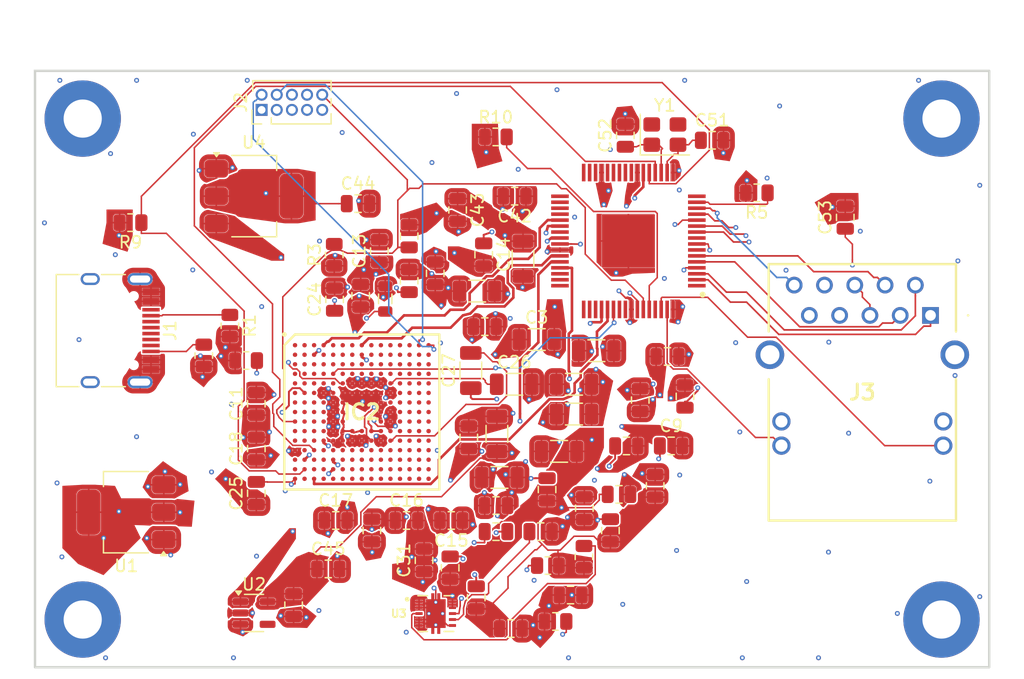
<source format=kicad_pcb>
(kicad_pcb (version 20241229) (generator "pcbnew") (generator_version "9.0")
  (layers (0 "F.Cu" signal "Top Layer") (4 "In1.Cu" signal "Ground Layer 2") (6 "In2.Cu" signal "Layer 3") (8 "In3.Cu" signal "Power Layer 4") (10 "In4.Cu" signal "Ground Layer 5") (2 "B.Cu" signal "Bottom Layer") (13 "F.Paste" user) (15 "B.Paste" user) (5 "F.SilkS" user "Top Overlay") (7 "B.SilkS" user "Board Layer Stack Bottom Overlay") (1 "F.Mask" user "Top Solder") (3 "B.Mask" user "Board Layer Stack Bottom Solder") (25 "Edge.Cuts" user))
  (net 0 "")
  (net 1 "GND")
  (net 2 "/+3V3")
  (net 3 "/+1V8")
  (net 4 "Net-(IC2-VDDA)")
  (net 5 "Net-(IC2-VCAP_2)")
  (net 6 "Net-(IC2-VCAP_1)")
  (net 7 "/NRST")
  (net 8 "Net-(U3-SS)")
  (net 9 "/+1V1")
  (net 10 "/+2V5")
  (net 11 "/X_O")
  (net 12 "/X_I")
  (net 13 "Net-(J3-CT_1)")
  (net 16 "/LED_YELLOW")
  (net 22 "/PHY_MDC")
  (net 26 "/PHY_TD_B_N")
  (net 30 "/RGMII_RX_CLK")
  (net 32 "/RGMII_RXER")
  (net 33 "/RBIAS")
  (net 35 "/LED_GREEN")
  (net 36 "/RGMII_TX_EN")
  (net 37 "/PHY_MDIO")
  (net 38 "/PHY_TD_D_P")
  (net 39 "/PHY_TD_D_N")
  (net 40 "/PHY_TD_C_N")
  (net 41 "/RGMII_TXD1")
  (net 42 "/PHY_TD_C_P")
  (net 48 "/PHY_TD_B_P")
  (net 49 "/RGMII_RXD1")
  (net 50 "/CLK_25MHZ_OUT")
  (net 52 "/RGMII_TXD0")
  (net 53 "/PHY_TD_A_N")
  (net 54 "/INT{slash}PWDN")
  (net 55 "/RGMII_GTX_CLK")
  (net 56 "/PHY_TD_A_P")
  (net 57 "/RGMII_RX_DV")
  (net 58 "/RGMII_RXD0")
  (net 64 "Net-(IC2-BOOT0)")
  (net 114 "/SWDIO")
  (net 127 "/SWCLK")
  (net 230 "Net-(J1-CC1)")
  (net 233 "Net-(J1-CC2)")
  (net 237 "Net-(U3-PG)")
  (net 238 "/FB")
  (footprint "Package_TO_SOT_SMD:SOT-223-3_TabPin2" (layer "F.Cu") (at 107.65 86.5 180)
    (property "Reference" "U1")
    (property "Value" "AMS1117-3.3")
  )
  (footprint "Libraries:ARJM11D7502ABEW2" (layer "F.Cu") (at 175.08 70)
    (property "Reference" "J3")
    (property "Value" "ARJM11D7-502-AB-EW2" (hide yes))
  )
  (footprint "Capacitor_SMD:C_0805_2012Metric" (layer "F.Cu") (at 128.8687 64.5988 90)
    (property "Reference" "C13")
    (property "Value" "100nF")
  )
  (footprint "Capacitor_SMD:C_1206_3216Metric" (layer "F.Cu") (at 147.0637 72.9613 180)
    (property "Reference" "C1" (hide yes))
    (property "Value" "10uF")
  )
  (footprint "Capacitor_SMD:C_0805_2012Metric" (layer "F.Cu") (at 142.4012 88.1313)
    (property "Reference" "C33" (hide yes))
    (property "Value" "27pF")
  )
  (footprint "Capacitor_SMD:C_1206_3216Metric" (layer "F.Cu") (at 138.7262 79.9363 90)
    (property "Reference" "C5" (hide yes))
    (property "Value" "4.7uF")
  )
  (footprint "Capacitor_SMD:C_0805_2012Metric" (layer "F.Cu") (at 139.9012 96.2563)
    (property "Reference" "C37" (hide yes))
    (property "Value" "100pF")
  )
  (footprint "Resistor_SMD:R_0805_2012Metric" (layer "F.Cu") (at 125.0887 64.9313 90)
    (property "Reference" "R3")
    (property "Value" "10k")
  )
  (footprint "Capacitor_SMD:C_0805_2012Metric" (layer "F.Cu") (at 131.3687 67.0988 90)
    (property "Reference" "C8" (hide yes))
    (property "Value" "100nF")
  )
  (footprint "Capacitor_SMD:C_0805_2012Metric" (layer "F.Cu") (at 140.2137 60.0063 180)
    (property "Reference" "C42")
    (property "Value" "100nF")
  )
  (footprint "Resistor_SMD:R_0805_2012Metric" (layer "F.Cu") (at 160.5062 59.7238 180)
    (property "Reference" "R5")
    (property "Value" "6.49k")
  )
  (footprint "Capacitor_SMD:C_0805_2012Metric" (layer "F.Cu") (at 125.1187 68.6613 90)
    (property "Reference" "C24")
    (property "Value" "100nF")
  )
  (footprint "Capacitor_SMD:C_1206_3216Metric" (layer "F.Cu") (at 136.5387 74.6238 90)
    (property "Reference" "C27")
    (property "Value" "2.2uF")
  )
  (footprint "Capacitor_SMD:C_0805_2012Metric" (layer "F.Cu") (at 149.5887 80.9438 180)
    (property "Reference" "C40" (hide yes))
    (property "Value" "100nF")
  )
  (footprint "Resistor_SMD:R_0805_2012Metric" (layer "F.Cu") (at 117.6937 73.7863)
    (property "Reference" "R4" (hide yes))
    (property "Value" "10k")
  )
  (footprint "Connector_USB:USB_C_Receptacle_HRO_TYPE-C-31-M-12" (layer "F.Cu") (at 105.68 71.275 -90)
    (property "Reference" "J1")
    (property "Value" "USB_C_Receptacle_USB2.0_16P")
  )
  (footprint "Capacitor_SMD:C_0805_2012Metric" (layer "F.Cu") (at 146.0562 86.1613 90)
    (property "Reference" "C21" (hide yes))
    (property "Value" "100nF")
  )
  (footprint "Capacitor_SMD:C_0805_2012Metric" (layer "F.Cu") (at 151.9937 84.2863 90)
    (property "Reference" "C50" (hide yes))
    (property "Value" "1.0uF")
  )
  (footprint "Capacitor_SMD:C_0805_2012Metric" (layer "F.Cu") (at 131.1512 87.1938)
    (property "Reference" "C16")
    (property "Value" "100nF")
  )
  (footprint "Capacitor_SMD:C_0805_2012Metric" (layer "F.Cu") (at 118.5562 81.1613 90)
    (property "Reference" "C18")
    (property "Value" "100nF")
  )
  (footprint "Capacitor_SMD:C_0805_2012Metric" (layer "F.Cu") (at 137.6187 64.9113 -90)
    (property "Reference" "C14")
    (property "Value" "100nF")
  )
  (footprint "Libraries:STM32F746NGH6" (layer "F.Cu") (at 127.4 78.1)
    (property "Reference" "IC2")
    (property "Value" "STM32F746NGH6" (hide yes))
  )
  (footprint "Crystal:Crystal_SMD_3225-4Pin_3.2x2.5mm" (layer "F.Cu") (at 152.808066 54.841354)
    (property "Reference" "Y1")
    (property "Value" "25MHz")
  )
  (footprint "Capacitor_SMD:C_0805_2012Metric" (layer "F.Cu") (at 134.9012 87.1938 180)
    (property "Reference" "C15")
    (property "Value" "100nF")
  )
  (footprint "Package_TO_SOT_SMD:SOT-223-3_TabPin2" (layer "F.Cu") (at 118.35 60)
    (property "Reference" "U4")
    (property "Value" "AMS1117-2.5")
  )
  (footprint "Capacitor_SMD:C_0805_2012Metric" (layer "F.Cu") (at 142.9312 84.5988 90)
    (property "Reference" "C47" (hide yes))
    (property "Value" "1.0uF")
  )
  (footprint "Capacitor_SMD:C_1206_3216Metric" (layer "F.Cu") (at 140.9137 65.2488 -90)
    (property "Reference" "C39" (hide yes))
    (property "Value" "22uF")
  )
  (footprint "Capacitor_SMD:C_0805_2012Metric" (layer "F.Cu") (at 134.8062 91.1613 90)
    (property "Reference" "C36" (hide yes))
    (property "Value" "0.01uF")
  )
  (footprint "Capacitor_SMD:C_1206_3216Metric" (layer "F.Cu") (at 142.0637 72.0238)
    (property "Reference" "C3")
    (property "Value" "22uF")
  )
  (footprint "Resistor_SMD:R_0805_2012Metric" (layer "F.Cu") (at 146.0262 90.2438 90)
    (property "Reference" "R6" (hide yes))
    (property "Value" "10k")
  )
  (footprint "Capacitor_SMD:C_1206_3216Metric" (layer "F.Cu") (at 145.1887 78.2738 180)
    (property "Reference" "C29" (hide yes))
    (property "Value" "22uF")
  )
  (footprint "Resistor_SMD:R_0805_2012Metric" (layer "F.Cu") (at 116.3387 70.8688 -90)
    (property "Reference" "R1")
    (property "Value" "5.1k")
  )
  (footprint "Capacitor_SMD:C_0805_2012Metric" (layer "F.Cu") (at 131.3687 63.3488 90)
    (property "Reference" "C28" (hide yes))
    (property "Value" "100nF")
  )
  (footprint "Capacitor_SMD:C_1206_3216Metric" (layer "F.Cu") (at 140.1887 75.7738)
    (property "Reference" "C26")
    (property "Value" "2.2uF")
  )
  (footprint "Libraries:VREG_V62_16624-01YE" (layer "F.Cu") (at 133.6 95)
    (property "Reference" "U3")
    (property "Value" "TPS74701DRCR")
  )
  (footprint "Resistor_SMD:R_0805_2012Metric" (layer "F.Cu") (at 143.6312 95.6613)
    (property "Reference" "R8" (hide yes))
    (property "Value" "4.99k")
  )
  (footprint "Connector_PinHeader_1.27mm:PinHeader_2x05_P1.27mm_Vertical" (layer "F.Cu") (at 119 52.77 90)
    (property "Reference" "J2")
    (property "Value" "Conn_02x05_Odd_Even")
  )
  (footprint "Capacitor_SMD:C_1206_3216Metric" (layer "F.Cu") (at 137.0637 67.9613)
    (property "Reference" "C38" (hide yes))
    (property "Value" "10uF")
  )
  (footprint "Capacitor_SMD:C_1206_3216Metric" (layer "F.Cu") (at 145.1887 75.7738)
    (property "Reference" "C32" (hide yes))
    (property "Value" "4.7uF")
  )
  (footprint "Capacitor_SMD:C_0805_2012Metric" (layer "F.Cu") (at 153.3387 80.9438)
    (property "Reference" "C9")
    (property "Value" "100nF")
  )
  (footprint "Capacitor_SMD:C_0805_2012Metric" (layer "F.Cu") (at 118.5562 84.9113 90)
    (property "Reference" "C25")
    (property "Value" "1.0uF")
  )
  (footprint "Resistor_SMD:R_0805_2012Metric" (layer "F.Cu") (at 114.1512 73.3688 -90)
    (property "Reference" "R2" (hide yes))
    (property "Value" "5.1k")
  )
  (footprint "Capacitor_SMD:C_0805_2012Metric" (layer "F.Cu") (at 136.3687 80.2238 90)
    (property "Reference" "C4" (hide yes))
    (property "Value" "1uF")
  )
  (footprint "Capacitor_SMD:C_0805_2012Metric" (layer "F.Cu") (at 125.2137 87.1938)
    (property "Reference" "C17")
    (property "Value" "100nF")
  )
  (footprint "MountingHole:MountingHole_3.2mm_M3_Pad" (layer "F.Cu") (at 176 95.5)
    (property "Reference" "H4" (hide yes))
    (property "Value" "MountingHole_Pad")
  )
  (footprint "Resistor_SMD:R_0805_2012Metric" (layer "F.Cu") (at 143.0062 90.9738)
    (property "Reference" "R7" (hide yes))
    (property "Value" "1.87k")
  )
  (footprint "Capacitor_SMD:C_0805_2012Metric" (layer "F.Cu") (at 124.5887 91.2563)
    (property "Reference" "C45")
    (property "Value" "100nF")
  )
  (footprint "Capacitor_SMD:C_0805_2012Metric" (layer "F.Cu") (at 154.4937 76.7863 90)
    (property "Reference" "C10" (hide yes))
    (property "Value" "100nF")
  )
  (footprint "MountingHole:MountingHole_3.2mm_M3_Pad" (layer "F.Cu") (at 104 95.5)
    (property "Reference" "H3" (hide yes))
    (property "Value" "MountingHole_Pad")
  )
  (footprint "Capacitor_SMD:C_0805_2012Metric" (layer "F.Cu") (at 148.2437 88.0363 90)
    (property "Reference" "C48" (hide yes))
    (property "Value" "1.0uF")
  )
  (footprint "Capacitor_SMD:C_0805_2012Metric" (layer "F.Cu") (at 136.9937 93.6613 90)
    (property "Reference" "C35" (hide yes))
    (property "Value" "0.1uF")
  )
  (footprint "Capacitor_SMD:C_0805_2012Metric" (layer "F.Cu") (at 150.7437 77.0988 90)
    (property "Reference" "C41" (hide yes))
    (property "Value" "100nF")
  )
  (footprint "Capacitor_SMD:C_0805_2012Metric" (layer "F.Cu") (at 144.9012 93.4438)
    (property "Reference" "C30" (hide yes))
    (property "Value" "1uF")
  )
  (footprint "Capacitor_SMD:C_1206_3216Metric" (layer "F.Cu") (at 143.9387 81.3988 180)
    (property "Reference" "C34" (hide yes))
    (property "Value" "10uF")
  )
  (footprint "Resistor_SMD:R_0805_2012Metric" (layer "F.Cu") (at 108.0062 62.2238 180)
    (property "Reference" "R9")
    (property "Value" "2.2k")
  )
  (footprint "Capacitor_SMD:C_0805_2012Metric" (layer "F.Cu") (at 156.7762 55.3188)
    (property "Reference" "C51")
    (property "Value" "18pF")
  )
  (footprint "Libraries:DP83867IRPAPT" (layer "F.Cu") (at 149.75 63.762 180)
    (property "Reference" "IC1" (hide yes))
    (property "Value" "DP83867IRPAPT" (hide yes))
  )
  (footprint "Inductor_SMD:L_0805_2012Metric" (layer "F.Cu") (at 129.3637 68.6113 90)
    (property "Reference" "FB1" (hide yes))
    (property "Value" "FB")
  )
  (footprint "Capacitor_SMD:C_1206_3216Metric" (layer "F.Cu") (at 138.9387 83.5863)
    (property "Reference" "C2" (hide yes))
    (property "Value" "10uF")
  )
  (footprint "Capacitor_SMD:C_0805_2012Metric" (layer "F.Cu") (at 133.5562 66.4738 -90)
    (property "Reference" "C12" (hide yes))
    (property "Value" "100nF")
  )
  (footprint "Capacitor_SMD:C_0805_2012Metric" (layer "F.Cu") (at 128.2437 88.0363 90)
    (property "Reference" "C23" (hide yes))
    (property "Value" "100nF")
  )
  (footprint "Capacitor_SMD:C_0805_2012Metric" (layer "F.Cu") (at 153.0262 73.4438 180)
    (property "Reference" "C22" (hide yes))
    (property "Value" "100nF")
  )
  (footprint "MountingHole:MountingHole_3.2mm_M3_Pad" (layer "F.Cu") (at 104 53.5)
    (property "Reference" "H1" (hide yes))
    (property "Value" "MountingHole_Pad")
  )
  (footprint "Capacitor_SMD:C_0805_2012Metric" (layer "F.Cu") (at 137.7137 70.9438)
    (property "Reference" "C6" (hide yes))
    (property "Value" "100nF")
  )
  (footprint "Capacitor_SMD:C_0805_2012Metric" (layer "F.Cu") (at 121.6812 94.2863 90)
    (property "Reference" "C46" (hide yes))
    (property "Value" "100nF")
  )
  (footprint "Capacitor_SMD:C_0805_2012Metric" (layer "F.Cu") (at 118.5562 77.4113 90)
    (property "Reference" "C11")
    (property "Value" "100nF")
  )
  (footprint "Resistor_SMD:R_0805_2012Metric" (layer "F.Cu") (at 138.6312 55.0363)
    (property "Reference" "R10")
    (property "Value" "1k")
  )
  (footprint "Capacitor_SMD:C_0805_2012Metric" (layer "F.Cu") (at 138.6512 88.1313)
    (property "Reference" "C20" (hide yes))
    (property "Value" "100nF")
  )
  (footprint "Package_TO_SOT_SMD:SOT-23-5" (layer "F.Cu") (at 118.3625 94.95)
    (property "Reference" "U2")
    (property "Value" "AP2112K-1.8")
  )
  (footprint "Capacitor_SMD:C_0805_2012Metric" (layer "F.Cu") (at 132.6187 90.5363 90)
    (property "Reference" "C31")
    (property "Value" "100nF")
  )
  (footprint "Capacitor_SMD:C_0805_2012Metric" (layer "F.Cu") (at 135.4312 61.1613 -90)
    (property "Reference" "C43")
    (property "Value" "100nF")
  )
  (footprint "MountingHole:MountingHole_3.2mm_M3_Pad" (layer "F.Cu") (at 176 53.5)
    (property "Reference" "H2" (hide yes))
    (property "Value" "MountingHole_Pad")
  )
  (footprint "Capacitor_SMD:C_0805_2012Metric" (layer "F.Cu") (at 127.3062 68.3488 -90)
    (property "Reference" "C7" (hide yes))
    (property "Value" "100nF")
  )
  (footprint "Capacitor_SMD:C_0805_2012Metric" (layer "F.Cu") (at 149.4937 54.9113 90)
    (property "Reference" "C52")
    (property "Value" "18pF")
  )
  (footprint "Capacitor_SMD:C_0805_2012Metric" (layer "F.Cu") (at 127.0887 60.6313)
    (property "Reference" "C44")
    (property "Value" "100nF")
  )
  (footprint "Capacitor_SMD:C_0805_2012Metric" (layer "F.Cu") (at 148.9637 85.0063)
    (property "Reference" "C49" (hide yes))
    (property "Value" "1.0uF")
  )
  (footprint "Capacitor_SMD:C_0805_2012Metric" (layer "F.Cu") (at 167.9312 61.7863 90)
    (property "Reference" "C53")
    (property "Value" "100nF")
  )
  (footprint "Capacitor_SMD:C_0805_2012Metric" (layer "F.Cu") (at 138.6512 85.9438)
    (property "Reference" "C19" (hide yes))
    (property "Value" "100nF")
  )
  (gr_rect (start 100 49.5) (end 180 99.5) (stroke (width 0.2)) (fill no) (layer "Edge.Cuts"))
  (segment (start 133.455884 92.86168) (end 133.3655 92.952064) (width 0.127) (layer "F.Cu") (net 1))
  (segment (start 154.4935 77.235) (end 154.633705 77.235) (width 0.159872) (layer "F.Cu") (net 1))
  (segment (start 141.578843 83.669736) (end 141.992191 83.6485) (width 0.159872) (layer "F.Cu") (net 1))
  (segment (start 136.666493 77.015802) (end 138.199683 77.015802) (width 0.159872) (layer "F.Cu") (net 1))
  (segment (start 125.987 79.7) (end 125.8 79.7) (width 0.159872) (layer "F.Cu") (net 1))
  (segment (start 125.8 78.713) (end 125.8 78.9) (width 0.159872) (layer "F.Cu") (net 1))
  (segment (start 125.8 78.1) (end 125.932 78.232) (width 0.159872) (layer "F.Cu") (net 1))
  (segment (start 125.932 77.432) (end 125.8 77.913) (width 0.159872) (layer "F.Cu") (net 1))
  (segment (start 136.9935 91.997191) (end 136.9935 92.7115) (width 0.159872) (layer "F.Cu") (net 1))
  (segment (start 125.8 79.513) (end 125.8 79.7) (width 0.159872) (layer "F.Cu") (net 1))
  (segment (start 152.3885 81.882809) (end 152.292859 82.016212) (width 0.159872) (layer "F.Cu") (net 1))
  (segment (start 125.8 76.5) (end 125.8 76.687) (width 0.159872) (layer "F.Cu") (net 1))
  (segment (start 141.992191 83.6485) (end 142.9315 83.6485) (width 0.159872) (layer "F.Cu") (net 1))
  (segment (start 125.877 79.164) (end 125.877 79.4065) (width 0.159872) (layer "F.Cu") (net 1))
  (segment (start 135.745809 90.2115) (end 134.8065 90.2115) (width 0.159872) (layer "F.Cu") (net 1))
  (segment (start 127.95132 78.658423) (end 128.225897 78.383845) (width 0.159872) (layer "F.Cu") (net 1))
  (segment (start 125.1185 68.897191) (end 125.118498 68.763788) (width 0.159872) (layer "F.Cu") (net 1))
  (segment (start 127.213 79.7) (end 126.732 79.832) (width 0.159872) (layer "F.Cu") (net 1))
  (segment (start 125.8 80.313) (end 125.8 80.5) (width 0.159872) (layer "F.Cu") (net 1))
  (segment (start 132.6 96) (end 133.6 95) (width 0.127) (layer "F.Cu") (net 1))
  (segment (start 147.304191 87.0865) (end 148.2435 87.0865) (width 0.159872) (layer "F.Cu") (net 1))
  (segment (start 133.455884 92.86168) (end 133.455884 92.943075) (width 0.127) (layer "F.Cu") (net 1))
  (segment (start 128.671868 78.383845) (end 128.868 78.579978) (width 0.159872) (layer "F.Cu") (net 1))
  (segment (start 148.6385 80.9435) (end 148.6385 82.01462) (width 0.159872) (layer "F.Cu") (net 1))
  (segment (start 134.6 96) (end 133.6 95) (width 0.127) (layer "F.Cu") (net 1))
  (segment (start 132.2 94.5) (end 133.1 94.5) (width 0.127) (layer "F.Cu") (net 1))
  (segment (start 125.932 78.232) (end 125.8 78.713) (width 0.159872) (layer "F.Cu") (net 1))
  (segment (start 131.3685 68.0485) (end 130.429191 68.0485) (width 0.159872) (layer "F.Cu") (net 1))
  (segment (start 121.287755 76.400231) (end 121.587987 76.1) (width 0.159872) (layer "F.Cu") (net 1))
  (segment (start 130.429191 68.0485) (end 130.329139 67.697561) (width 0.159872) (layer "F.Cu") (net 1))
  (segment (start 135 96) (end 134.6 96) (width 0.127) (layer "F.Cu") (net 1))
  (segment (start 120.719542 78.127259) (end 121.003648 77.843152) (width 0.159872) (layer "F.Cu") (net 1))
  (segment (start 128.813 79.7) (end 128.387 79.7) (width 0.159872) (layer "F.Cu") (net 1))
  (segment (start 126.732 79.832) (end 126.6 79.7) (width 0.159872) (layer "F.Cu") (net 1))
  (segment (start 121.287755 77.559046) (end 121.287755 76.400231) (width 0.159872) (layer "F.Cu") (net 1))
  (segment (start 155.565611 76.303093) (end 155.565611 76.072905) (width 0.159872) (layer "F.Cu") (net 1))
  (segment (start 128.387 79.7) (end 128.2 79.7) (width 0.159872) (layer "F.Cu") (net 1))
  (segment (start 126.082479 77.017521) (end 125.8 77.3) (width 0.159872) (layer "F.Cu") (net 1))
  (segment (start 138.199683 77.015802) (end 138.710746 77.015802) (width 0.159872) (layer "F.Cu") (net 1))
  (segment (start 127.4 79.7) (end 127.213 79.7) (width 0.159872) (layer "F.Cu") (net 1))
  (segment (start 125.8 79.4835) (end 125.8 79.513) (width 0.159872) (layer "F.Cu") (net 1))
  (segment (start 132.2 96) (end 132.6 96) (width 0.127) (layer "F.Cu") (net 1))
  (segment (start 126.6 79.7) (end 126.413 79.7) (width 0.159872) (layer "F.Cu") (net 1))
  (segment (start 138.887191 88.1315) (end 138.687086 88.211444) (width 0.159872) (layer "F.Cu") (net 1))
  (segment (start 125.8 77.913) (end 125.8 78.1) (width 0.159872) (layer "F.Cu") (net 1))
  (segment (start 128.868 78.579978) (end 128.868 78.768) (width 0.159872) (layer "F.Cu") (net 1))
  (segment (start 147.170788 87.155256) (end 147.304191 87.0865) (width 0.159872) (layer "F.Cu") (net 1))
  (segment (start 132.2 94) (end 132.6 94) (width 0.127) (layer "F.Cu") (net 1))
  (segment (start 128.225897 78.383845) (end 128.225897 78.383845) (width 0.159872) (layer "F.Cu") (net 1))
  (segment (start 129 79.7) (end 128.813 79.7) (width 0.159872) (layer "F.Cu") (net 1))
  (segment (start 125.1185 69.6115) (end 125.1185 68.897191) (width 0.159872) (layer "F.Cu") (net 1))
  (segment (start 127.95132 79.051511) (end 127.95132 78.658423) (width 0.159872) (layer "F.Cu") (net 1))
  (segment (start 132.2 95.5) (end 133.1 95.5) (width 0.127) (layer "F.Cu") (net 1))
  (segment (start 154.4935 77.7365) (end 154.4935 77.235) (width 0.159872) (layer "F.Cu") (net 1))
  (segment (start 132.6 94) (end 133.6 95) (width 0.127) (layer "F.Cu") (net 1))
  (segment (start 125.8 78.9) (end 125.8 79.087) (width 0.159872) (layer "F.Cu") (net 1))
  (segment (start 154.633705 77.235) (end 155.565611 76.303093) (width 0.159872) (layer "F.Cu") (net 1))
  (segment (start 121.587987 76.1) (end 122.2 76.1) (width 0.159872) (layer "F.Cu") (net 1))
  (segment (start 135.879212 90.404788) (end 135.745809 90.2115) (width 0.159872) (layer "F.Cu") (net 1))
  (segment (start 136.862763 91.763735) (end 136.9935 91.997191) (width 0.159872) (layer "F.Cu") (net 1))
  (segment (start 128.225897 78.383845) (end 128.671868 78.383845) (width 0.159872) (layer "F.Cu") (net 1))
  (segment (start 136.5385 76.887809) (end 136.666493 77.015802) (width 0.159872) (layer "F.Cu") (net 1))
  (segment (start 133.1 94.5) (end 133.6 95) (width 0.127) (layer "F.Cu") (net 1))
  (segment (start 121.003648 77.843152) (end 121.287755 77.559046) (width 0.159872) (layer "F.Cu") (net 1))
  (segment (start 125.8 79.7) (end 125.668 79.832) (width 0.159872) (layer "F.Cu") (net 1))
  (segment (start 152.3885 80.9435) (end 152.3885 81.882809) (width 0.159872) (layer "F.Cu") (net 1))
  (segment (start 122.2 76.1) (end 122.6 76.5) (width 0.159872) (layer "F.Cu") (net 1))
  (segment (start 137.6185 63.247191) (end 137.6185 63.9615) (width 0.159872) (layer "F.Cu") (net 1))
  (segment (start 125.8 77.3) (end 125.932 77.432) (width 0.159872) (layer "F.Cu") (net 1))
  (segment (start 133.1 95.5) (end 133.6 95) (width 0.127) (layer "F.Cu") (net 1))
  (segment (start 133.455884 92.86168) (end 133.6 93.005796) (width 0.127) (layer "F.Cu") (net 1))
  (segment (start 128.2 79.300191) (end 127.95132 79.051511) (width 0.159872) (layer "F.Cu") (net 1))
  (segment (start 136.5385 76.0985) (end 136.5385 76.887809) (width 0.159872) (layer "F.Cu") (net 1))
  (segment (start 128.868 78.768) (end 129 78.9) (width 0.159872) (layer "F.Cu") (net 1))
  (segment (start 125.8 76.687) (end 126.082479 77.017521) (width 0.159872) (layer "F.Cu") (net 1))
  (segment (start 125.8 79.087) (end 125.877 79.164) (width 0.159872) (layer "F.Cu") (net 1))
  (segment (start 125.877 79.4065) (end 125.8 79.4835) (width 0.159872) (layer "F.Cu") (net 1))
  (segment (start 138.299415 63.013735) (end 137.6185 63.247191) (width 0.159872) (layer "F.Cu") (net 1))
  (segment (start 148.6385 82.01462) (end 148.142986 82.510133) (width 0.159872) (layer "F.Cu") (net 1))
  (segment (start 125.668 79.832) (end 125.8 80.313) (width 0.159872) (layer "F.Cu") (net 1))
  (segment (start 148.142986 82.510133) (end 148.142986 82.641944) (width 0.159872) (layer "F.Cu") (net 1))
  (segment (start 128.2 79.7) (end 128.2 79.300191) (width 0.159872) (layer "F.Cu") (net 1))
  (segment (start 139.6015 88.1315) (end 138.887191 88.1315) (width 0.159872) (layer "F.Cu") (net 1))
  (segment (start 133.6 93.005796) (end 133.6 95) (width 0.127) (layer "F.Cu") (net 1))
  (segment (start 126.413 79.7) (end 125.987 79.7) (width 0.159872) (layer "F.Cu") (net 1))
  (via (at 177.374086 65.431456) (size 0.406806) (drill 0.203403) (layers "F.Cu" "B.Cu") (net 1))
  (via (at 141.426781 77.0474) (size 0.406806) (drill 0.203403) (layers "F.Cu" "B.Cu") (net 1))
  (via (at 121.261322 81.356735) (size 0.406806) (drill 0.203403) (layers "F.Cu" "B.Cu") (net 1))
  (via (at 147.609575 75.586944) (size 0.406806) (drill 0.203403) (layers "F.Cu" "B.Cu") (net 1))
  (via (at 133.619062 64.638696) (size 0.406806) (drill 0.203403) (layers "F.Cu" "B.Cu") (net 1))
  (via (at 148.233889 56.09726) (size 0.406806) (drill 0.203403) (layers "F.Cu" "B.Cu") (net 1))
  (via (at 152.7662 66.899155) (size 0.406806) (drill 0.203403) (layers "F.Cu" "B.Cu") (net 1))
  (via (at 149.415817 83.350554) (size 0.406806) (drill 0.203403) (layers "F.Cu" "B.Cu") (net 1))
  (via (at 138.308091 63.001547) (size 0.406806) (drill 0.203403) (layers "F.Cu" "B.Cu") (net 1))
  (via (at 120.719542 78.127259) (size 0.406806) (drill 0.203403) (layers "F.Cu" "B.Cu") (net 1))
  (via (at 166.553568 72.242206) (size 0.406806) (drill 0.203403) (layers "F.Cu" "B.Cu") (net 1))
  (via (at 109.37233 88.671155) (size 0.406806) (drill 0.203403) (layers "F.Cu" "B.Cu") (net 1))
  (via (at 122.744329 95.322605) (size 0.406806) (drill 0.203403) (layers "F.Cu" "B.Cu") (net 1))
  (via (at 179.207872 93.582032) (size 0.406806) (drill 0.203403) (layers "F.Cu" "B.Cu") (net 1))
  (via (at 140.876209 67.649077) (size 0.406806) (drill 0.203403) (layers "F.Cu" "B.Cu") (net 1))
  (via (at 120.981685 84.706087) (size 0.406806) (drill 0.203403) (layers "F.Cu" "B.Cu") (net 1))
  (via (at 115.987599 83.705936) (size 0.406806) (drill 0.203403) (layers "F.Cu" "B.Cu") (net 1))
  (via (at 118.574103 90.186546) (size 0.406806) (drill 0.203403) (layers "F.Cu" "B.Cu") (net 1))
  (via (at 144.644416 86.931546) (size 0.406806) (drill 0.203403) (layers "F.Cu" "B.Cu") (net 1))
  (via (at 136.695872 87.537433) (size 0.406806) (drill 0.203403) (layers "F.Cu" "B.Cu") (net 1))
  (via (at 119.658098 79.78084) (size 0.406806) (drill 0.203403) (layers "F.Cu" "B.Cu") (net 1))
  (via (at 113.227777 66.185699) (size 0.406806) (drill 0.203403) (layers "F.Cu" "B.Cu") (net 1))
  (via (at 179.207872 59.091782) (size 0.406806) (drill 0.203403) (layers "F.Cu" "B.Cu") (net 1))
  (via (at 141.761447 95.970411) (size 0.406806) (drill 0.203403) (layers "F.Cu" "B.Cu") (net 1))
  (via (at 149.651636 76.270544) (size 0.406806) (drill 0.203403) (layers "F.Cu" "B.Cu") (net 1))
  (via (at 148.142986 82.641944) (size 0.406806) (drill 0.203403) (layers "F.Cu" "B.Cu") (net 1))
  (via (at 131.587006 90.248031) (size 0.406806) (drill 0.203403) (layers "F.Cu" "B.Cu") (net 1))
  (via (at 159.666282 92.313783) (size 0.406806) (drill 0.203403) (layers "F.Cu" "B.Cu") (net 1))
  (via (at 110.895634 83.091777) (size 0.406806) (drill 0.203403) (layers "F.Cu" "B.Cu") (net 1))
  (via (at 175.024914 83.89762) (size 0.406806) (drill 0.203403) (layers "F.Cu" "B.Cu") (net 1))
  (via (at 165.689987 98.707872) (size 0.406806) (drill 0.203403) (layers "F.Cu" "B.Cu") (net 1))
  (via (at 159.302186 98.707872) (size 0.406806) (drill 0.203403) (layers "F.Cu" "B.Cu") (net 1))
  (via (at 125.345294 90.168346) (size 0.406806) (drill 0.203403) (layers "F.Cu" "B.Cu") (net 1))
  (via (at 127.138877 60.391784) (size 0.406806) (drill 0.203403) (layers "F.Cu" "B.Cu") (net 1))
  (via (at 128.270026 89.8613) (size 0.406806) (drill 0.203403) (layers "F.Cu" "B.Cu") (net 1))
  (via (at 109.461719 84.355517) (size 0.406806) (drill 0.203403) (layers "F.Cu" "B.Cu") (net 1))
  (via (at 159.687791 58.683927) (size 0.406806) (drill 0.203403) (layers "F.Cu" "B.Cu") (net 1))
  (via (at 117.793909 50.292128) (size 0.406806) (drill 0.203403) (layers "F.Cu" "B.Cu") (net 1))
  (via (at 130.303506 67.689373) (size 0.406806) (drill 0.203403) (layers "F.Cu" "B.Cu") (net 1))
  (via (at 138.771998 86.795281) (size 0.406806) (drill 0.203403) (layers "F.Cu" "B.Cu") (net 1))
  (via (at 162.966771 66.213582) (size 0.406806) (drill 0.203403) (layers "F.Cu" "B.Cu") (net 1))
  (via (at 161.379927 58.487197) (size 0.406806) (drill 0.203403) (layers "F.Cu" "B.Cu") (net 1))
  (via (at 135.882097 90.405406) (size 0.406806) (drill 0.203403) (layers "F.Cu" "B.Cu") (net 1))
  (via (at 140.866631 61.267344) (size 0.406806) (drill 0.203403) (layers "F.Cu" "B.Cu") (net 1))
  (via (at 174.082032 50.292128) (size 0.406806) (drill 0.203403) (layers "F.Cu" "B.Cu") (net 1))
  (via (at 138.407322 82.913572) (size 0.406806) (drill 0.203403) (layers "F.Cu" "B.Cu") (net 1))
  (via (at 113.277051 54.808986) (size 0.406806) (drill 0.203403) (layers "F.Cu" "B.Cu") (net 1))
  (via (at 143.826753 73.261351) (size 0.406806) (drill 0.203403) (layers "F.Cu" "B.Cu") (net 1))
  (via (at 116.470451 77.450427) (size 0.406806) (drill 0.203403) (layers "F.Cu" "B.Cu") (net 1))
  (via (at 102.252973 90.245031) (size 0.406806) (drill 0.203403) (layers "F.Cu" "B.Cu") (net 1))
  (via (at 117.453885 80.236603) (size 0.406806) (drill 0.203403) (layers "F.Cu" "B.Cu") (net 1))
  (via (at 135.344977 51.399514) (size 0.406806) (drill 0.203403) (layers "F.Cu" "B.Cu") (net 1))
  (via (at 133.546389 90.52138) (size 0.406806) (drill 0.203403) (layers "F.Cu" "B.Cu") (net 1))
  (via (at 115.594165 73.416009) (size 0.406806) (drill 0.203403) (layers "F.Cu" "B.Cu") (net 1))
  (via (at 138.710746 77.015802) (size 0.406806) (drill 0.203403) (layers "F.Cu" "B.Cu") (net 1))
  (via (at 144.674682 77.463904) (size 0.406806) (drill 0.203403) (layers "F.Cu" "B.Cu") (net 1))
  (via (at 133.729421 81.319094) (size 0.406806) (drill 0.203403) (layers "F.Cu" "B.Cu") (net 1))
  (via (at 108.520215 50.292128) (size 0.406806) (drill 0.203403) (layers "F.Cu" "B.Cu") (net 1))
  (via (at 154.817487 73.264017) (size 0.406806) (drill 0.203403) (layers "F.Cu" "B.Cu") (net 1))
  (via (at 127.46008 77.2194) (size 0.406806) (drill 0.203403) (layers "F.Cu" "B.Cu") (net 1))
  (via (at 169.192803 62.941743) (size 0.406806) (drill 0.203403) (layers "F.Cu" "B.Cu") (net 1))
  (via (at 143.762249 51.081181) (size 0.406806) (drill 0.203403) (layers "F.Cu" "B.Cu") (net 1))
  (via (at 157.710564 56.383457) (size 0.406806) (drill 0.203403) (layers "F.Cu" "B.Cu") (net 1))
  (via (at 155.565611 76.072905) (size 0.406806) (drill 0.203403) (layers "F.Cu" "B.Cu") (net 1))
  (via (at 138.664033 88.215907) (size 0.406806) (drill 0.203403) (layers "F.Cu" "B.Cu") (net 1))
  (via (at 102.082032 50.292128) (size 0.406806) (drill 0.203403) (layers "F.Cu" "B.Cu") (net 1))
  (via (at 114.040969 75.153147) (size 0.406806) (drill 0.203403) (layers "F.Cu" "B.Cu") (net 1))
  (via (at 100.792128 62.240403) (size 0.406806) (drill 0.203403) (layers "F.Cu" "B.Cu") (net 1))
  (via (at 172.297474 94.98771) (size 0.406806) (drill 0.203403) (layers "F.Cu" "B.Cu") (net 1))
  (via (at 146.676362 73.011642) (size 0.406806) (drill 0.203403) (layers "F.Cu" "B.Cu") (net 1))
  (via (at 101.846446 84.049352) (size 0.406806) (drill 0.203403) (layers "F.Cu" "B.Cu") (net 1))
  (via (at 114.800165 83.124254) (size 0.406806) (drill 0.203403) (layers "F.Cu" "B.Cu") (net 1))
  (via (at 147.589937 72.61931) (size 0.406806) (drill 0.203403) (layers "F.Cu" "B.Cu") (net 1))
  (via (at 133.998133 72.308627) (size 0.406806) (drill 0.203403) (layers "F.Cu" "B.Cu") (net 1))
  (via (at 128.580625 66.541277) (size 0.406806) (drill 0.203403) (layers "F.Cu" "B.Cu") (net 1))
  (via (at 108.516673 80.172183) (size 0.406806) (drill 0.203403) (layers "F.Cu" "B.Cu") (net 1))
  (via (at 143.966595 80.617174) (size 0.406806) (drill 0.203403) (layers "F.Cu" "B.Cu") (net 1))
  (via (at 147.169898 87.155433) (size 0.406806) (drill 0.203403) (layers "F.Cu" "B.Cu") (net 1))
  (via (at 147.028141 74.516726) (size 0.406806) (drill 0.203403) (layers "F.Cu" "B.Cu") (net 1))
  (via (at 139.456913 83.336637) (size 0.406806) (drill 0.203403) (layers "F.Cu" "B.Cu") (net 1))
  (via (at 148.722996 66.43693) (size 0.406806) (drill 0.203403) (layers "F.Cu" "B.Cu") (net 1))
  (via (at 127.561793 66.170413) (size 0.406806) (drill 0.203403) (layers "F.Cu" "B.Cu") (net 1))
  (via (at 140.512102 57.751303) (size 0.406806) (drill 0.203403) (layers "F.Cu" "B.Cu") (net 1))
  (via (at 123.800803 94.748104) (size 0.406806) (drill 0.203403) (layers "F.Cu" "B.Cu") (net 1))
  (via (at 120.602276 95.18319) (size 0.406806) (drill 0.203403) (layers "F.Cu" "B.Cu") (net 1))
  (via (at 124.564064 88.280288) (size 0.406806) (drill 0.203403) (layers "F.Cu" "B.Cu") (net 1))
  (via (at 145.701113 76.261116) (size 0.406806) (drill 0.203403) (layers "F.Cu" "B.Cu") (net 1))
  (via (at 112.169782 84.180728) (size 0.406806) (drill 0.203403) (layers "F.Cu" "B.Cu") (net 1))
  (via (at 144.73146 98.707872) (size 0.406806) (drill 0.203403) (layers "F.Cu" "B.Cu") (net 1))
  (via (at 139.63793 68.196101) (size 0.406806) (drill 0.203403) (layers "F.Cu" "B.Cu") (net 1))
  (via (at 153.792025 89.707284) (size 0.406806) (drill 0.203403) (layers "F.Cu" "B.Cu") (net 1))
  (via (at 135.51769 62.98371) (size 0.406806) (drill 0.203403) (layers "F.Cu" "B.Cu") (net 1))
  (via (at 154.469164 50.292128) (size 0.406806) (drill 0.203403) (layers "F.Cu" "B.Cu") (net 1))
  (via (at 125.118498 68.753703) (size 0.406806) (drill 0.203403) (layers "F.Cu" "B.Cu") (net 1))
  (via (at 149.276623 94.225526) (size 0.406806) (drill 0.203403) (layers "F.Cu" "B.Cu") (net 1))
  (via (at 139.970217 84.851974) (size 0.406806) (drill 0.203403) (layers "F.Cu" "B.Cu") (net 1))
  (via (at 145.009848 93.445531) (size 0.406806) (drill 0.203403) (layers "F.Cu" "B.Cu") (net 1))
  (via (at 144.2252 87.688791) (size 0.406806) (drill 0.203403) (layers "F.Cu" "B.Cu") (net 1))
  (via (at 168.215411 79.876157) (size 0.406806) (drill 0.203403) (layers "F.Cu" "B.Cu") (net 1))
  (via (at 144.706753 76.321205) (size 0.406806) (drill 0.203403) (layers "F.Cu" "B.Cu") (net 1))
  (via (at 166.524165 89.845712) (size 0.406806) (drill 0.203403) (layers "F.Cu" "B.Cu") (net 1))
  (via (at 133.278135 57.187707) (size 0.406806) (drill 0.203403) (layers "F.Cu" "B.Cu") (net 1))
  (via (at 141.578843 83.669736) (size 0.406806) (drill 0.203403) (layers "F.Cu" "B.Cu") (net 1))
  (via (at 146.899904 83.822318) (size 0.406806) (drill 0.203403) (layers "F.Cu" "B.Cu") (net 1))
  (via (at 158.744331 72.290231) (size 0.406806) (drill 0.203403) (layers "F.Cu" "B.Cu") (net 1))
  (via (at 139.841821 70.253425) (size 0.406806) (drill 0.203403) (layers "F.Cu" "B.Cu") (net 1))
  (via (at 149.481021 53.099723) (size 0.406806) (drill 0.203403) (layers "F.Cu" "B.Cu") (net 1))
  (via (at 106.733791 64.912059) (size 0.406806) (drill 0.203403) (layers "F.Cu" "B.Cu") (net 1))
  (via (at 143.086377 94.352795) (size 0.406806) (drill 0.203403) (layers "F.Cu" "B.Cu") (net 1))
  (via (at 106.336808 56.437335) (size 0.406806) (drill 0.203403) (layers "F.Cu" "B.Cu") (net 1))
  (via (at 150.903983 83.255855) (size 0.406806) (drill 0.203403) (layers "F.Cu" "B.Cu") (net 1))
  (via (at 111.379379 90.086603) (size 0.406806) (drill 0.203403) (layers "F.Cu" "B.Cu") (net 1))
  (via (at 123.853889 63.770339) (size 0.406806) (drill 0.203403) (layers "F.Cu" "B.Cu") (net 1))
  (via (at 138.603993 69.846535) (size 0.406806) (drill 0.203403) (layers "F.Cu" "B.Cu") (net 1))
  (via (at 142.321104 97.006781) (size 0.406806) (drill 0.203403) (layers "F.Cu" "B.Cu") (net 1))
  (via (at 115.965029 72.678138) (size 0.406806) (drill 0.203403) (layers "F.Cu" "B.Cu") (net 1))
  (via (at 118.234371 94.950001) (size 0.406806) (drill 0.203403) (layers "F.Cu" "B.Cu") (net 1))
  (via (at 141.133348 82.255278) (size 0.406806) (drill 0.203403) (layers "F.Cu" "B.Cu") (net 1))
  (via (at 103.690997 72.034158) (size 0.406806) (drill 0.203403) (layers "F.Cu" "B.Cu") (net 1))
  (via (at 116.640556 98.707872) (size 0.406806) (drill 0.203403) (layers "F.Cu" "B.Cu") (net 1))
  (via (at 142.579296 78.971224) (size 0.406806) (drill 0.203403) (layers "F.Cu" "B.Cu") (net 1))
  (via (at 154.017421 59.486267) (size 0.406806) (drill 0.203403) (layers "F.Cu" "B.Cu") (net 1))
  (via (at 151.82032 75.753653) (size 0.406806) (drill 0.203403) (layers "F.Cu" "B.Cu") (net 1))
  (via (at 136.868562 91.740512) (size 0.406806) (drill 0.203403) (layers "F.Cu" "B.Cu") (net 1))
  (via (at 130.571847 91.477421) (size 0.406806) (drill 0.203403) (layers "F.Cu" "B.Cu") (net 1))
  (via (at 177.136274 75.040822) (size 0.406806) (drill 0.203403) (layers "F.Cu" "B.Cu") (net 1))
  (via (at 116.557456 57.614001) (size 0.406806) (drill 0.203403) (layers "F.Cu" "B.Cu") (net 1))
  (via (at 143.570858 69.276881) (size 0.406806) (drill 0.203403) (layers "F.Cu" "B.Cu") (net 1))
  (via (at 131.125726 96.560185) (size 0.406806) (drill 0.203403) (layers "F.Cu" "B.Cu") (net 1))
  (via (at 127.888166 84.857439) (size 0.406806) (drill 0.203403) (layers "F.Cu" "B.Cu") (net 1))
  (via (at 105.917968 98.707872) (size 0.406806) (drill 0.203403) (layers "F.Cu" "B.Cu") (net 1))
  (via (at 152.290294 82.025497) (size 0.406806) (drill 0.203403) (layers "F.Cu" "B.Cu") (net 1))
  (via (at 141.845239 92.208611) (size 0.406806) (drill 0.203403) (layers "F.Cu" "B.Cu") (net 1))
  (via (at 125.75278 54.66956) (size 0.406806) (drill 0.203403) (layers "F.Cu" "B.Cu") (net 1))
  (via (at 133.665537 61.433313) (size 0.406806) (drill 0.203403) (layers "F.Cu" "B.Cu") (net 1))
  (via (at 119.005415 69.267496) (size 0.406806) (drill 0.203403) (layers "F.Cu" "B.Cu") (net 1))
  (via (at 154.053385 83.384974) (size 0.406806) (drill 0.203403) (layers "F.Cu" "B.Cu") (net 1))
  (via (at 132.51042 92.351117) (size 0.406806) (drill 0.203403) (layers "F.Cu" "B.Cu") (net 1))
  (via (at 113.868115 73.391726) (size 0.406806) (drill 0.203403) (layers "F.Cu" "B.Cu") (net 1))
  (via (at 140.070152 78.204485) (size 0.406806) (drill 0.203403) (layers "F.Cu" "B.Cu") (net 1))
  (via (at 133.455884 92.86168) (size 0.406806) (drill 0.203403) (layers "F.Cu" "B.Cu") (net 1))
  (via (at 113.763301 57.850899) (size 0.406806) (drill 0.203403) (layers "F.Cu" "B.Cu") (net 1))
  (via (at 162.430033 52.443526) (size 0.406806) (drill 0.203403) (layers "F.Cu" "B.Cu") (net 1))
  (via (at 145.244682 61.762) (size 0.406806) (drill 0.203403) (layers "F.Cu" "B.Cu") (net 1))
  (via (at 159.090362 79.771277) (size 0.406806) (drill 0.203403) (layers "F.Cu" "B.Cu") (net 1))
  (segment (start 150 69.4995) (end 150 68.762) (width 0.138248) (layer "F.Cu") (net 2))
  (segment (start 149.726116 68.500069) (end 149.478216 68.500069) (width 0.138248) (layer "F.Cu") (net 2))
  (segment (start 137.692017 89.050514) (end 137.7015 88.1315) (width 0.138248) (layer "F.Cu") (net 2))
  (segment (start 127.793537 79.506537) (end 127.793537 80.093537) (width 0.138248) (layer "F.Cu") (net 2))
  (segment (start 150 68.762) (end 149.988047 68.762) (width 0.138248) (layer "F.Cu") (net 2))
  (segment (start 128.424326 78.806973) (end 128.424326 78.962836) (width 0.138248) (layer "F.Cu") (net 2))
  (segment (start 128.76149 79.3) (end 129.4 79.3) (width 0.138248) (layer "F.Cu") (net 2))
  (segment (start 148.95712 67.978972) (end 148.95712 67.940805) (width 0.138248) (layer "F.Cu") (net 2))
  (segment (start 149.478216 68.500069) (end 148.95712 67.978972) (width 0.138248) (layer "F.Cu") (net 2))
  (segment (start 127.635156 78.447986) (end 127.635156 79.348156) (width 0.138248) (layer "F.Cu") (net 2))
  (segment (start 136.826893 89.050514) (end 137.692017 89.050514) (width 0.138248) (layer "F.Cu") (net 2))
  (segment (start 136.81741 89.041031) (end 136.826893 89.050514) (width 0.138248) (layer "F.Cu") (net 2))
  (segment (start 127.635156 79.348156) (end 127.793537 79.506537) (width 0.138248) (layer "F.Cu") (net 2))
  (segment (start 128.440975 77.699939) (end 128.05369 78.087223) (width 0.138248) (layer "F.Cu") (net 2))
  (segment (start 145.727757 64.026722) (end 144.951997 64.012) (width 0.138248) (layer "F.Cu") (net 2))
  (segment (start 125 76.5) (end 124.725167 76.225167) (width 0.138248) (layer "F.Cu") (net 2))
  (segment (start 127.793537 80.093537) (end 128.2 80.5) (width 0.138248) (layer "F.Cu") (net 2))
  (segment (start 128.424326 78.962836) (end 128.76149 79.3) (width 0.138248) (layer "F.Cu") (net 2))
  (segment (start 129.4 79.3) (end 129.8 79.7) (width 0.138248) (layer "F.Cu") (net 2))
  (segment (start 144.951997 64.012) (end 144.0125 64.012) (width 0.138248) (layer "F.Cu") (net 2))
  (segment (start 149.988047 68.762) (end 149.726116 68.500069) (width 0.138248) (layer "F.Cu") (net 2))
  (segment (start 128.05369 78.087223) (end 127.995918 78.087223) (width 0.138248) (layer "F.Cu") (net 2))
  (segment (start 124.725167 76.225167) (end 124.617391 76.144899) (width 0.138248) (layer "F.Cu") (net 2))
  (segment (start 127.995918 78.087223) (end 127.635156 78.447986) (width 0.138248) (layer "F.Cu") (net 2))
  (via (at 121.604125 88.109193) (size 0.406806) (drill 0.203403) (layers "F.Cu" "B.Cu") (net 2))
  (via (at 124.598568 76.942896) (size 0.406806) (drill 0.203403) (layers "F.Cu" "B.Cu") (net 2))
  (via (at 112.165066 86.516551) (size 0.406806) (drill 0.203403) (layers "F.Cu" "B.Cu") (net 2))
  (via (at 149.586884 60.838431) (size 0.406806) (drill 0.203403) (layers "F.Cu" "B.Cu") (net 2))
  (via (at 147.144884 82.850915) (size 0.406806) (drill 0.203403) (layers "F.Cu" "B.Cu") (net 2))
  (via (at 131.12905 86.890392) (size 0.406806) (drill 0.203403) (layers "F.Cu" "B.Cu") (net 2))
  (via (at 127.177177 68.364733) (size 0.406806) (drill 0.203403) (layers "F.Cu" "B.Cu") (net 2))
  (via (at 107.034245 86.43719) (size 0.406806) (drill 0.203403) (layers "F.Cu" "B.Cu") (net 2))
  (via (at 129.403002 76.049496) (size 0.406806) (drill 0.203403) (layers "F.Cu" "B.Cu") (net 2))
  (via (at 128.596652 80.123517) (size 0.406806) (drill 0.203403) (layers "F.Cu" "B.Cu") (net 2))
  (via (at 133.263315 66.497811) (size 0.406806) (drill 0.203403) (layers "F.Cu" "B.Cu") (net 2))
  (via (at 125.373391 78.468623) (size 0.406806) (drill 0.203403) (layers "F.Cu" "B.Cu") (net 2))
  (via (at 138.57728 73.279518) (size 0.406806) (drill 0.203403) (layers "F.Cu" "B.Cu") (net 2))
  (via (at 119.767588 81.750447) (size 0.406806) (drill 0.203403) (layers "F.Cu" "B.Cu") (net 2))
  (via (at 132.97392 86.236774) (size 0.406806) (drill 0.203403) (layers "F.Cu" "B.Cu") (net 2))
  (via (at 126.202335 67.627543) (size 0.406806) (drill 0.203403) (layers "F.Cu" "B.Cu") (net 2))
  (via (at 124.597884 76.127533) (size 0.406806) (drill 0.203403) (layers "F.Cu" "B.Cu") (net 2))
  (via (at 120.620168 65.148932) (size 0.406806) (drill 0.203403) (layers "F.Cu" "B.Cu") (net 2))
  (via (at 136.81741 89.041031) (size 0.406806) (drill 0.203403) (layers "F.Cu" "B.Cu") (net 2))
  (via (at 125.392197 79.336315) (size 0.406806) (drill 0.203403) (layers "F.Cu" "B.Cu") (net 2))
  (via (at 128.424326 78.806973) (size 0.406806) (drill 0.203403) (layers "F.Cu" "B.Cu") (net 2))
  (via (at 144.96696 85.067103) (size 0.406806) (drill 0.203403) (layers "F.Cu" "B.Cu") (net 2))
  (via (at 153.316023 76.935863) (size 0.406806) (drill 0.203403) (layers "F.Cu" "B.Cu") (net 2))
  (via (at 127.057203 75.289935) (size 0.406806) (drill 0.203403) (layers "F.Cu" "B.Cu") (net 2))
  (via (at 120.034722 76.641971) (size 0.406806) (drill 0.203403) (layers "F.Cu" "B.Cu") (net 2))
  (via (at 148.95712 67.940805) (size 0.406806) (drill 0.203403) (layers "F.Cu" "B.Cu") (net 2))
  (via (at 128.630376 75.325768) (size 0.406806) (drill 0.203403) (layers "F.Cu" "B.Cu") (net 2))
  (via (at 166.848701 60.919254) (size 0.406806) (drill 0.203403) (layers "F.Cu" "B.Cu") (net 2))
  (via (at 107.041737 63.296068) (size 0.406806) (drill 0.203403) (layers "F.Cu" "B.Cu") (net 2))
  (via (at 152.391884 76.664368) (size 0.406806) (drill 0.203403) (layers "F.Cu" "B.Cu") (net 2))
  (via (at 137.828187 56.31918) (size 0.406806) (drill 0.203403) (layers "F.Cu" "B.Cu") (net 2))
  (via (at 124.629247 79.313922) (size 0.406806) (drill 0.203403) (layers "F.Cu" "B.Cu") (net 2))
  (via (at 127.748639 80.901401) (size 0.406806) (drill 0.203403) (layers "F.Cu" "B.Cu") (net 2))
  (via (at 130.209877 79.285478) (size 0.406806) (drill 0.203403) (layers "F.Cu" "B.Cu") (net 2))
  (via (at 127.804699 75.327557) (size 0.406806) (drill 0.203403) (layers "F.Cu" "B.Cu") (net 2))
  (via (at 128.243497 87.944302) (size 0.406806) (drill 0.203403) (layers "F.Cu" "B.Cu") (net 2))
  (via (at 117.406237 96.554208) (size 0.406806) (drill 0.203403) (layers "F.Cu" "B.Cu") (net 2))
  (via (at 134.644332 67.690162) (size 0.406806) (drill 0.203403) (layers "F.Cu" "B.Cu") (net 2))
  (via (at 129.397572 76.907885) (size 0.406806) (drill 0.203403) (layers "F.Cu" "B.Cu") (net 2))
  (via (at 126.186632 86.094206) (size 0.406806) (drill 0.203403) (layers "F.Cu" "B.Cu") (net 2))
  (via (at 134.062445 69.165591) (size 0.406806) (drill 0.203403) (layers "F.Cu" "B.Cu") (net 2))
  (via (at 129.388497 78.477651) (size 0.406806) (drill 0.203403) (layers "F.Cu" "B.Cu") (net 2))
  (via (at 129.192713 68.481295) (size 0.406806) (drill 0.203403) (layers "F.Cu" "B.Cu") (net 2))
  (via (at 125.162531 64.961862) (size 0.406806) (drill 0.203403) (layers "F.Cu" "B.Cu") (net 2))
  (via (at 149.193784 79.31679) (size 0.406806) (drill 0.203403) (layers "F.Cu" "B.Cu") (net 2))
  (via (at 105.755397 88.664003) (size 0.406806) (drill 0.203403) (layers "F.Cu" "B.Cu") (net 2))
  (via (at 137.460158 81.399559) (size 0.406806) (drill 0.203403) (layers "F.Cu" "B.Cu") (net 2))
  (via (at 128.440975 77.699939) (size 0.406806) (drill 0.203403) (layers "F.Cu" "B.Cu") (net 2))
  (via (at 139.203648 61.095878) (size 0.406806) (drill 0.203403) (layers "F.Cu" "B.Cu") (net 2))
  (via (at 127.769074 63.666245) (size 0.406806) (drill 0.203403) (layers "F.Cu" "B.Cu") (net 2))
  (via (at 137.678696 84.85562) (size 0.406806) (drill 0.203403) (layers "F.Cu" "B.Cu") (net 2))
  (via (at 145.727757 64.026722) (size 0.406806) (drill 0.203403) (layers "F.Cu" "B.Cu") (net 2))
  (via (at 135.1648 64.761139) (size 0.406806) (drill 0.203403) (layers "F.Cu" "B.Cu") (net 2))
  (via (at 151.794833 77.045276) (size 0.406806) (drill 0.203403) (layers "F.Cu" "B.Cu") (net 2))
  (via (at 136.621088 72.042154) (size 0.406806) (drill 0.203403) (layers "F.Cu" "B.Cu") (net 2))
  (via (at 149.873394 70.606207) (size 0.406806) (drill 0.203403) (layers "F.Cu" "B.Cu") (net 2))
  (via (at 126.196652 80.123517) (size 0.406806) (drill 0.203403) (layers "F.Cu" "B.Cu") (net 2))
  (via (at 126.827343 71.4261) (size 0.406806) (drill 0.203403) (layers "F.Cu" "B.Cu") (net 2))
  (via (at 124.601317 77.736691) (size 0.406806) (drill 0.203403) (layers "F.Cu" "B.Cu") (net 2))
  (via (at 134.832932 83.817242) (size 0.406806) (drill 0.203403) (layers "F.Cu" "B.Cu") (net 2))
  (segment (start 122.929414 90.491426) (end 122.940563 90.502576) (width 0.127127) (layer "F.Cu") (net 3))
  (segment (start 128.618087 85.200566) (end 127.320627 86.498026) (width 0.127127) (layer "F.Cu") (net 3))
  (segment (start 122.940563 90.502576) (end 122.940563 91.2565) (width 0.127127) (layer "F.Cu") (net 3))
  (segment (start 127.320627 87.553634) (end 125.462781 89.41148) (width 0.127127) (layer "F.Cu") (net 3))
  (segment (start 137.825 81.603667) (end 137.466263 81.962403) (width 0.127127) (layer "F.Cu") (net 3))
  (segment (start 134.08293 85.200566) (end 128.618087 85.200566) (width 0.127127) (layer "F.Cu") (net 3))
  (segment (start 125.462781 89.41148) (end 123.973824 89.41148) (width 0.127127) (layer "F.Cu") (net 3))
  (segment (start 127.320627 86.498026) (end 127.320627 87.553634) (width 0.127127) (layer "F.Cu") (net 3))
  (segment (start 123.973824 89.41148) (end 122.929414 90.455891) (width 0.127127) (layer "F.Cu") (net 3))
  (segment (start 137.466263 81.962403) (end 137.321092 81.962403) (width 0.127127) (layer "F.Cu") (net 3))
  (segment (start 122.929414 90.455891) (end 122.929414 90.491426) (width 0.127127) (layer "F.Cu") (net 3))
  (segment (start 137.321092 81.962403) (end 134.08293 85.200566) (width 0.127127) (layer "F.Cu") (net 3))
  (segment (start 138.7265 81.4115) (end 137.825 81.603667) (width 0.127127) (layer "F.Cu") (net 3))
  (via (at 153.911581 70.544823) (size 0.406806) (drill 0.203403) (layers "F.Cu" "B.Cu") (net 3))
  (via (at 139.990881 81.535158) (size 0.406806) (drill 0.203403) (layers "F.Cu" "B.Cu") (net 3))
  (via (at 154.303806 69.266065) (size 0.406806) (drill 0.203403) (layers "F.Cu" "B.Cu") (net 3))
  (via (at 154.001791 57.851196) (size 0.406806) (drill 0.203403) (layers "F.Cu" "B.Cu") (net 3))
  (segment (start 121.8 83.7) (end 121.8 84.129673) (width 0.127127) (layer "F.Cu") (net 4))
  (segment (start 118.5565 83.9615) (end 119.479437 83.9615) (width 0.127127) (layer "F.Cu") (net 4))
  (segment (start 119.479437 83.9615) (end 119.488838 83.970902) (width 0.127127) (layer "F.Cu") (net 4))
  (segment (start 127.797207 70.236265) (end 127.900253 70.236265) (width 0.127127) (layer "F.Cu") (net 4))
  (segment (start 119.488838 83.970902) (end 121.529098 83.970902) (width 0.127127) (layer "F.Cu") (net 4))
  (segment (start 121.529098 83.970902) (end 121.8 83.7) (width 0.127127) (layer "F.Cu") (net 4))
  (segment (start 128.462518 69.674) (end 129.3635 69.674) (width 0.127127) (layer "F.Cu") (net 4))
  (segment (start 121.8 84.129673) (end 121.529869 84.129673) (width 0.127127) (layer "F.Cu") (net 4))
  (segment (start 127.900253 70.236265) (end 128.462518 69.674) (width 0.127127) (layer "F.Cu") (net 4))
  (via (at 127.797207 70.236265) (size 0.406806) (drill 0.203403) (layers "F.Cu" "B.Cu") (net 4))
  (via (at 121.488743 84.166618) (size 0.406806) (drill 0.203403) (layers "F.Cu" "B.Cu") (net 4))
  (segment (start 137.752852 75.466481) (end 137.586371 75.3) (width 0.127127) (layer "F.Cu") (net 5))
  (segment (start 137.586371 75.3) (end 130.289874 75.3) (width 0.127127) (layer "F.Cu") (net 5))
  (segment (start 129.987 75.7) (end 129.8 75.7) (width 0.127127) (layer "F.Cu") (net 5))
  (segment (start 129.987 75.602874) (end 129.987 75.7) (width 0.127127) (layer "F.Cu") (net 5))
  (segment (start 138.7135 75.7735) (end 137.940563 75.7735) (width 0.127127) (layer "F.Cu") (net 5))
  (segment (start 137.940563 75.7735) (end 137.752852 75.585789) (width 0.127127) (layer "F.Cu") (net 5))
  (segment (start 137.752852 75.585789) (end 137.752852 75.466481) (width 0.127127) (layer "F.Cu") (net 5))
  (segment (start 130.289874 75.3) (end 129.987 75.602874) (width 0.127127) (layer "F.Cu") (net 5))
  (segment (start 139.53925 74.698418) (end 139.53925 76.769547) (width 0.127127) (layer "F.Cu") (net 6))
  (segment (start 138.844081 77.464716) (end 136.136823 77.464716) (width 0.127127) (layer "F.Cu") (net 6))
  (segment (start 138.727343 73.886511) (end 139.53925 74.698418) (width 0.127127) (layer "F.Cu") (net 6))
  (segment (start 129.987 80.405264) (end 129.987 80.5) (width 0.127127) (layer "F.Cu") (net 6))
  (segment (start 129.987 80.5) (end 129.8 80.5) (width 0.127127) (layer "F.Cu") (net 6))
  (segment (start 130.292264 80.1) (end 129.987 80.405264) (width 0.127127) (layer "F.Cu") (net 6))
  (segment (start 138.374448 73.886511) (end 138.727343 73.886511) (width 0.127127) (layer "F.Cu") (net 6))
  (segment (start 136.136823 77.464716) (end 133.501539 80.1) (width 0.127127) (layer "F.Cu") (net 6))
  (segment (start 136.5385 73.1485) (end 137.636437 73.1485) (width 0.127127) (layer "F.Cu") (net 6))
  (segment (start 139.53925 76.769547) (end 138.844081 77.464716) (width 0.127127) (layer "F.Cu") (net 6))
  (segment (start 133.501539 80.1) (end 130.292264 80.1) (width 0.127127) (layer "F.Cu") (net 6))
  (segment (start 137.636437 73.1485) (end 138.374448 73.886511) (width 0.127127) (layer "F.Cu") (net 6))
  (segment (start 149.482755 67.048318) (end 151 68.565563) (width 0.127127) (layer "F.Cu") (net 7))
  (segment (start 124.571507 64.726239) (end 124.387 64.835678) (width 0.127127) (layer "F.Cu") (net 7))
  (segment (start 124.387 64.835678) (end 120.771728 68.45095) (width 0.127127) (layer "F.Cu") (net 7))
  (segment (start 130.445563 64.2985) (end 131.3685 64.2985) (width 0.127127) (layer "F.Cu") (net 7))
  (segment (start 144.547546 59.379565) (end 146.131858 60.963877) (width 0.127127) (layer "F.Cu") (net 7))
  (segment (start 131.214726 58.634726) (end 124.08 51.5) (width 0.127127) (layer "F.Cu") (net 7))
  (segment (start 125.0885 64.533) (end 125.0885 64.019) (width 0.127127) (layer "F.Cu") (net 7))
  (segment (start 146.131858 60.963877) (end 146.131858 64.86287) (width 0.127127) (layer "F.Cu") (net 7))
  (segment (start 124.896511 64.533001) (end 124.896512 64.533) (width 0.127127) (layer "F.Cu") (net 7))
  (segment (start 131.214726 59.544016) (end 131.409798 59.348944) (width 0.127127) (layer "F.Cu") (net 7))
  (segment (start 130.816886 59.941856) (end 131.214726 59.544016) (width 0.127127) (layer "F.Cu") (net 7))
  (segment (start 132.188048 59.348944) (end 132.562067 58.974925) (width 0.127127) (layer "F.Cu") (net 7))
  (segment (start 129.95837 64.785694) (end 130.445563 64.2985) (width 0.127127) (layer "F.Cu") (net 7))
  (segment (start 126.197042 64.785694) (end 129.95837 64.785694) (width 0.127127) (layer "F.Cu") (net 7))
  (segment (start 130.419045 60.339697) (end 130.816886 59.941856) (width 0.127127) (layer "F.Cu") (net 7))
  (segment (start 131.3685 64.2985) (end 130.445563 64.2985) (width 0.127127) (layer "F.Cu") (net 7))
  (segment (start 148.317306 67.048318) (end 149.482755 67.048318) (width 0.127127) (layer "F.Cu") (net 7))
  (segment (start 120.274191 78.197356) (end 120.474077 78.563436) (width 0.127127) (layer "F.Cu") (net 7))
  (segment (start 120.861795 77.338959) (end 120.274191 77.926563) (width 0.127127) (layer "F.Cu") (net 7))
  (segment (start 131.409798 59.348944) (end 132.188048 59.348944) (width 0.127127) (layer "F.Cu") (net 7))
  (segment (start 151 68.565563) (end 151 69.4995) (width 0.127127) (layer "F.Cu") (net 7))
  (segment (start 131.214726 59.089371) (end 131.214726 58.634726) (width 0.127127) (layer "F.Cu") (net 7))
  (segment (start 132.562067 58.974925) (end 143.730959 58.974925) (width 0.127127) (layer "F.Cu") (net 7))
  (segment (start 120.771728 74.432849) (end 120.861795 74.522916) (width 0.127127) (layer "F.Cu") (net 7))
  (segment (start 124.896511 64.533001) (end 124.571507 64.726239) (width 0.127127) (layer "F.Cu") (net 7))
  (segment (start 124.896511 64.533001) (end 125.595719 64.533005) (width 0.127127) (layer "F.Cu") (net 7))
  (segment (start 120.810641 78.9) (end 121.8 78.9) (width 0.127127) (layer "F.Cu") (net 7))
  (segment (start 125.595719 64.533005) (end 126.197042 64.785694) (width 0.127127) (layer "F.Cu") (net 7))
  (segment (start 120.274191 77.926563) (end 120.274191 78.197356) (width 0.127127) (layer "F.Cu") (net 7))
  (segment (start 124.896512 64.533) (end 125.0885 64.533) (width 0.127127) (layer "F.Cu") (net 7))
  (segment (start 130.445563 64.2985) (end 130.419045 64.271982) (width 0.127127) (layer "F.Cu") (net 7))
  (segment (start 120.771728 68.45095) (end 120.771728 74.432849) (width 0.127127) (layer "F.Cu") (net 7))
  (segment (start 131.214726 59.544016) (end 131.214726 59.089371) (width 0.127127) (layer "F.Cu") (net 7))
  (segment (start 144.1356 59.379565) (end 144.547546 59.379565) (width 0.127127) (layer "F.Cu") (net 7))
  (segment (start 146.131858 64.86287) (end 148.317306 67.048318) (width 0.127127) (layer "F.Cu") (net 7))
  (segment (start 130.419045 64.271982) (end 130.419045 60.339697) (width 0.127127) (layer "F.Cu") (net 7))
  (segment (start 120.861795 74.522916) (end 120.861795 77.338959) (width 0.127127) (layer "F.Cu") (net 7))
  (segment (start 120.474077 78.563436) (end 120.810641 78.9) (width 0.127127) (layer "F.Cu") (net 7))
  (segment (start 143.730959 58.974925) (end 144.1356 59.379565) (width 0.127127) (layer "F.Cu") (net 7))
  (segment (start 135.496437 95.5) (end 135 95.5) (width 0.127127) (layer "F.Cu") (net 8))
  (segment (start 141.4515 89.054437) (end 138.029685 92.476251) (width 0.127127) (layer "F.Cu") (net 8))
  (segment (start 136.622616 93.413848) (end 136.079935 93.956529) (width 0.127127) (layer "F.Cu") (net 8))
  (segment (start 138.029685 92.476251) (end 138.029685 93.27915) (width 0.127127) (layer "F.Cu") (net 8))
  (segment (start 141.4515 88.1315) (end 141.4515 89.054437) (width 0.127127) (layer "F.Cu") (net 8))
  (segment (start 136.079935 93.956529) (end 135.930852 94.536737) (width 0.127127) (layer "F.Cu") (net 8))
  (segment (start 135.930852 94.536737) (end 135.930852 95.065585) (width 0.127127) (layer "F.Cu") (net 8))
  (segment (start 135.930852 95.065585) (end 135.496437 95.5) (width 0.127127) (layer "F.Cu") (net 8))
  (segment (start 138.029685 93.27915) (end 137.894987 93.413848) (width 0.127127) (layer "F.Cu") (net 8))
  (segment (start 137.894987 93.413848) (end 136.622616 93.413848) (width 0.127127) (layer "F.Cu") (net 8))
  (segment (start 150.5 68.755463) (end 149.872473 68.127935) (width 0.127127) (layer "F.Cu") (net 9))
  (segment (start 142.176984 87.271008) (end 141.726177 86.820201) (width 0.127127) (layer "F.Cu") (net 9))
  (segment (start 143.919 90.9735) (end 143.919 90.075563) (width 0.127127) (layer "F.Cu") (net 9))
  (segment (start 144.147618 86.120584) (end 144.771121 86.120584) (width 0.127127) (layer "F.Cu") (net 9))
  (segment (start 144.771121 86.120584) (end 146.680388 86.120584) (width 0.127127) (layer "F.Cu") (net 9))
  (segment (start 142.176984 88.85448) (end 142.176984 87.271008) (width 0.127127) (layer "F.Cu") (net 9))
  (segment (start 146.680388 86.120584) (end 147.315563 85.485408) (width 0.127127) (layer "F.Cu") (net 9))
  (segment (start 147.320563 88.9865) (end 146.84811 88.514046) (width 0.127127) (layer "F.Cu") (net 9))
  (segment (start 146.84811 88.514046) (end 145.200361 88.514046) (width 0.127127) (layer "F.Cu") (net 9))
  (segment (start 149.872473 68.127935) (end 149.872473 68.121398) (width 0.127127) (layer "F.Cu") (net 9))
  (segment (start 150.5 69.4995) (end 150.5 68.755463) (width 0.127127) (layer "F.Cu") (net 9))
  (segment (start 137.916437 94.6115) (end 136.9935 94.6115) (width 0.127127) (layer "F.Cu") (net 9))
  (segment (start 148.2435 88.9865) (end 147.320563 88.9865) (width 0.127127) (layer "F.Cu") (net 9))
  (segment (start 142.058123 89.65378) (end 141.915825 89.65378) (width 0.127127) (layer "F.Cu") (net 9))
  (segment (start 156.422437 64.012) (end 155.4885 64.012) (width 0.127127) (layer "F.Cu") (net 9))
  (segment (start 147.315563 85.0065) (end 148.0135 85.0065) (width 0.127127) (layer "F.Cu") (net 9))
  (segment (start 143.848792 90.005355) (end 143.848792 89.678584) (width 0.127127) (layer "F.Cu") (net 9))
  (segment (start 142.517203 89.194699) (end 142.176984 88.85448) (width 0.127127) (layer "F.Cu") (net 9))
  (segment (start 143.001088 89.678584) (end 143.848792 89.678584) (width 0.127127) (layer "F.Cu") (net 9))
  (segment (start 145.200361 88.514046) (end 144.035824 89.678584) (width 0.127127) (layer "F.Cu") (net 9))
  (segment (start 139.657312 92.870625) (end 137.916437 94.6115) (width 0.127127) (layer "F.Cu") (net 9))
  (segment (start 141.726177 86.820201) (end 141.60373 86.820201) (width 0.127127) (layer "F.Cu") (net 9))
  (segment (start 144.035824 89.678584) (end 143.848792 89.678584) (width 0.127127) (layer "F.Cu") (net 9))
  (segment (start 141.915825 89.65378) (end 139.657312 91.912293) (width 0.127127) (layer "F.Cu") (net 9))
  (segment (start 143.919 90.075563) (end 143.848792 90.005355) (width 0.127127) (layer "F.Cu") (net 9))
  (segment (start 147.315563 85.485408) (end 147.315563 85.0065) (width 0.127127) (layer "F.Cu") (net 9))
  (segment (start 142.517203 89.194699) (end 142.058123 89.65378) (width 0.127127) (layer "F.Cu") (net 9))
  (segment (start 139.657312 91.912293) (end 139.657312 92.870625) (width 0.127127) (layer "F.Cu") (net 9))
  (segment (start 156.561145 64.501374) (end 156.422437 64.012) (width 0.127127) (layer "F.Cu") (net 9))
  (segment (start 142.517203 89.194699) (end 143.001088 89.678584) (width 0.127127) (layer "F.Cu") (net 9))
  (via (at 142.936631 64.652335) (size 0.406806) (drill 0.203403) (layers "F.Cu" "B.Cu") (net 9))
  (via (at 134.993542 93.510367) (size 0.406806) (drill 0.203403) (layers "F.Cu" "B.Cu") (net 9))
  (via (at 148.076819 59.55005) (size 0.406806) (drill 0.203403) (layers "F.Cu" "B.Cu") (net 9))
  (via (at 146.68787 80.430917) (size 0.406806) (drill 0.203403) (layers "F.Cu" "B.Cu") (net 9))
  (via (at 147.689791 60.708125) (size 0.406806) (drill 0.203403) (layers "F.Cu" "B.Cu") (net 9))
  (via (at 144.147618 86.120584) (size 0.406806) (drill 0.203403) (layers "F.Cu" "B.Cu") (net 9))
  (via (at 156.569863 64.53131) (size 0.406806) (drill 0.203403) (layers "F.Cu" "B.Cu") (net 9))
  (via (at 149.872473 68.121398) (size 0.406806) (drill 0.203403) (layers "F.Cu" "B.Cu") (net 9))
  (segment (start 125.440563 60.6315) (end 126.1385 60.6315) (width 0.127127) (layer "F.Cu") (net 10))
  (segment (start 153.919302 62.378628) (end 153.650668 62.378628) (width 0.127127) (layer "F.Cu") (net 10))
  (segment (start 154.554563 66.012) (end 154.415855 66.190728) (width 0.127127) (layer "F.Cu") (net 10))
  (segment (start 122.699437 60) (end 123.330937 60.6315) (width 0.127127) (layer "F.Cu") (net 10))
  (segment (start 121.5 60) (end 122.699437 60) (width 0.127127) (layer "F.Cu") (net 10))
  (segment (start 123.330937 60.6315) (end 125.440563 60.6315) (width 0.127127) (layer "F.Cu") (net 10))
  (segment (start 155.4885 66.012) (end 154.554563 66.012) (width 0.127127) (layer "F.Cu") (net 10))
  (segment (start 154.28593 62.012) (end 153.919302 62.378628) (width 0.127127) (layer "F.Cu") (net 10))
  (segment (start 155.4885 62.012) (end 154.28593 62.012) (width 0.127127) (layer "F.Cu") (net 10))
  (via (at 154.404214 66.196936) (size 0.406806) (drill 0.203403) (layers "F.Cu" "B.Cu") (net 10))
  (via (at 139.396817 63.297884) (size 0.406806) (drill 0.203403) (layers "F.Cu" "B.Cu") (net 10))
  (via (at 119.359123 59.758342) (size 0.406806) (drill 0.203403) (layers "F.Cu" "B.Cu") (net 10))
  (via (at 153.650668 62.378628) (size 0.406806) (drill 0.203403) (layers "F.Cu" "B.Cu") (net 10))
  (segment (start 153 57.089563) (end 153.600127 56.489437) (width 0.127127) (layer "F.Cu") (net 11))
  (segment (start 153.600127 56.489437) (end 153.908 56.489437) (width 0.127127) (layer "F.Cu") (net 11))
  (segment (start 155.128563 55.3185) (end 155.8265 55.3185) (width 0.127127) (layer "F.Cu") (net 11))
  (segment (start 153 58.0235) (end 153 57.089563) (width 0.127127) (layer "F.Cu") (net 11))
  (segment (start 153.908 56.489437) (end 153.908 55.6915) (width 0.127127) (layer "F.Cu") (net 11))
  (segment (start 153.908 55.6915) (end 154.806437 55.6915) (width 0.127127) (layer "F.Cu") (net 11))
  (segment (start 154.806437 55.6915) (end 155.128563 55.3185) (width 0.127127) (layer "F.Cu") (net 11))
  (segment (start 151.708 55.6915) (end 152.28353 55.6915) (width 0.127127) (layer "F.Cu") (net 12))
  (segment (start 151.708 55.6915) (end 150.809563 55.6915) (width 0.127127) (layer "F.Cu") (net 12))
  (segment (start 150.416437 55.8615) (end 149.4935 55.8615) (width 0.127127) (layer "F.Cu") (net 12))
  (segment (start 152.28353 55.6915) (end 152.606437 56.014407) (width 0.127127) (layer "F.Cu") (net 12))
  (segment (start 152.606437 56.014407) (end 152.5 56.120843) (width 0.127127) (layer "F.Cu") (net 12))
  (segment (start 152.5 57.089563) (end 152.5 58.0235) (width 0.127127) (layer "F.Cu") (net 12))
  (segment (start 152.5 56.120843) (end 152.5 57.089563) (width 0.127127) (layer "F.Cu") (net 12))
  (segment (start 150.809563 55.6915) (end 150.416437 55.8615) (width 0.127127) (layer "F.Cu") (net 12))
  (segment (start 169.367402 68.097402) (end 168.73 67.46) (width 0.127127) (layer "F.Cu") (net 13))
  (segment (start 167.9315 63.434437) (end 168.530771 64.033708) (width 0.127127) (layer "F.Cu") (net 13))
  (segment (start 167.9315 62.7365) (end 167.9315 63.434437) (width 0.127127) (layer "F.Cu") (net 13))
  (segment (start 168.530771 64.033708) (end 168.530771 65.342739) (width 0.127127) (layer "F.Cu") (net 13))
  (segment (start 170 70) (end 170 69.098563) (width 0.127127) (layer "F.Cu") (net 13))
  (segment (start 170 69.098563) (end 169.367402 68.465965) (width 0.127127) (layer "F.Cu") (net 13))
  (segment (start 168.530771 65.342739) (end 168.530771 65.779082) (width 0.127127) (layer "F.Cu") (net 13))
  (segment (start 169.367402 68.465965) (end 169.367402 68.097402) (width 0.127127) (layer "F.Cu") (net 13))
  (via (at 168.530771 65.779082) (size 0.406806) (drill 0.203403) (layers "F.Cu" "B.Cu") (net 13))
  (segment (start 171.23604 80.92) (end 175.183563 80.92) (width 0.127127) (layer "F.Cu") (net 16))
  (segment (start 175.183563 80.92) (end 176.15 80.92) (width 0.127127) (layer "F.Cu") (net 16))
  (segment (start 156.398411 68.482934) (end 159.744503 71.829026) (width 0.127127) (layer "F.Cu") (net 16))
  (segment (start 152.582629 68.482934) (end 156.398411 68.482934) (width 0.127127) (layer "F.Cu") (net 16))
  (segment (start 152.5 68.565563) (end 152.582629 68.482934) (width 0.127127) (layer "F.Cu") (net 16))
  (segment (start 162.145066 71.829026) (end 171.23604 80.92) (width 0.127127) (layer "F.Cu") (net 16))
  (segment (start 152.5 69.4995) (end 152.5 68.565563) (width 0.127127) (layer "F.Cu") (net 16))
  (segment (start 159.744503 71.829026) (end 162.145066 71.829026) (width 0.127127) (layer "F.Cu") (net 16))
  (segment (start 119.913167 74.761271) (end 119.913167 69.043218) (width 0.127127) (layer "F.Cu") (net 22))
  (segment (start 119.930821 77.438665) (end 120.526583 76.842902) (width 0.127127) (layer "F.Cu") (net 22))
  (segment (start 119.913167 69.043218) (end 113.361134 62.491185) (width 0.127127) (layer "F.Cu") (net 22))
  (segment (start 113.361134 62.491185) (end 113.361134 55.942666) (width 0.127127) (layer "F.Cu") (net 22))
  (segment (start 123 80.9) (end 121.613 80.9) (width 0.127127) (layer "F.Cu") (net 22))
  (segment (start 120.526583 76.842902) (end 120.526583 75.374687) (width 0.127127) (layer "F.Cu") (net 22))
  (segment (start 121.613 80.9) (end 120.019638 79.306638) (width 0.127127) (layer "F.Cu") (net 22))
  (segment (start 120.019638 79.306638) (end 120.019638 78.275961) (width 0.127127) (layer "F.Cu") (net 22))
  (segment (start 152 57.089563) (end 152 58.0235) (width 0.127127) (layer "F.Cu") (net 22))
  (segment (start 120.526583 75.374687) (end 119.913167 74.761271) (width 0.127127) (layer "F.Cu") (net 22))
  (segment (start 146.142246 57.089563) (end 152 57.089563) (width 0.127127) (layer "F.Cu") (net 22))
  (segment (start 139.852031 50.799348) (end 146.142246 57.089563) (width 0.127127) (layer "F.Cu") (net 22))
  (segment (start 119.930821 78.187143) (end 119.930821 77.438665) (width 0.127127) (layer "F.Cu") (net 22))
  (segment (start 118.504452 50.799348) (end 139.852031 50.799348) (width 0.127127) (layer "F.Cu") (net 22))
  (segment (start 120.019638 78.275961) (end 119.930821 78.187143) (width 0.127127) (layer "F.Cu") (net 22))
  (segment (start 113.361134 55.942666) (end 118.504452 50.799348) (width 0.127127) (layer "F.Cu") (net 22))
  (segment (start 123.4 81.3) (end 123 80.9) (width 0.127127) (layer "F.Cu") (net 22))
  (segment (start 169.834246 66.33372) (end 170.319459 66.818933) (width 0.137495) (layer "F.Cu") (net 26))
  (segment (start 155.4885 65.012) (end 156.427621 65.012) (width 0.137495) (layer "F.Cu") (net 26))
  (segment (start 163.960111 65.012) (end 165.281831 66.33372) (width 0.137495) (layer "F.Cu") (net 26))
  (segment (start 170.628933 66.818933) (end 171.27 67.46) (width 0.137495) (layer "F.Cu") (net 26))
  (segment (start 156.427621 65.012) (end 163.960111 65.012) (width 0.137495) (layer "F.Cu") (net 26))
  (segment (start 170.319459 66.818933) (end 170.628933 66.818933) (width 0.137495) (layer "F.Cu") (net 26))
  (segment (start 165.281831 66.33372) (end 169.834246 66.33372) (width 0.137495) (layer "F.Cu") (net 26))
  (segment (start 139.63696 66.152885) (end 139.63696 67.269695) (width 0.218662) (layer "F.Cu") (net 30))
  (segment (start 137.089352 69.248735) (end 136.489538 69.848548) (width 0.218662) (layer "F.Cu") (net 30))
  (segment (start 130.736746 71.922434) (end 127.977566 71.922434) (width 0.218662) (layer "F.Cu") (net 30))
  (segment (start 135.88154 69.996683) (end 134.844598 71.033626) (width 0.218662) (layer "F.Cu") (net 30))
  (segment (start 144.0125 65.012) (end 143.275 65.012) (width 0.218662) (layer "F.Cu") (net 30))
  (segment (start 139.63696 67.269695) (end 140.104368 67.737103) (width 0.218662) (layer "F.Cu") (net 30))
  (segment (start 127.977566 71.922434) (end 127.703264 72.196736) (width 0.218662) (layer "F.Cu") (net 30))
  (segment (start 136.489538 69.848548) (end 135.88154 69.996683) (width 0.218662) (layer "F.Cu") (net 30))
  (segment (start 142.488293 65.798707) (end 139.991138 65.798707) (width 0.218662) (layer "F.Cu") (net 30))
  (segment (start 134.844598 71.033626) (end 131.625554 71.033626) (width 0.218662) (layer "F.Cu") (net 30))
  (segment (start 139.991138 65.798707) (end 139.63696 66.152885) (width 0.218662) (layer "F.Cu") (net 30))
  (segment (start 127.703264 72.196736) (end 127.4 72.5) (width 0.218662) (layer "F.Cu") (net 30))
  (segment (start 143.275 65.012) (end 142.488293 65.798707) (width 0.218662) (layer "F.Cu") (net 30))
  (segment (start 139.363883 69.248735) (end 137.089352 69.248735) (width 0.218662) (layer "F.Cu") (net 30))
  (segment (start 140.104368 67.737103) (end 140.104368 68.50825) (width 0.218662) (layer "F.Cu") (net 30))
  (segment (start 140.104368 68.50825) (end 139.363883 69.248735) (width 0.218662) (layer "F.Cu") (net 30))
  (segment (start 131.625554 71.033626) (end 130.736746 71.922434) (width 0.218662) (layer "F.Cu") (net 30))
  (segment (start 148.5 70.433437) (end 148.5 69.4995) (width 0.127127) (layer "F.Cu") (net 32))
  (segment (start 125.4 74.5) (end 125 74.9) (width 0.127127) (layer "F.Cu") (net 32))
  (segment (start 138.403855 74.5) (end 125.4 74.5) (width 0.127127) (layer "F.Cu") (net 32))
  (segment (start 138.54716 74.471721) (end 138.432134 74.471721) (width 0.127127) (layer "F.Cu") (net 32))
  (segment (start 148.549815 70.572145) (end 148.5 70.433437) (width 0.127127) (layer "F.Cu") (net 32))
  (segment (start 138.617934 74.400947) (end 138.54716 74.471721) (width 0.127127) (layer "F.Cu") (net 32))
  (segment (start 138.432134 74.471721) (end 138.403855 74.5) (width 0.127127) (layer "F.Cu") (net 32))
  (via (at 148.556231 70.615308) (size 0.406806) (drill 0.203403) (layers "F.Cu" "B.Cu") (net 32))
  (via (at 138.617934 74.400947) (size 0.406806) (drill 0.203403) (layers "F.Cu" "B.Cu") (net 32))
  (segment (start 140.66882 74.400947) (end 138.617934 74.400947) (width 0.127127) (layer "B.Cu") (net 32))
  (segment (start 143.19258 71.877187) (end 140.66882 74.400947) (width 0.127127) (layer "B.Cu") (net 32))
  (segment (start 148.556231 70.615308) (end 147.294351 71.877187) (width 0.127127) (layer "B.Cu") (net 32))
  (segment (start 147.294351 71.877187) (end 143.19258 71.877187) (width 0.127127) (layer "B.Cu") (net 32))
  (segment (start 161.419 60.621437) (end 161.359176 60.681261) (width 0.127127) (layer "F.Cu") (net 33))
  (segment (start 156.591697 60.681261) (end 156.422437 60.512) (width 0.127127) (layer "F.Cu") (net 33))
  (segment (start 161.359176 60.681261) (end 156.591697 60.681261) (width 0.127127) (layer "F.Cu") (net 33))
  (segment (start 156.422437 60.512) (end 155.4885 60.512) (width 0.127127) (layer "F.Cu") (net 33))
  (segment (start 161.419 59.7235) (end 161.419 60.621437) (width 0.127127) (layer "F.Cu") (net 33))
  (segment (start 153 69.4995) (end 153 70.433437) (width 0.127127) (layer "F.Cu") (net 35))
  (segment (start 160.404447 80.236598) (end 161.896598 80.236598) (width 0.127127) (layer "F.Cu") (net 35))
  (segment (start 161.896598 80.236598) (end 162.58 80.92) (width 0.127127) (layer "F.Cu") (net 35))
  (segment (start 153 73.989887) (end 153.507773 74.497661) (width 0.127127) (layer "F.Cu") (net 35))
  (segment (start 154.665509 74.497661) (end 160.404447 80.236598) (width 0.127127) (layer "F.Cu") (net 35))
  (segment (start 153 70.433437) (end 153 73.989887) (width 0.127127) (layer "F.Cu") (net 35))
  (segment (start 153.507773 74.497661) (end 154.665509 74.497661) (width 0.127127) (layer "F.Cu") (net 35))
  (segment (start 127.4 73.3) (end 127.4 73.487) (width 0.218662) (layer "F.Cu") (net 36))
  (segment (start 147.5 70.479204) (end 147.5 69.4995) (width 0.218662) (layer "F.Cu") (net 36))
  (segment (start 146.550863 70.668761) (end 146.645641 70.573983) (width 0.218662) (layer "F.Cu") (net 36))
  (segment (start 147.405222 70.573983) (end 147.5 70.479204) (width 0.218662) (layer "F.Cu") (net 36))
  (segment (start 127.4 73.487) (end 127.792197 73.736315) (width 0.218662) (layer "F.Cu") (net 36))
  (segment (start 146.645641 70.573983) (end 147.405222 70.573983) (width 0.218662) (layer "F.Cu") (net 36))
  (via (at 146.550863 70.668761) (size 0.406806) (drill 0.203403) (layers "F.Cu" "B.Cu") (net 36))
  (via (at 127.792197 73.736315) (size 0.406806) (drill 0.203403) (layers "F.Cu" "B.Cu") (net 36))
  (segment (start 122.6 82.9) (end 122.2 83.3) (width 0.127127) (layer "F.Cu") (net 37))
  (segment (start 152.576604 50.481015) (end 156.539927 54.444338) (width 0.127127) (layer "F.Cu") (net 37))
  (segment (start 120.442675 83.3) (end 120.179037 83.036362) (width 0.127127) (layer "F.Cu") (net 37))
  (segment (start 108.919 60.015801) (end 118.453786 50.481015) (width 0.127127) (layer "F.Cu") (net 37))
  (segment (start 117.955603 83.036362) (end 117.04629 82.12705) (width 0.127127) (layer "F.Cu") (net 37))
  (segment (start 118.453786 50.481015) (end 152.576604 50.481015) (width 0.127127) (layer "F.Cu") (net 37))
  (segment (start 117.04629 82.12705) (end 117.04629 77.618595) (width 0.127127) (layer "F.Cu") (net 37))
  (segment (start 117.531907 77.132979) (end 117.531907 69.641064) (width 0.127127) (layer "F.Cu") (net 37))
  (segment (start 117.531907 69.641064) (end 111.012279 63.121437) (width 0.127127) (layer "F.Cu") (net 37))
  (segment (start 151.502738 58.960174) (end 151.5 58.957436) (width 0.127127) (layer "F.Cu") (net 37))
  (segment (start 111.012279 63.121437) (end 108.919 63.121437) (width 0.127127) (layer "F.Cu") (net 37))
  (segment (start 151.5 58.957436) (end 151.5 58.024) (width 0.127127) (layer "F.Cu") (net 37))
  (segment (start 122.2 83.3) (end 120.442675 83.3) (width 0.127127) (layer "F.Cu") (net 37))
  (segment (start 153.729154 58.960174) (end 151.502738 58.960174) (width 0.127127) (layer "F.Cu") (net 37))
  (segment (start 117.04629 77.618595) (end 117.531907 77.132979) (width 0.127127) (layer "F.Cu") (net 37))
  (segment (start 120.179037 83.036362) (end 117.955603 83.036362) (width 0.127127) (layer "F.Cu") (net 37))
  (segment (start 108.919 63.121437) (end 108.919 60.015801) (width 0.127127) (layer "F.Cu") (net 37))
  (segment (start 156.539927 56.149401) (end 153.729154 58.960174) (width 0.127127) (layer "F.Cu") (net 37))
  (segment (start 156.539927 54.444338) (end 156.539927 56.149401) (width 0.127127) (layer "F.Cu") (net 37))
  (segment (start 155.4885 61.512) (end 156.427621 61.512) (width 0.137495) (layer "F.Cu") (net 38))
  (segment (start 158.151803 62.631886) (end 158.756099 62.631886) (width 0.137495) (layer "F.Cu") (net 38))
  (segment (start 156.427621 61.512) (end 156.987563 62.071943) (width 0.137495) (layer "F.Cu") (net 38))
  (segment (start 156.987563 62.071943) (end 157.59186 62.071943) (width 0.137495) (layer "F.Cu") (net 38))
  (segment (start 157.59186 62.071943) (end 158.151803 62.631886) (width 0.137495) (layer "F.Cu") (net 38))
  (via (at 158.756099 62.631886) (size 0.406806) (drill 0.203403) (layers "F.Cu" "B.Cu") (net 38))
  (segment (start 156.81284 61.222555) (end 156.602285 61.012) (width 0.137495) (layer "F.Cu") (net 39))
  (segment (start 157.198059 61.43311) (end 156.987504 61.222555) (width 0.137495) (layer "F.Cu") (net 39))
  (segment (start 156.602285 61.012) (end 155.4885 61.012) (width 0.137495) (layer "F.Cu") (net 39))
  (segment (start 156.987504 61.222555) (end 156.81284 61.222555) (width 0.137495) (layer "F.Cu") (net 39))
  (via (at 157.198059 61.43311) (size 0.406806) (drill 0.203403) (layers "F.Cu" "B.Cu") (net 39))
  (segment (start 163.008933 66.818933) (end 162.192881 66.818933) (width 0.137495) (layer "B.Cu") (net 39))
  (segment (start 162.192881 66.818933) (end 157.198059 61.824111) (width 0.137495) (layer "B.Cu") (net 39))
  (segment (start 157.198059 61.824111) (end 157.198059 61.43311) (width 0.137495) (layer "B.Cu") (net 39))
  (segment (start 163.65 67.46) (end 163.008933 66.818933) (width 0.137495) (layer "B.Cu") (net 39))
  (segment (start 159.467487 63.183598) (end 158.283353 63.183598) (width 0.137495) (layer "F.Cu") (net 40))
  (segment (start 157.611755 62.512) (end 155.4885 62.512) (width 0.137495) (layer "F.Cu") (net 40))
  (segment (start 158.283353 63.183598) (end 157.611755 62.512) (width 0.137495) (layer "F.Cu") (net 40))
  (segment (start 159.601807 63.317918) (end 159.467487 63.183598) (width 0.137495) (layer "F.Cu") (net 40))
  (via (at 159.601807 63.317918) (size 0.406806) (drill 0.203403) (layers "F.Cu" "B.Cu") (net 40))
  (segment (start 136.439739 68.138473) (end 136.439739 69.046529) (width 0.218662) (layer "F.Cu") (net 41))
  (segment (start 136.439739 69.046529) (end 135.962061 69.524207) (width 0.218662) (layer "F.Cu") (net 41))
  (segment (start 134.825415 69.524207) (end 134.347737 70.001885) (width 0.218662) (layer "F.Cu") (net 41))
  (segment (start 138.357291 66.7115) (end 137.866711 66.7115) (width 0.218662) (layer "F.Cu") (net 41))
  (segment (start 142.315087 62.681219) (end 142.315087 64.300567) (width 0.218662) (layer "F.Cu") (net 41))
  (segment (start 143.032796 62.012) (end 142.984305 62.012) (width 0.218662) (layer "F.Cu") (net 41))
  (segment (start 124.606175 72.196736) (end 124.503264 72.196736) (width 0.218662) (layer "F.Cu") (net 41))
  (segment (start 129.504764 71.434918) (end 127.610353 71.434918) (width 0.218662) (layer "F.Cu") (net 41))
  (segment (start 144.0125 62.012) (end 143.032796 62.012) (width 0.218662) (layer "F.Cu") (net 41))
  (segment (start 127.132675 71.912596) (end 124.890314 71.912596) (width 0.218662) (layer "F.Cu") (net 41))
  (segment (start 137.866711 66.7115) (end 136.439739 68.138473) (width 0.218662) (layer "F.Cu") (net 41))
  (segment (start 142.315087 64.300567) (end 141.35561 65.260044) (width 0.218662) (layer "F.Cu") (net 41))
  (segment (start 124.503264 72.196736) (end 124.2 72.5) (width 0.218662) (layer "F.Cu") (net 41))
  (segment (start 141.35561 65.260044) (end 139.808747 65.260044) (width 0.218662) (layer "F.Cu") (net 41))
  (segment (start 142.984305 62.012) (end 142.315087 62.681219) (width 0.218662) (layer "F.Cu") (net 41))
  (segment (start 134.347737 70.001885) (end 130.937797 70.001885) (width 0.218662) (layer "F.Cu") (net 41))
  (segment (start 135.962061 69.524207) (end 134.825415 69.524207) (width 0.218662) (layer "F.Cu") (net 41))
  (segment (start 130.937797 70.001885) (end 129.504764 71.434918) (width 0.218662) (layer "F.Cu") (net 41))
  (segment (start 139.808747 65.260044) (end 138.357291 66.7115) (width 0.218662) (layer "F.Cu") (net 41))
  (segment (start 127.610353 71.434918) (end 127.132675 71.912596) (width 0.218662) (layer "F.Cu") (net 41))
  (segment (start 124.890314 71.912596) (end 124.606175 72.196736) (width 0.218662) (layer "F.Cu") (net 41))
  (segment (start 159.21016 63.844609) (end 158.560183 63.844609) (width 0.137495) (layer "F.Cu") (net 42))
  (segment (start 157.727574 63.012) (end 155.4885 63.012) (width 0.137495) (layer "F.Cu") (net 42))
  (segment (start 158.560183 63.844609) (end 157.727574 63.012) (width 0.137495) (layer "F.Cu") (net 42))
  (segment (start 159.860136 63.844609) (end 159.21016 63.844609) (width 0.137495) (layer "F.Cu") (net 42))
  (via (at 159.860136 63.844609) (size 0.406806) (drill 0.203403) (layers "F.Cu" "B.Cu") (net 42))
  (segment (start 172.54 70) (end 171.898933 70.641067) (width 0.137495) (layer "F.Cu") (net 48))
  (segment (start 171.062218 70.641067) (end 171.898933 70.641067) (width 0.137495) (layer "F.Cu") (net 48))
  (segment (start 164.106995 70.950903) (end 158.668092 65.512) (width 0.137495) (layer "F.Cu") (net 48))
  (segment (start 170.752382 70.950903) (end 171.062218 70.641067) (width 0.137495) (layer "F.Cu") (net 48))
  (segment (start 158.668092 65.512) (end 155.4885 65.512) (width 0.137495) (layer "F.Cu") (net 48))
  (segment (start 170.752382 70.950903) (end 164.106995 70.950903) (width 0.137495) (layer "F.Cu") (net 48))
  (segment (start 144.753442 71.541722) (end 144.753442 74.667253) (width 0.218662) (layer "F.Cu") (net 49))
  (segment (start 144.0125 66.012) (end 144.992204 66.012) (width 0.218662) (layer "F.Cu") (net 49))
  (segment (start 144.992204 66.012) (end 145.01799 66.037786) (width 0.218662) (layer "F.Cu") (net 49))
  (segment (start 144.814721 74.728532) (end 144.814721 75.319081) (width 0.218662) (layer "F.Cu") (net 49))
  (segment (start 144.753442 74.667253) (end 144.814721 74.728532) (width 0.218662) (layer "F.Cu") (net 49))
  (segment (start 145.01799 66.037786) (end 145.01799 71.277174) (width 0.218662) (layer "F.Cu") (net 49))
  (segment (start 145.01799 71.277174) (end 144.753442 71.541722) (width 0.218662) (layer "F.Cu") (net 49))
  (segment (start 124.619917 83.27274) (end 124.696736 83.203264) (width 0.218662) (layer "F.Cu") (net 49))
  (segment (start 124.696736 83.203264) (end 125 82.9) (width 0.218662) (layer "F.Cu") (net 49))
  (via (at 124.619257 83.274356) (size 0.406806) (drill 0.203403) (layers "F.Cu" "B.Cu") (net 49))
  (via (at 144.814721 75.319081) (size 0.406806) (drill 0.203403) (layers "F.Cu" "B.Cu") (net 49))
  (segment (start 151 59.228711) (end 150.283162 59.945548) (width 0.218662) (layer "F.Cu") (net 50))
  (segment (start 151 58.0235) (end 151 59.228711) (width 0.218662) (layer "F.Cu") (net 50))
  (segment (start 150.283162 59.945548) (end 150.283162 60.171055) (width 0.218662) (layer "F.Cu") (net 50))
  (segment (start 122.6 82.1) (end 122.903264 81.796736) (width 0.218662) (layer "F.Cu") (net 50))
  (segment (start 122.903264 81.796736) (end 122.991901 81.702504) (width 0.218662) (layer "F.Cu") (net 50))
  (via (at 122.996872 81.697426) (size 0.406806) (drill 0.203403) (layers "F.Cu" "B.Cu") (net 50))
  (via (at 150.283162 60.171055) (size 0.406806) (drill 0.203403) (layers "F.Cu" "B.Cu") (net 50))
  (segment (start 123.703264 72.996736) (end 123.795134 72.942311) (width 0.218662) (layer "F.Cu") (net 52))
  (segment (start 144.0125 62.512) (end 143.006934 62.512) (width 0.218662) (layer "F.Cu") (net 52))
  (segment (start 123.4 73.3) (end 123.703264 72.996736) (width 0.218662) (layer "F.Cu") (net 52))
  (segment (start 143.006934 62.512) (end 142.847686 63.088459) (width 0.218662) (layer "F.Cu") (net 52))
  (via (at 123.803496 72.93514) (size 0.406806) (drill 0.203403) (layers "F.Cu" "B.Cu") (net 52))
  (via (at 142.847686 63.088459) (size 0.406806) (drill 0.203403) (layers "F.Cu" "B.Cu") (net 52))
  (segment (start 172.67039 71.17039) (end 173.81 70.030779) (width 0.137495) (layer "F.Cu") (net 53))
  (segment (start 172.624383 71.216397) (end 162.812497 71.216397) (width 0.137495) (layer "F.Cu") (net 53))
  (segment (start 162.812497 71.216397) (end 159.645939 68.049839) (width 0.137495) (layer "F.Cu") (net 53))
  (segment (start 173.81 70.030779) (end 173.81 68.366621) (width 0.137495) (layer "F.Cu") (net 53))
  (segment (start 155.4885 66.512) (end 156.427621 66.512) (width 0.137495) (layer "F.Cu") (net 53))
  (segment (start 173.81 68.366621) (end 173.81 67.46) (width 0.137495) (layer "F.Cu") (net 53))
  (segment (start 172.67039 71.17039) (end 172.624383 71.216397) (width 0.137495) (layer "F.Cu") (net 53))
  (segment (start 156.427621 66.512) (end 157.96546 68.049839) (width 0.137495) (layer "F.Cu") (net 53))
  (segment (start 157.96546 68.049839) (end 159.645939 68.049839) (width 0.137495) (layer "F.Cu") (net 53))
  (segment (start 139.544 55.934437) (end 141.296544 57.686981) (width 0.127127) (layer "F.Cu") (net 54))
  (segment (start 139.544 55.0365) (end 139.544 55.934437) (width 0.127127) (layer "F.Cu") (net 54))
  (segment (start 152.169839 66.834158) (end 151.5 67.503997) (width 0.127127) (layer "F.Cu") (net 54))
  (segment (start 151.5 67.503997) (end 151.5 68.565563) (width 0.127127) (layer "F.Cu") (net 54))
  (segment (start 152.169839 61.454963) (end 152.169839 66.834158) (width 0.127127) (layer "F.Cu") (net 54))
  (segment (start 152.004549 61.289673) (end 152.169839 61.454963) (width 0.127127) (layer "F.Cu") (net 54))
  (segment (start 143.224337 57.686981) (end 146.827028 61.289673) (width 0.127127) (layer "F.Cu") (net 54))
  (segment (start 151.5 68.565563) (end 151.5 69.4995) (width 0.127127) (layer "F.Cu") (net 54))
  (segment (start 146.827028 61.289673) (end 152.004549 61.289673) (width 0.127127) (layer "F.Cu") (net 54))
  (segment (start 141.296544 57.686981) (end 143.224337 57.686981) (width 0.127127) (layer "F.Cu") (net 54))
  (segment (start 143.275 63.512) (end 142.9449 63.78271) (width 0.218662) (layer "F.Cu") (net 55))
  (segment (start 144.0125 63.512) (end 143.275 63.512) (width 0.218662) (layer "F.Cu") (net 55))
  (segment (start 124.598568 80.942896) (end 124.2 80.687) (width 0.218662) (layer "F.Cu") (net 55))
  (segment (start 124.2 80.687) (end 124.2 80.5) (width 0.218662) (layer "F.Cu") (net 55))
  (via (at 142.9449 63.78271) (size 0.406806) (drill 0.203403) (layers "F.Cu" "B.Cu") (net 55))
  (via (at 124.598568 80.942896) (size 0.406806) (drill 0.203403) (layers "F.Cu" "B.Cu") (net 55))
  (segment (start 174.516944 70.901621) (end 175.08 70.901621) (width 0.137495) (layer "F.Cu") (net 56))
  (segment (start 173.825928 71.592637) (end 174.516944 70.901621) (width 0.137495) (layer "F.Cu") (net 56))
  (segment (start 175.08 70.901621) (end 175.08 70) (width 0.137495) (layer "F.Cu") (net 56))
  (segment (start 162.360293 71.592637) (end 159.65554 68.887884) (width 0.137495) (layer "F.Cu") (net 56))
  (segment (start 158.303505 68.887884) (end 159.65554 68.887884) (width 0.137495) (layer "F.Cu") (net 56))
  (segment (start 173.825928 71.592637) (end 162.360293 71.592637) (width 0.137495) (layer "F.Cu") (net 56))
  (segment (start 155.4885 67.012) (end 156.427621 67.012) (width 0.137495) (layer "F.Cu") (net 56))
  (segment (start 156.427621 67.012) (end 158.303505 68.887884) (width 0.137495) (layer "F.Cu") (net 56))
  (segment (start 133.863157 82.101125) (end 133.863157 83.44218) (width 0.218662) (layer "F.Cu") (net 57))
  (segment (start 147.115155 71.364049) (end 147.115155 72.765669) (width 0.218662) (layer "F.Cu") (net 57))
  (segment (start 144.29 77.0235) (end 143.137082 77.0235) (width 0.218662) (layer "F.Cu") (net 57))
  (segment (start 148 70.479204) (end 147.115155 71.364049) (width 0.218662) (layer "F.Cu") (net 57))
  (segment (start 135.565843 80.398439) (end 133.863157 82.101125) (width 0.218662) (layer "F.Cu") (net 57))
  (segment (start 144.943438 76.758333) (end 144.29 77.0235) (width 0.218662) (layer "F.Cu") (net 57))
  (segment (start 147.115155 72.765669) (end 147.149918 72.800432) (width 0.218662) (layer "F.Cu") (net 57))
  (segment (start 123.4 84.129204) (end 123.4 83.7) (width 0.218662) (layer "F.Cu") (net 57))
  (segment (start 145.751204 74.720045) (end 145.751204 75.192325) (width 0.218662) (layer "F.Cu") (net 57))
  (segment (start 145.243152 75.700377) (end 145.243152 76.458619) (width 0.218662) (layer "F.Cu") (net 57))
  (segment (start 133.176133 84.129204) (end 123.4 84.129204) (width 0.218662) (layer "F.Cu") (net 57))
  (segment (start 133.863157 83.44218) (end 133.176133 84.129204) (width 0.218662) (layer "F.Cu") (net 57))
  (segment (start 145.243152 76.458619) (end 144.943438 76.758333) (width 0.218662) (layer "F.Cu") (net 57))
  (segment (start 145.751204 75.192325) (end 145.243152 75.700377) (width 0.218662) (layer "F.Cu") (net 57))
  (segment (start 143.137082 77.0235) (end 139.762143 80.398439) (width 0.218662) (layer "F.Cu") (net 57))
  (segment (start 139.762143 80.398439) (end 135.565843 80.398439) (width 0.218662) (layer "F.Cu") (net 57))
  (segment (start 148 69.4995) (end 148 70.479204) (width 0.218662) (layer "F.Cu") (net 57))
  (segment (start 147.149918 72.800432) (end 147.149918 73.321331) (width 0.218662) (layer "F.Cu") (net 57))
  (segment (start 147.149918 73.321331) (end 145.751204 74.720045) (width 0.218662) (layer "F.Cu") (net 57))
  (segment (start 142.201942 72.260946) (end 140.660746 73.802142) (width 0.218662) (layer "F.Cu") (net 58))
  (segment (start 140.660746 78.244237) (end 140.660746 78.865346) (width 0.218662) (layer "F.Cu") (net 58))
  (segment (start 125 82.1) (end 125 82.287) (width 0.218662) (layer "F.Cu") (net 58))
  (segment (start 142.201942 66.585058) (end 142.201942 72.260946) (width 0.218662) (layer "F.Cu") (net 58))
  (segment (start 143.275 65.512) (end 142.201942 66.585058) (width 0.218662) (layer "F.Cu") (net 58))
  (segment (start 140.660746 73.802142) (end 140.660746 78.244237) (width 0.218662) (layer "F.Cu") (net 58))
  (segment (start 144.0125 65.512) (end 143.275 65.512) (width 0.218662) (layer "F.Cu") (net 58))
  (segment (start 125 82.287) (end 125.392197 82.536315) (width 0.218662) (layer "F.Cu") (net 58))
  (via (at 125.392197 82.536315) (size 0.406806) (drill 0.203403) (layers "F.Cu" "B.Cu") (net 58))
  (via (at 140.660746 78.865346) (size 0.406806) (drill 0.203403) (layers "F.Cu" "B.Cu") (net 58))
  (segment (start 118.606 74.684437) (end 118.58979 74.823145) (width 0.127127) (layer "F.Cu") (net 64))
  (segment (start 121.248534 73.935618) (end 121.328376 74.01546) (width 0.127127) (layer "F.Cu") (net 64))
  (segment (start 122.2 75.08075) (end 122.417583 75.298333) (width 0.127127) (layer "F.Cu") (net 64))
  (segment (start 121.952248 74.491423) (end 122.2 74.739174) (width 0.127127) (layer "F.Cu") (net 64))
  (segment (start 125.154014 75.298333) (end 125.555681 75.7) (width 0.127127) (layer "F.Cu") (net 64))
  (segment (start 121.621577 74.491423) (end 121.952248 74.491423) (width 0.127127) (layer "F.Cu") (net 64))
  (segment (start 118.606 73.7865) (end 118.606 74.684437) (width 0.127127) (layer "F.Cu") (net 64))
  (segment (start 122.2 74.739174) (end 122.2 75.08075) (width 0.127127) (layer "F.Cu") (net 64))
  (segment (start 125.555681 75.7) (end 125.8 75.7) (width 0.127127) (layer "F.Cu") (net 64))
  (segment (start 122.417583 75.298333) (end 125.154014 75.298333) (width 0.127127) (layer "F.Cu") (net 64))
  (segment (start 121.328376 74.01546) (end 121.328376 74.198221) (width 0.127127) (layer "F.Cu") (net 64))
  (segment (start 121.328376 74.198221) (end 121.621577 74.491423) (width 0.127127) (layer "F.Cu") (net 64))
  (via (at 118.58885 74.842581) (size 0.406806) (drill 0.203403) (layers "F.Cu" "B.Cu") (net 64))
  (via (at 121.248534 73.935618) (size 0.406806) (drill 0.203403) (layers "F.Cu" "B.Cu") (net 64))
  (segment (start 133 72.5) (end 133.429673 72.5) (width 0.127127) (layer "F.Cu") (net 114))
  (segment (start 133.429673 72.5) (end 133.429673 72.829015) (width 0.127127) (layer "F.Cu") (net 114))
  (via (at 133.443068 72.847177) (size 0.406806) (drill 0.203403) (layers "F.Cu" "B.Cu") (net 114))
  (segment (start 118.296283 55.204491) (end 118.296283 52.143397) (width 0.127127) (layer "B.Cu") (net 114))
  (segment (start 132.475763 72.611796) (end 129.658269 69.794302) (width 0.127127) (layer "B.Cu") (net 114))
  (segment (start 133.207687 72.611796) (end 132.475763 72.611796) (width 0.127127) (layer "B.Cu") (net 114))
  (segment (start 133.443068 72.847177) (end 133.207687 72.611796) (width 0.127127) (layer "B.Cu") (net 114))
  (segment (start 118.296283 52.143397) (end 118.444278 51.995402) (width 0.127127) (layer "B.Cu") (net 114))
  (segment (start 118.504598 51.995402) (end 119 51.5) (width 0.127127) (layer "B.Cu") (net 114))
  (segment (start 129.658269 66.566477) (end 118.296283 55.204491) (width 0.127127) (layer "B.Cu") (net 114))
  (segment (start 129.658269 69.794302) (end 129.658269 66.566477) (width 0.127127) (layer "B.Cu") (net 114))
  (segment (start 118.444278 51.995402) (end 118.504598 51.995402) (width 0.127127) (layer "B.Cu") (net 114))
  (segment (start 132.2 72.5) (end 132.2 72.070327) (width 0.127127) (layer "F.Cu") (net 127))
  (segment (start 132.2 72.070327) (end 132.458728 72.070327) (width 0.127127) (layer "F.Cu") (net 127))
  (via (at 132.495461 72.035874) (size 0.406806) (drill 0.203403) (layers "F.Cu" "B.Cu") (net 127))
  (segment (start 124.330319 50.649968) (end 121.120032 50.649968) (width 0.127127) (layer "B.Cu") (net 127))
  (segment (start 132.495461 58.81511) (end 124.330319 50.649968) (width 0.127127) (layer "B.Cu") (net 127))
  (segment (start 121.120032 50.649968) (end 120.27 51.5) (width 0.127127) (layer "B.Cu") (net 127))
  (segment (start 132.495461 71.485009) (end 132.495461 58.81511) (width 0.127127) (layer "B.Cu") (net 127))
  (segment (start 132.495461 72.035874) (end 132.495461 71.485009) (width 0.127127) (layer "B.Cu") (net 127))
  (segment (start 115.440563 69.956) (end 116.3385 69.956) (width 0.127127) (layer "F.Cu") (net 230))
  (segment (start 110.715437 69.956) (end 115.440563 69.956) (width 0.127127) (layer "F.Cu") (net 230))
  (segment (start 109.725 70.025) (end 110.646437 70.025) (width 0.127127) (layer "F.Cu") (net 230))
  (segment (start 110.646437 70.025) (end 110.715437 69.956) (width 0.127127) (layer "F.Cu") (net 230))
  (segment (start 114.1515 72.456) (end 113.253563 72.456) (width 0.127127) (layer "F.Cu") (net 233))
  (segment (start 112.684563 73.025) (end 110.646437 73.025) (width 0.127127) (layer "F.Cu") (net 233))
  (segment (start 113.253563 72.456) (end 112.684563 73.025) (width 0.127127) (layer "F.Cu") (net 233))
  (segment (start 110.646437 73.025) (end 109.725 73.025) (width 0.127127) (layer "F.Cu") (net 233))
  (segment (start 139.531094 97.195275) (end 139.82009 96.906278) (width 0.127127) (layer "F.Cu") (net 237))
  (segment (start 132.605925 97.195275) (end 139.531094 97.195275) (width 0.127127) (layer "F.Cu") (net 237))
  (segment (start 131.585472 96.174822) (end 132.605925 97.195275) (width 0.127127) (layer "F.Cu") (net 237))
  (segment (start 139.82009 95.632939) (end 142.967639 92.48539) (width 0.127127) (layer "F.Cu") (net 237))
  (segment (start 146.205215 92.48539) (end 146.970673 91.719932) (width 0.127127) (layer "F.Cu") (net 237))
  (segment (start 146.970673 91.719932) (end 146.970673 89.331) (width 0.127127) (layer "F.Cu") (net 237))
  (segment (start 146.970673 89.331) (end 146.0265 89.331) (width 0.127127) (layer "F.Cu") (net 237))
  (segment (start 142.967639 92.48539) (end 146.205215 92.48539) (width 0.127127) (layer "F.Cu") (net 237))
  (segment (start 131.585472 95.118091) (end 131.585472 96.174822) (width 0.127127) (layer "F.Cu") (net 237))
  (segment (start 132.2 95) (end 131.703563 95) (width 0.127127) (layer "F.Cu") (net 237))
  (segment (start 131.703563 95) (end 131.585472 95.118091) (width 0.127127) (layer "F.Cu") (net 237))
  (segment (start 139.82009 96.906278) (end 139.82009 95.632939) (width 0.127127) (layer "F.Cu") (net 237))
  (segment (start 135.542673 95) (end 135.646918 94.363598) (width 0.127127) (layer "F.Cu") (net 238))
  (segment (start 141.383563 90.9735) (end 141.244855 91.323152) (width 0.127127) (layer "F.Cu") (net 238))
  (segment (start 144.544 96.559437) (end 144.544 95.6615) (width 0.127127) (layer "F.Cu") (net 238))
  (segment (start 135.646918 94.363598) (end 135.646918 93.83144) (width 0.127127) (layer "F.Cu") (net 238))
  (segment (start 135 95) (end 135.542673 95) (width 0.127127) (layer "F.Cu") (net 238))
  (segment (start 144.269689 96.698145) (end 144.544 96.559437) (width 0.127127) (layer "F.Cu") (net 238))
  (segment (start 135.646918 93.83144) (end 135.751163 93.727195) (width 0.127127) (layer "F.Cu") (net 238))
  (segment (start 142.094 90.9735) (end 141.383563 90.9735) (width 0.127127) (layer "F.Cu") (net 238))
  (via (at 144.237855 96.737038) (size 0.406806) (drill 0.203403) (layers "F.Cu" "B.Cu") (net 238))
  (via (at 141.239836 91.328388) (size 0.406806) (drill 0.203403) (layers "F.Cu" "B.Cu") (net 238))
  (via (at 135.751163 93.727195) (size 0.406806) (drill 0.203403) (layers "F.Cu" "B.Cu") (net 238))
  (zone (net 9) (net_name "/+1V1") (layer "F.Cu") (connect_pads (clearance 0.127)) (min_thickness 0.0254) (fill yes (thermal_gap 0.0254) (thermal_bridge_width 0.127))
    (polygon (pts (xy 136.051702 95.288866) (xy 135.968268 95.174229) (xy 135.930854 95.096537) (xy 135.893247 94.959831) (xy 135.886148 94.847222) (xy 135.886999 94.318222) (xy 135.893247 94.262769) (xy 135.930854 94.126063) (xy 135.997937 94.001153) (xy 136.091134 93.894302) (xy 136.158553 93.840537) (xy 136.283463 93.773454) (xy 136.420169 93.735847) (xy 136.475622 93.729599) (xy 137.511778 93.729599) (xy 137.567231 93.735847) (xy 137.703937 93.773454) (xy 138.437131 94.107239) (xy 139.456353 95.126462) (xy 139.668142 95.353664) (xy 139.721963 95.421153) (xy 139.789046 95.546063) (xy 139.807465 95.5987) (xy 139.832901 95.738222) (xy 139.832901 96.774378) (xy 139.826653 96.829831) (xy 139.789046 96.966537) (xy 139.721963 97.091447) (xy 139.628766 97.198298) (xy 139.514129 97.281732) (xy 139.3838 97.337565) (xy 139.244278 97.363001) (xy 138.658122 97.363001) (xy 138.602669 97.356753) (xy 138.465963 97.319146) (xy 138.341053 97.252063) (xy 138.273634 97.198298) (xy 138.234202 97.158866) (xy 138.149614 97.042827) (xy 136.284815 95.449984) (xy 136.158553 95.382063)))
  )
  (zone (net 2) (net_name "/+3V3") (layer "F.Cu") (connect_pads (clearance 0.127)) (min_thickness 0.0254) (fill yes (thermal_gap 0.0254) (thermal_bridge_width 0.127))
    (polygon (pts (xy 134.653119 83.903836) (xy 134.638358 83.861653) (xy 134.638358 83.772832) (xy 135.238388 81.411003) (xy 135.238542 80.937882) (xy 135.245783 80.822738) (xy 135.284516 80.681097) (xy 135.353796 80.551626) (xy 135.450149 80.440817) (xy 135.568744 80.354227) (xy 135.703633 80.296198) (xy 135.848095 80.269635) (xy 136.889305 80.269635) (xy 137.033767 80.296198) (xy 137.086403 80.314616) (xy 137.215874 80.383896) (xy 137.326683 80.480249) (xy 137.383604 80.551626) (xy 137.452884 80.681097) (xy 137.491328 80.821471) (xy 137.460094 80.90116) (xy 137.434375 81.04233) (xy 137.433488 81.706779) (xy 137.383604 81.795974) (xy 137.287251 81.906783) (xy 137.168656 81.993373) (xy 136.503542 82.334998) (xy 135.310988 83.527514) (xy 134.989149 83.941497) (xy 134.957367 83.973279) (xy 134.877343 84.011817) (xy 134.788522 84.011817) (xy 134.708497 83.973279)))
  )
  (zone (net 1) (net_name "GND") (layer "F.Cu") (connect_pads (clearance 0.127)) (min_thickness 0.0254) (fill yes (thermal_gap 0.0254) (thermal_bridge_width 0.127))
    (polygon (pts (xy 116.044067 74.750365) (xy 115.941577 74.631861) (xy 115.911908 74.584643) (xy 115.848849 74.439336) (xy 115.150962 73.464657) (xy 115.45646 73.083912) (xy 115.127904 72.353409) (xy 115.190853 71.468281) (xy 115.219608 71.314215) (xy 115.281908 71.170457) (xy 115.374635 71.044167) (xy 115.493139 70.941677) (xy 115.540357 70.912008) (xy 115.684115 70.849708) (xy 115.782716 70.827203) (xy 115.902789 70.819685) (xy 116.839219 70.820953) (xy 116.993285 70.849708) (xy 117.137043 70.912008) (xy 117.184261 70.941677) (xy 117.302765 71.044167) (xy 117.395492 71.170457) (xy 117.439374 71.261578) (xy 117.480297 71.412816) (xy 117.487815 71.532889) (xy 117.486547 72.094319) (xy 117.457792 72.248385) (xy 117.439374 72.301022) (xy 117.365823 72.439361) (xy 117.195156 72.651465) (xy 117.300922 72.685626) (xy 117.392043 72.729508) (xy 117.518333 72.822235) (xy 117.620823 72.940739) (xy 117.650492 72.987957) (xy 117.712792 73.131715) (xy 117.735297 73.230316) (xy 117.742815 73.350389) (xy 117.741547 74.286819) (xy 117.712792 74.440885) (xy 117.650492 74.584643) (xy 117.620823 74.631861) (xy 117.518333 74.750365) (xy 117.392043 74.843092) (xy 117.300922 74.886974) (xy 117.149684 74.927897) (xy 117.029611 74.935415) (xy 116.532789 74.935415) (xy 116.412716 74.927897) (xy 116.261478 74.886974) (xy 116.170357 74.843092)))
  )
  (zone (net 2) (net_name "/+3V3") (layer "F.Cu") (connect_pads (clearance 0.127)) (min_thickness 0.0254) (fill yes (thermal_gap 0.0254) (thermal_bridge_width 0.127))
    (polygon (pts (xy 136.618098 53.935618) (xy 138.820061 53.935617) (xy 138.885937 56.013726) (xy 139.190732 57.072466) (xy 137.0749 57.681725) (xy 136.618098 56.095345)))
  )
  (zone (net 1) (net_name "GND") (layer "F.Cu") (connect_pads (clearance 0.127)) (min_thickness 0.0254) (fill yes (thermal_gap 0.0254) (thermal_bridge_width 0.127))
    (polygon (pts (xy 107.42654 67.4125) (xy 107.382659 67.321379) (xy 107.345634 67.215567) (xy 107.323128 67.116966) (xy 107.310577 67.005568) (xy 107.310577 66.904432) (xy 107.323128 66.793034) (xy 107.345634 66.694433) (xy 107.382659 66.588621) (xy 107.42654 66.4975) (xy 107.486182 66.40258) (xy 107.54924 66.323508) (xy 107.628508 66.24424) (xy 107.70758 66.181182) (xy 107.8025 66.12154) (xy 107.893621 66.077659) (xy 107.999433 66.040634) (xy 108.098034 66.018128) (xy 108.209432 66.005577) (xy 108.310568 66.005577) (xy 109.410568 66.005577) (xy 109.521966 66.018128) (xy 109.620567 66.040634) (xy 109.726379 66.077659) (xy 109.8175 66.12154) (xy 109.91242 66.181182) (xy 109.991492 66.24424) (xy 110.07076 66.323508) (xy 110.133818 66.40258) (xy 110.19346 66.4975) (xy 110.237799 66.589468) (xy 110.85461 67.53015) (xy 110.887824 67.62507) (xy 110.899115 67.725285) (xy 110.899115 69.124715) (xy 110.887824 69.22493) (xy 110.85461 69.31985) (xy 110.801107 69.404999) (xy 110.729999 69.476107) (xy 110.64485 69.52961) (xy 110.54993 69.562824) (xy 110.449715 69.574115) (xy 109.000285 69.574115) (xy 108.90007 69.562824) (xy 108.80515 69.52961) (xy 108.720001 69.476107) (xy 108.648893 69.404999) (xy 108.59539 69.31985) (xy 108.561551 69.223458) (xy 107.629476 67.666944) (xy 107.54924 67.586492) (xy 107.486182 67.50742)))
  )
  (zone (net 10) (net_name "/+2V5") (layer "F.Cu") (connect_pads (clearance 0.127)) (min_thickness 0.0254) (fill yes (thermal_gap 0.0254) (thermal_bridge_width 0.127))
    (polygon (pts (xy 134.596053 60.982063) (xy 134.489202 60.888866) (xy 134.405768 60.774229) (xy 134.349935 60.6439) (xy 134.324499 60.504378) (xy 134.323648 59.975378) (xy 134.330747 59.862769) (xy 134.368354 59.726063) (xy 134.405768 59.648371) (xy 134.489202 59.533734) (xy 134.596053 59.440537) (xy 134.720963 59.373454) (xy 134.857669 59.335847) (xy 134.913122 59.329599) (xy 135.949278 59.329599) (xy 136.004731 59.335847) (xy 136.141437 59.373454) (xy 136.219129 59.410868) (xy 136.333766 59.494302) (xy 136.373198 59.533734) (xy 136.45844 59.650247) (xy 141.660439 62.822668) (xy 141.798937 62.860954) (xy 141.876629 62.898368) (xy 141.991266 62.981802) (xy 142.030698 63.021234) (xy 142.114132 63.135871) (xy 142.151546 63.213563) (xy 142.189153 63.350269) (xy 142.196252 63.462877) (xy 142.195401 64.141878) (xy 142.189153 64.197331) (xy 142.151546 64.334037) (xy 142.084463 64.458947) (xy 141.991266 64.565798) (xy 141.876629 64.649232) (xy 141.798937 64.686646) (xy 141.662231 64.724253) (xy 141.549623 64.731352) (xy 140.220622 64.730501) (xy 140.165169 64.724253) (xy 140.028463 64.686646) (xy 139.903553 64.619563) (xy 139.79666 64.526324) (xy 139.589571 64.278651) (xy 139.018593 63.630171) (xy 137.003889 62.136352) (xy 134.774386 61.067873) (xy 134.720963 61.049146)))
  )
  (zone (net 1) (net_name "GND") (layer "F.Cu") (connect_pads (clearance 0.127)) (min_thickness 0.0254) (fill yes (thermal_gap 0.0254) (thermal_bridge_width 0.127))
    (polygon (pts (xy 117.383342 78.662564) (xy 117.382085 78.12539) (xy 117.389603 78.005316) (xy 117.430526 77.854079) (xy 117.504077 77.715739) (xy 117.567135 77.636667) (xy 117.685639 77.534177) (xy 117.823979 77.460626) (xy 117.975216 77.419703) (xy 118.030681 77.413453) (xy 119.01711 77.412185) (xy 119.137184 77.419703) (xy 119.288421 77.460626) (xy 119.426761 77.534177) (xy 119.505833 77.597235) (xy 119.608323 77.715739) (xy 119.681874 77.854079) (xy 119.722797 78.005316) (xy 119.730315 78.12539) (xy 119.729047 80.511819) (xy 119.722797 80.567284) (xy 119.681874 80.718521) (xy 119.608323 80.856861) (xy 119.545265 80.935933) (xy 119.478776 80.996942) (xy 118.342167 81.160415) (xy 118.030681 81.159147) (xy 117.876615 81.130392) (xy 117.823979 81.111974) (xy 117.685639 81.038423) (xy 117.606567 80.975365) (xy 117.504077 80.856861) (xy 117.430526 80.718521) (xy 117.274222 80.323626) (xy 117.254307 80.236603)))
  )
  (zone (net 2) (net_name "/+3V3") (layer "F.Cu") (connect_pads (clearance 0.127)) (min_thickness 0.0254) (fill yes (thermal_gap 0.0254) (thermal_bridge_width 0.127))
    (polygon (pts (xy 150.025997 78.907984) (xy 149.896526 78.838704) (xy 149.825149 78.781783) (xy 149.728796 78.670974) (xy 149.659516 78.541503) (xy 149.620783 78.399862) (xy 149.613542 78.284718) (xy 149.613542 77.812882) (xy 149.620783 77.697738) (xy 149.659516 77.556097) (xy 149.699127 77.473844) (xy 149.785717 77.355249) (xy 149.825149 77.315817) (xy 149.943744 77.229227) (xy 150.078633 77.171198) (xy 150.224166 77.144443) (xy 151.51905 76.773861) (xy 152.065925 76.770694) (xy 151.286992 74.292393) (xy 151.217016 74.161503) (xy 151.178283 74.019862) (xy 151.171042 73.904718) (xy 151.171042 72.982882) (xy 151.178283 72.867738) (xy 151.217016 72.726097) (xy 151.286296 72.596626) (xy 151.382649 72.485817) (xy 151.454026 72.428896) (xy 151.583497 72.359616) (xy 151.725138 72.320883) (xy 151.840282 72.313642) (xy 152.371805 72.314635) (xy 152.427262 72.320883) (xy 152.568903 72.359616) (xy 152.698374 72.428896) (xy 152.769751 72.485817) (xy 152.866104 72.596626) (xy 152.935384 72.726097) (xy 152.953802 72.778733) (xy 152.980365 72.923195) (xy 152.980365 73.964405) (xy 152.953644 74.109702) (xy 152.663332 76.663794) (xy 152.6633 76.935783) (xy 152.119116 76.935783) (xy 152.076002 76.798906) (xy 152.066844 76.79851) (xy 152.066249 77.599571) (xy 151.943621 78.323339) (xy 151.758604 78.670974) (xy 151.701683 78.742351) (xy 151.590874 78.838704) (xy 151.461403 78.907984) (xy 151.408767 78.926402) (xy 151.264305 78.952965) (xy 150.223095 78.952965) (xy 150.167638 78.946717)))
  )
  (zone (net 3) (net_name "/+1V8") (layer "F.Cu") (connect_pads (clearance 0.127)) (min_thickness 0.0254) (fill yes (thermal_gap 0.0254) (thermal_bridge_width 0.127))
    (polygon (pts (xy 118.827292 94.658155) (xy 118.690096 94.592085) (xy 118.59918 94.514822) (xy 118.527735 94.419266) (xy 118.479345 94.310208) (xy 118.456428 94.193043) (xy 118.456428 93.806957) (xy 118.479345 93.689792) (xy 118.545415 93.552596) (xy 118.622678 93.46168) (xy 118.719127 93.389597) (xy 120.226764 92.063844) (xy 120.668239 91.624968) (xy 121.926539 90.243743) (xy 122.940969 89.823553) (xy 124.650436 90.243467) (xy 124.650436 92.271502) (xy 122.696075 94.348697) (xy 120.173498 94.658002) (xy 120.055543 94.681072) (xy 118.995997 94.682552) (xy 118.911362 94.677343)))
  )
  (zone (net 2) (net_name "/+3V3") (layer "F.Cu") (connect_pads (clearance 0.127)) (min_thickness 0.0254) (fill yes (thermal_gap 0.0254) (thermal_bridge_width 0.127))
    (polygon (pts (xy 109.138167 87.600909) (xy 108.335181 87.578787) (xy 108.864332 88.657167) (xy 105.741181 91.780318) (xy 103.61329 90.839291) (xy 102.293116 89.519118) (xy 102.293116 84.292842) (xy 103.842385 84.206865) (xy 103.954353 84.194258) (xy 105.045647 84.194258) (xy 105.157615 84.206865) (xy 106.708722 84.292944) (xy 107.226195 85.336185) (xy 109.991291 85.336289) (xy 111.470692 85.345048) (xy 113.372731 85.533945) (xy 113.14764 87.724523) (xy 111.404142 87.655162) (xy 110.129214 87.654952)))
  )
  (zone (net 2) (net_name "/+3V3") (layer "F.Cu") (connect_pads (clearance 0.127)) (min_thickness 0.0254) (fill yes (thermal_gap 0.0254) (thermal_bridge_width 0.127))
    (polygon (pts (xy 129.211251 78.145647) (xy 129.215855 78.013493) (xy 129.236169 77.924489) (xy 129.311237 77.768609) (xy 129.368158 77.697233) (xy 129.468609 77.611237) (xy 129.624489 77.536169) (xy 129.754353 77.511251) (xy 129.886507 77.515855) (xy 129.975511 77.536169) (xy 130.096575 77.589361) (xy 130.231842 77.697233) (xy 130.288763 77.768609) (xy 130.35025 77.885678) (xy 130.388749 78.054353) (xy 130.384083 78.187457) (xy 130.409455 79.285478) (xy 130.389691 79.372072) (xy 130.334312 79.441515) (xy 130.254287 79.480052) (xy 130.209877 79.485056) (xy 130.123283 79.465292) (xy 130.06731 79.425356) (xy 129.975511 79.463831) (xy 129.886507 79.484145) (xy 129.713493 79.484145) (xy 129.624489 79.463831) (xy 129.503425 79.410639) (xy 129.368158 79.302767) (xy 129.311237 79.231391) (xy 129.24975 79.114322) (xy 129.215855 78.986507) (xy 129.188919 78.477651) (xy 129.208684 78.391057) (xy 129.255088 78.330299)))
  )
  (zone (net 1) (net_name "GND") (layer "F.Cu") (connect_pads (clearance 0.127)) (min_thickness 0.0254) (fill yes (thermal_gap 0.0254) (thermal_bridge_width 0.127))
    (polygon (pts (xy 142.494408 88.954643) (xy 142.432108 88.810885) (xy 142.403353 88.656819) (xy 142.402085 87.67039) (xy 142.409603 87.550316) (xy 142.450526 87.399079) (xy 142.524077 87.260739) (xy 142.626567 87.142235) (xy 142.752857 87.049508) (xy 142.843979 87.005626) (xy 142.995216 86.964703) (xy 143.773681 86.901207) (xy 144.520864 87.12833) (xy 144.523626 87.120651) (xy 144.443241 87.022313) (xy 144.444801 86.931875) (xy 144.464603 86.844952) (xy 144.555304 86.729064) (xy 145.232857 86.254508) (xy 145.323979 86.210626) (xy 145.475216 86.169703) (xy 145.59529 86.162185) (xy 146.51711 86.162185) (xy 146.637184 86.169703) (xy 146.788421 86.210626) (xy 146.926761 86.284177) (xy 147.045265 86.386667) (xy 147.137992 86.512957) (xy 147.200292 86.656715) (xy 147.229047 86.810781) (xy 147.230315 87.34721) (xy 147.222797 87.467284) (xy 147.181874 87.618521) (xy 147.108323 87.756861) (xy 147.005833 87.875365) (xy 146.879543 87.968092) (xy 146.735785 88.030392) (xy 146.581719 88.059147) (xy 145.59529 88.060415) (xy 145.475216 88.052897) (xy 145.323979 88.011974) (xy 145.185639 87.938423) (xy 145.106567 87.875365) (xy 145.004077 87.756861) (xy 144.93011 87.617739) (xy 144.899017 87.583903) (xy 144.534874 88.767948) (xy 143.949543 89.213092) (xy 143.805785 89.275392) (xy 143.651719 89.304147) (xy 143.11529 89.305415) (xy 142.995216 89.297897) (xy 142.843979 89.256974) (xy 142.705639 89.183423) (xy 142.587135 89.080933)))
  )
  (zone (net 1) (net_name "GND") (layer "F.Cu") (connect_pads (clearance 0.127)) (min_thickness 0.0254) (fill yes (thermal_gap 0.0254) (thermal_bridge_width 0.127))
    (polygon (pts (xy 145.640853 75.073281) (xy 145.669608 74.919215) (xy 145.731908 74.775457) (xy 145.824635 74.649167) (xy 145.943139 74.546677) (xy 146.081478 74.473126) (xy 146.134115 74.454708) (xy 146.288181 74.425953) (xy 147.039219 74.425953) (xy 147.094684 74.432203) (xy 147.245922 74.473126) (xy 147.337043 74.517008) (xy 147.463333 74.609735) (xy 147.566739 74.729213) (xy 148.476892 75.480358) (xy 147.687945 78.908621) (xy 147.680297 79.029784) (xy 147.657792 79.128385) (xy 147.595492 79.272143) (xy 147.492377 79.408821) (xy 145.835023 79.408821) (xy 145.761577 79.319361) (xy 145.688026 79.181022) (xy 145.647103 79.029784) (xy 145.640853 78.974319)))
  )
  (zone (net 1) (net_name "GND") (layer "F.Cu") (connect_pads (clearance 0.127)) (min_thickness 0.0254) (fill yes (thermal_gap 0.0254) (thermal_bridge_width 0.127))
    (polygon (pts (xy 126.93914 60.368634) (xy 126.959186 60.304838) (xy 127.181908 59.807957) (xy 127.211577 59.760739) (xy 127.314067 59.642235) (xy 127.440357 59.549508) (xy 127.584115 59.487208) (xy 127.682716 59.464703) (xy 127.80279 59.457185) (xy 128.339219 59.458453) (xy 128.493285 59.487208) (xy 128.637043 59.549508) (xy 128.763333 59.642235) (xy 128.865823 59.760739) (xy 128.939374 59.899079) (xy 128.980297 60.050316) (xy 128.987815 60.17039) (xy 128.986547 61.156819) (xy 128.957792 61.310885) (xy 128.895492 61.454643) (xy 128.802765 61.580933) (xy 128.684261 61.683423) (xy 128.545921 61.756974) (xy 128.394684 61.797897) (xy 128.27461 61.805415) (xy 127.738181 61.804147) (xy 127.584115 61.775392) (xy 127.440357 61.713092) (xy 127.393139 61.683423) (xy 127.274635 61.580933) (xy 127.211577 61.501861) (xy 127.138026 61.363521) (xy 127.097103 61.212284) (xy 126.944341 60.436539)))
  )
  (zone (net 1) (net_name "GND") (layer "F.Cu") (connect_pads (clearance 0.127)) (min_thickness 0.0254) (fill yes (thermal_gap 0.0254) (thermal_bridge_width 0.127))
    (polygon (pts (xy 113.009603 74.649784) (xy 113.002085 74.529711) (xy 113.003353 73.968281) (xy 113.032108 73.814215) (xy 113.094408 73.670457) (xy 113.187135 73.544167) (xy 113.305639 73.441677) (xy 113.443978 73.368126) (xy 113.595216 73.327203) (xy 113.650681 73.320953) (xy 114.587111 73.319685) (xy 114.707184 73.327203) (xy 114.858422 73.368126) (xy 114.949543 73.412008) (xy 115.075833 73.504735) (xy 115.178323 73.623239) (xy 115.251874 73.761578) (xy 115.292797 73.912816) (xy 115.299047 73.968281) (xy 115.299047 74.594319) (xy 115.270292 74.748385) (xy 115.207992 74.892143) (xy 115.178323 74.939361) (xy 115.075833 75.057865) (xy 114.996282 75.12132) (xy 114.540072 75.537508) (xy 114.143217 76.032969) (xy 113.150285 75.237687)))
  )
  (zone (net 1) (net_name "GND") (layer "F.Cu") (connect_pads (clearance 0.127)) (min_thickness 0.0254) (fill yes (thermal_gap 0.0254) (thermal_bridge_width 0.127))
    (polygon (pts (xy 123.618139 88.245923) (xy 123.499635 88.143433) (xy 123.406908 88.017143) (xy 123.344608 87.873385) (xy 123.315853 87.719319) (xy 123.315853 86.668281) (xy 123.344608 86.514215) (xy 123.406908 86.370457) (xy 123.499635 86.244167) (xy 123.618139 86.141677) (xy 123.756479 86.068126) (xy 123.907716 86.027203) (xy 124.02779 86.019685) (xy 124.564219 86.020953) (xy 124.718285 86.049708) (xy 124.862043 86.112008) (xy 124.988333 86.204735) (xy 125.090823 86.323239) (xy 125.164374 86.461579) (xy 125.205297 86.612816) (xy 125.212815 86.73289) (xy 125.211547 87.719319) (xy 125.182792 87.873385) (xy 125.120492 88.017143) (xy 125.027192 88.144229) (xy 124.706428 88.684142) (xy 123.964844 88.36705) (xy 123.809115 88.337892) (xy 123.756479 88.319474)))
  )
  (zone (net 2) (net_name "/+3V3") (layer "F.Cu") (connect_pads (clearance 0.127)) (min_thickness 0.0254) (fill yes (thermal_gap 0.0254) (thermal_bridge_width 0.127))
    (polygon (pts (xy 127.868609 76.188763) (xy 127.768158 76.102767) (xy 127.711237 76.031391) (xy 127.64975 75.914322) (xy 127.615855 75.786507) (xy 127.615855 75.613493) (xy 127.64975 75.485678) (xy 127.711237 75.368609) (xy 127.797233 75.268158) (xy 127.868609 75.211237) (xy 127.985678 75.14975) (xy 128.113493 75.115855) (xy 128.245647 75.111251) (xy 128.630016 75.126149) (xy 128.674787 75.131194) (xy 128.750754 75.166114) (xy 128.824489 75.136169) (xy 128.913493 75.115855) (xy 129.086507 75.115855) (xy 129.214322 75.14975) (xy 129.331391 75.211237) (xy 129.431842 75.297233) (xy 129.488763 75.368609) (xy 129.55025 75.485678) (xy 129.588749 75.654353) (xy 129.60258 76.049496) (xy 129.597576 76.093907) (xy 129.559038 76.173931) (xy 129.489596 76.22931) (xy 129.402438 76.249138) (xy 129.045647 76.288749) (xy 128.954353 76.288749) (xy 128.785678 76.25025) (xy 128.703425 76.210639) (xy 128.6 76.135467) (xy 128.496575 76.210639) (xy 128.375511 76.263831) (xy 128.286507 76.284145) (xy 128.154353 76.288749) (xy 128.024489 76.263831)))
  )
  (zone (net 1) (net_name "GND") (layer "F.Cu") (connect_pads (clearance 0.127)) (min_thickness 0.0254) (fill yes (thermal_gap 0.0254) (thermal_bridge_width 0.127))
    (polygon (pts (xy 115.988238 82.80811) (xy 119.135206 84.918905) (xy 119.288421 84.960626) (xy 119.379543 85.004508) (xy 119.426761 85.034177) (xy 119.545265 85.136667) (xy 119.608323 85.215739) (xy 119.681874 85.354079) (xy 119.722797 85.505316) (xy 119.730315 85.62539) (xy 119.729047 86.161819) (xy 119.722797 86.217284) (xy 119.681874 86.368521) (xy 119.608323 86.506861) (xy 119.505833 86.625365) (xy 119.426761 86.688423) (xy 119.288421 86.761974) (xy 119.137184 86.802897) (xy 119.01711 86.810415) (xy 118.030681 86.809147) (xy 117.975216 86.802897) (xy 117.823979 86.761974) (xy 117.685639 86.688423) (xy 117.567135 86.585933) (xy 117.474408 86.459643) (xy 117.411057 86.313966) (xy 115.539252 84.154794) (xy 115.090412 83.705936)))
  )
  (zone (net 1) (net_name "GND") (layer "F.Cu") (connect_pads (clearance 0.127)) (min_thickness 0.0254) (fill yes (thermal_gap 0.0254) (thermal_bridge_width 0.127))
    (polygon (pts (xy 158.754077 60.569361) (xy 158.724408 60.522143) (xy 158.662108 60.378385) (xy 158.633353 60.224319) (xy 158.633353 59.223281) (xy 158.662108 59.069215) (xy 158.724408 58.925457) (xy 158.958556 58.573557) (xy 159.617306 57.814201) (xy 160.577724 58.647374) (xy 160.554045 59.222737) (xy 160.554047 60.224319) (xy 160.525292 60.378385) (xy 160.462992 60.522143) (xy 160.433323 60.569361) (xy 160.330833 60.687865) (xy 160.251761 60.750923) (xy 160.113422 60.824474) (xy 160.060785 60.842892) (xy 159.906719 60.871647) (xy 159.280681 60.871647) (xy 159.126615 60.842892) (xy 159.073978 60.824474) (xy 158.935639 60.750923) (xy 158.856567 60.687865)))
  )
  (zone (net 1) (net_name "GND") (layer "F.Cu") (connect_pads (clearance 0.127)) (min_thickness 0.0254) (fill yes (thermal_gap 0.0254) (thermal_bridge_width 0.127))
    (polygon (pts (xy 131.454244 93.853281) (xy 131.478793 93.748837) (xy 131.522675 93.657716) (xy 131.593403 93.569026) (xy 131.677716 93.502675) (xy 131.77468 93.456749) (xy 131.873281 93.434244) (xy 131.930301 93.430695) (xy 132.526719 93.434244) (xy 132.631163 93.458793) (xy 132.727525 93.505968) (xy 132.810974 93.573403) (xy 132.877325 93.657716) (xy 132.923251 93.75468) (xy 132.946465 93.859572) (xy 132.945756 94.646719) (xy 132.921207 94.751163) (xy 132.874032 94.847525) (xy 132.810974 94.926597) (xy 132.722501 95.000244) (xy 132.810974 95.073403) (xy 132.874032 95.152475) (xy 132.921207 95.248837) (xy 132.945756 95.353281) (xy 132.946464 96.140439) (xy 132.923251 96.24532) (xy 132.877325 96.342284) (xy 132.806597 96.430974) (xy 132.722284 96.497325) (xy 132.62532 96.543251) (xy 132.520427 96.566465) (xy 131.873281 96.565756) (xy 131.768837 96.541207) (xy 131.672475 96.494032) (xy 131.589026 96.426597) (xy 131.522675 96.342284) (xy 131.476749 96.24532) (xy 131.453535 96.140428) (xy 131.454244 95.353281) (xy 131.478793 95.248837) (xy 131.525968 95.152475) (xy 131.589026 95.073403) (xy 131.677499 94.999756) (xy 131.589026 94.926597) (xy 131.525968 94.847525) (xy 131.476749 94.74532) (xy 131.454244 94.646719) (xy 131.450695 94.589378)))
  )
  (zone (net 3) (net_name "/+1V8") (layer "F.Cu") (connect_pads (clearance 0.127)) (min_thickness 0.0254) (fill yes (thermal_gap 0.0254) (thermal_bridge_width 0.127))
    (polygon (pts (xy 153.351093 70.620171) (xy 153.264881 70.610429) (xy 153.184031 70.582139) (xy 153.111503 70.536566) (xy 153.050934 70.475997) (xy 153.005361 70.403469) (xy 152.977071 70.322619) (xy 152.967448 70.237215) (xy 152.967448 68.762785) (xy 152.977071 68.677381) (xy 153.005361 68.596531) (xy 153.050934 68.524003) (xy 153.111503 68.463434) (xy 153.184031 68.417861) (xy 153.264881 68.389571) (xy 153.350285 68.379948) (xy 153.649715 68.379948) (xy 153.735119 68.389571) (xy 153.815969 68.417861) (xy 153.888497 68.463434) (xy 153.949066 68.524003) (xy 153.995363 68.597591) (xy 154.459843 69.14163) (xy 154.49838 69.221655) (xy 154.49838 69.310475) (xy 154.111423 70.543307) (xy 154.091395 70.631416) (xy 154.036016 70.700859) (xy 153.955991 70.739397) (xy 153.867171 70.739397)))
  )
  (zone (net 2) (net_name "/+3V3") (layer "F.Cu") (connect_pads (clearance 0.127)) (min_thickness 0.0254) (fill yes (thermal_gap 0.0254) (thermal_bridge_width 0.127))
    (polygon (pts (xy 137.007649 86.901783) (xy 136.911296 86.790974) (xy 136.842016 86.661503) (xy 136.803283 86.519862) (xy 136.797035 86.464405) (xy 136.797035 85.423195) (xy 136.823598 85.278733) (xy 136.842016 85.226097) (xy 136.911296 85.096626) (xy 137.007649 84.985817) (xy 137.126244 84.899227) (xy 137.634286 84.661046) (xy 137.723106 84.661046) (xy 137.765643 84.67593) (xy 138.193903 84.859616) (xy 138.323374 84.928896) (xy 138.434183 85.025249) (xy 138.520773 85.143844) (xy 138.578802 85.278733) (xy 138.605365 85.423195) (xy 138.605365 86.464405) (xy 138.578802 86.608867) (xy 138.560384 86.661503) (xy 138.491104 86.790974) (xy 138.394751 86.901783) (xy 138.276156 86.988373) (xy 138.141267 87.046402) (xy 137.996805 87.072965) (xy 137.465282 87.073958) (xy 137.350138 87.066717) (xy 137.208497 87.027984) (xy 137.079026 86.958704)))
  )
  (zone (net 2) (net_name "/+3V3") (layer "F.Cu") (connect_pads (clearance 0.127)) (min_thickness 0.0254) (fill yes (thermal_gap 0.0254) (thermal_bridge_width 0.127))
    (polygon (pts (xy 149.430847 60.962866) (xy 149.39231 60.882842) (xy 149.387306 60.838431) (xy 149.473155 59.939936) (xy 149.944763 57.287389) (xy 149.955031 57.196351) (xy 149.984994 57.110722) (xy 150.03326 57.033908) (xy 150.097408 56.96976) (xy 150.174222 56.921494) (xy 150.259851 56.891531) (xy 150.350285 56.881342) (xy 150.649715 56.881342) (xy 150.740149 56.891531) (xy 150.825778 56.921494) (xy 150.902592 56.96976) (xy 150.96674 57.033908) (xy 151.015006 57.110722) (xy 151.044969 57.196351) (xy 151.055158 57.286785) (xy 151.055158 58.761215) (xy 151.044969 58.851649) (xy 151.015006 58.937278) (xy 150.96674 59.014092) (xy 150.902592 59.07824) (xy 150.823628 59.128517) (xy 149.782075 60.881384) (xy 149.74292 60.962866) (xy 149.673478 61.018245) (xy 149.586884 61.038009) (xy 149.50029 61.018245)))
  )
  (zone (net 1) (net_name "GND") (layer "F.Cu") (connect_pads (clearance 0.127)) (min_thickness 0.0254) (fill yes (thermal_gap 0.0254) (thermal_bridge_width 0.127))
    (polygon (pts (xy 139.994408 97.079643) (xy 139.932108 96.935885) (xy 139.903353 96.781819) (xy 139.902085 95.79539) (xy 139.909603 95.675316) (xy 139.950526 95.524079) (xy 140.024077 95.385739) (xy 140.126567 95.267235) (xy 140.252857 95.174508) (xy 140.396615 95.112208) (xy 140.550681 95.083453) (xy 141.151719 95.083453) (xy 141.528983 95.114077) (xy 141.749854 95.250452) (xy 141.764603 95.105316) (xy 141.805526 94.954078) (xy 141.879077 94.815739) (xy 141.942135 94.736667) (xy 142.060639 94.634177) (xy 142.198978 94.560626) (xy 142.350216 94.519703) (xy 142.405681 94.513453) (xy 143.031719 94.513453) (xy 143.185785 94.542208) (xy 143.238422 94.560626) (xy 143.376761 94.634177) (xy 143.495265 94.736667) (xy 143.587992 94.862957) (xy 143.650292 95.006715) (xy 143.679047 95.160781) (xy 143.679047 96.161819) (xy 143.672797 96.217284) (xy 143.631874 96.368522) (xy 143.587992 96.459643) (xy 143.354457 96.82275) (xy 142.356878 97.903255) (xy 141.610644 97.214792) (xy 141.496761 97.308423) (xy 141.449543 97.338092) (xy 141.358421 97.381974) (xy 141.207184 97.422897) (xy 141.08711 97.430415) (xy 140.550681 97.429147) (xy 140.396615 97.400392) (xy 140.252857 97.338092) (xy 140.126567 97.245365) (xy 140.087135 97.205933)))
  )
  (zone (net 1) (net_name "GND") (layer "F.Cu") (connect_pads (clearance 0.127)) (min_thickness 0.0254) (fill yes (thermal_gap 0.0254) (thermal_bridge_width 0.127))
    (polygon (pts (xy 147.178893 66.261999) (xy 147.12539 66.17685) (xy 147.092176 66.08193) (xy 147.080885 65.981715) (xy 147.080885 61.542285) (xy 147.092176 61.44207) (xy 147.12539 61.34715) (xy 147.178893 61.262001) (xy 147.250001 61.190893) (xy 147.33515 61.13739) (xy 147.43007 61.104176) (xy 147.530285 61.092885) (xy 151.969715 61.092885) (xy 152.06993 61.104176) (xy 152.16485 61.13739) (xy 152.249999 61.190893) (xy 152.321107 61.262001) (xy 152.37461 61.34715) (xy 152.407824 61.44207) (xy 152.419115 61.542285) (xy 152.419115 65.981715) (xy 152.407824 66.08193) (xy 152.37461 66.17685) (xy 152.321107 66.261999) (xy 152.249999 66.333107) (xy 152.16485 66.38661) (xy 152.06993 66.419824) (xy 151.96961 66.431127) (xy 150.068915 66.509541) (xy 149.247147 66.751594) (xy 148.404094 66.751594) (xy 147.33515 66.38661) (xy 147.250001 66.333107)))
  )
  (zone (net 2) (net_name "/+3V3") (layer "F.Cu") (connect_pads (clearance 0.127)) (min_thickness 0.0254) (fill yes (thermal_gap 0.0254) (thermal_bridge_width 0.127))
    (polygon (pts (xy 153.293231 75.561943) (xy 153.449127 75.261344) (xy 153.535717 75.142749) (xy 153.575149 75.103317) (xy 153.693744 75.016727) (xy 153.828633 74.958698) (xy 153.917638 74.938383) (xy 154.032782 74.931142) (xy 155.014305 74.932135) (xy 155.158767 74.958698) (xy 155.293656 75.016727) (xy 155.412251 75.103317) (xy 155.451683 75.142749) (xy 155.538273 75.261344) (xy 155.596302 75.396233) (xy 155.616617 75.485238) (xy 155.623858 75.600382) (xy 155.622865 76.131905) (xy 155.596302 76.276367) (xy 155.538273 76.411256) (xy 155.451683 76.529851) (xy 155.340874 76.626204) (xy 155.211403 76.695484) (xy 155.069762 76.734217) (xy 155.013048 76.740714) (xy 153.591706 77.207278) (xy 153.044608 77.207278) (xy 153.044608 76.396884)))
  )
  (zone (net 1) (net_name "GND") (layer "F.Cu") (connect_pads (clearance 0.127)) (min_thickness 0.0254) (fill yes (thermal_gap 0.0254) (thermal_bridge_width 0.127))
    (polygon (pts (xy 145.006478 74.261974) (xy 144.868139 74.188423) (xy 144.749635 74.085933) (xy 144.656908 73.959643) (xy 144.594608 73.815885) (xy 144.565853 73.661819) (xy 144.561946 72.779724) (xy 144.554685 72.782573) (xy 144.514374 72.931022) (xy 144.440823 73.069361) (xy 143.9929 73.675029) (xy 143.229607 73.373271) (xy 143.107716 73.365397) (xy 143.009115 73.342892) (xy 142.865357 73.280592) (xy 142.818139 73.250923) (xy 142.699635 73.148433) (xy 142.606908 73.022143) (xy 142.563026 72.931022) (xy 142.522103 72.779784) (xy 142.515853 72.724319) (xy 142.515853 71.323281) (xy 142.935725 68.642474) (xy 144.20588 68.642474) (xy 144.532643 71.168458) (xy 144.561547 71.323281) (xy 144.564276 72.204486) (xy 144.572715 72.202527) (xy 144.613026 72.054078) (xy 144.656908 71.962957) (xy 144.749635 71.836667) (xy 144.789067 71.797235) (xy 144.915357 71.704508) (xy 145.006478 71.660626) (xy 145.157716 71.619703) (xy 145.213181 71.613453) (xy 145.964219 71.613453) (xy 146.118285 71.642208) (xy 146.262043 71.704508) (xy 146.388333 71.797235) (xy 146.490823 71.915739) (xy 146.564374 72.054078) (xy 146.605549 72.206227) (xy 146.855586 72.8818) (xy 146.87594 73.011642) (xy 146.85601 73.098711) (xy 146.564374 73.868522) (xy 146.490823 74.006861) (xy 146.388333 74.125365) (xy 146.262043 74.218092) (xy 146.170922 74.261974) (xy 146.019684 74.302897) (xy 145.899611 74.310415) (xy 145.213181 74.309147) (xy 145.157716 74.302897)))
  )
  (zone (net 10) (net_name "/+2V5") (layer "F.Cu") (connect_pads (clearance 0.127)) (min_thickness 0.0254) (fill yes (thermal_gap 0.0254) (thermal_bridge_width 0.127))
    (polygon (pts (xy 114.069005 60.940345) (xy 113.95589 60.813577) (xy 113.87382 60.664816) (xy 113.82691 60.501522) (xy 113.817448 60.353938) (xy 113.817512 59.581887) (xy 113.82691 59.498478) (xy 113.846098 59.414408) (xy 113.911234 59.257492) (xy 113.95589 59.186423) (xy 114.069005 59.059655) (xy 114.136423 59.00589) (xy 114.285184 58.92382) (xy 117.326056 57.72939) (xy 120.551538 57.72939) (xy 120.956678 57.716721) (xy 122.043116 57.716721) (xy 122.154642 57.729287) (xy 123.528952 57.970235) (xy 123.528952 62.029765) (xy 122.154642 62.270713) (xy 122.043116 62.283279) (xy 120.956884 62.283279) (xy 120.845269 62.270703) (xy 117.326005 61.787371) (xy 114.364408 61.103902) (xy 114.207492 61.038766)))
  )
  (zone (net 2) (net_name "/+3V3") (layer "F.Cu") (connect_pads (clearance 0.127)) (min_thickness 0.0254) (fill yes (thermal_gap 0.0254) (thermal_bridge_width 0.127))
    (polygon (pts (xy 128.402078 80.079107) (xy 128.440616 79.999082) (xy 128.472217 79.967481) (xy 128.552242 79.928943) (xy 128.597002 79.9239) (xy 128.954353 79.911251) (xy 129.086507 79.915855) (xy 129.214322 79.94975) (xy 129.331391 80.011237) (xy 129.402767 80.068158) (xy 129.488763 80.168609) (xy 129.55025 80.285678) (xy 129.584145 80.413493) (xy 129.588749 80.545647) (xy 129.563831 80.675511) (xy 129.488763 80.831391) (xy 129.431842 80.902767) (xy 129.331391 80.988763) (xy 129.214322 81.05025) (xy 129.086507 81.084145) (xy 128.954353 81.088749) (xy 128.824489 81.063831) (xy 128.668609 80.988763) (xy 128.597233 80.931842) (xy 128.511237 80.831391) (xy 128.436169 80.675511) (xy 128.411251 80.545647) (xy 128.397074 80.123517)))
  )
  (zone (net 1) (net_name "GND") (layer "F.Cu") (connect_pads (clearance 0.127)) (min_thickness 0.0254) (fill yes (thermal_gap 0.0254) (thermal_bridge_width 0.127))
    (polygon (pts (xy 121.105286 81.48117) (xy 121.066748 81.401145) (xy 121.062641 81.271657) (xy 121.274018 80.945222) (xy 121.337075 80.86615) (xy 121.445222 80.774018) (xy 121.609971 80.694679) (xy 121.749432 80.66757) (xy 121.891428 80.672174) (xy 121.990029 80.694679) (xy 122.119962 80.752141) (xy 122.262925 80.86615) (xy 122.347859 80.980038) (xy 122.405321 81.109971) (xy 122.43243 81.249432) (xy 122.427826 81.391428) (xy 122.405321 81.490029) (xy 122.347859 81.619962) (xy 122.23385 81.762925) (xy 122.119962 81.847859) (xy 121.990029 81.905321) (xy 121.891428 81.927826) (xy 121.749432 81.93243) (xy 121.57116 81.89174) (xy 121.445222 81.825982) (xy 121.36615 81.762925)))
  )
  (zone (net 2) (net_name "/+3V3") (layer "F.Cu") (connect_pads (clearance 0.127)) (min_thickness 0.0254) (fill yes (thermal_gap 0.0254) (thermal_bridge_width 0.127))
    (polygon (pts (xy 116.403069 96.511226) (xy 116.331693 96.454305) (xy 116.251274 96.359431) (xy 116.183008 96.217674) (xy 116.158964 96.095571) (xy 116.157342 95.7585) (xy 116.162693 95.671331) (xy 116.183008 95.582326) (xy 116.233594 95.468707) (xy 116.308195 95.369193) (xy 116.431207 95.271094) (xy 116.544826 95.220508) (xy 116.666929 95.196464) (xy 117.783071 95.196464) (xy 117.905174 95.220508) (xy 118.018793 95.271094) (xy 118.118307 95.345695) (xy 118.216406 95.468707) (xy 118.266992 95.582326) (xy 118.287307 95.671331) (xy 118.292658 95.7585) (xy 118.287307 96.128669) (xy 118.266992 96.217674) (xy 118.216406 96.331293) (xy 118.141805 96.430807) (xy 118.046931 96.511226) (xy 117.445744 96.918133) (xy 116.634833 96.600094) (xy 116.51346 96.568517)))
  )
  (zone (net 1) (net_name "GND") (layer "F.Cu") (connect_pads (clearance 0.127)) (min_thickness 0.0254) (fill yes (thermal_gap 0.0254) (thermal_bridge_width 0.127))
    (polygon (pts (xy 137.806908 71.767143) (xy 137.744608 71.623385) (xy 137.715853 71.469319) (xy 137.715853 70.418281) (xy 137.722103 70.362816) (xy 137.763026 70.211579) (xy 137.836577 70.073239) (xy 137.899635 69.994167) (xy 137.939067 69.954735) (xy 138.065357 69.862008) (xy 138.517029 69.666851) (xy 138.603993 69.646957) (xy 138.648445 69.651965) (xy 139.018908 69.776999) (xy 139.170921 69.818126) (xy 139.309261 69.891677) (xy 139.388333 69.954735) (xy 139.427765 69.994167) (xy 139.520492 70.120457) (xy 139.564374 70.211579) (xy 139.605297 70.362816) (xy 139.612815 70.48289) (xy 139.612815 71.240083) (xy 139.606015 71.269879) (xy 139.068948 72.099153) (xy 138.964219 72.116647) (xy 138.42779 72.117915) (xy 138.307716 72.110397) (xy 138.209115 72.087892) (xy 138.065357 72.025592) (xy 137.939067 71.932865) (xy 137.899635 71.893433)))
  )
  (zone (net 1) (net_name "GND") (layer "F.Cu") (connect_pads (clearance 0.127)) (min_thickness 0.0254) (fill yes (thermal_gap 0.0254) (thermal_bridge_width 0.127))
    (polygon (pts (xy 114.021938 58.687413) (xy 113.962587 58.628062) (xy 113.89953 58.54899) (xy 113.854874 58.477921) (xy 113.810992 58.3868) (xy 113.783271 58.307576) (xy 113.760766 58.208975) (xy 113.750885 58.053923) (xy 113.751366 57.274449) (xy 113.760766 57.191025) (xy 113.783271 57.092424) (xy 113.810992 57.0132) (xy 113.854874 56.922079) (xy 113.89953 56.85101) (xy 113.962587 56.771938) (xy 114.021938 56.712587) (xy 114.10101 56.64953) (xy 114.172079 56.604874) (xy 114.2632 56.560992) (xy 114.342424 56.533271) (xy 114.441025 56.510766) (xy 114.524449 56.501366) (xy 115.875551 56.501366) (xy 115.958975 56.510766) (xy 116.057576 56.533271) (xy 116.1368 56.560992) (xy 116.227921 56.604874) (xy 116.29899 56.64953) (xy 116.378062 56.712587) (xy 116.437413 56.771938) (xy 116.50047 56.85101) (xy 116.545126 56.922079) (xy 116.661848 57.177708) (xy 116.990438 57.72274) (xy 116.888898 57.890686) (xy 114.386021 58.87668) (xy 114.2632 58.839008) (xy 114.172079 58.795126) (xy 114.10101 58.75047)))
  )
  (zone (net 2) (net_name "/+3V3") (layer "F.Cu") (connect_pads (clearance 0.127)) (min_thickness 0.0254) (fill yes (thermal_gap 0.0254) (thermal_bridge_width 0.127))
    (polygon (pts (xy 149.484994 70.413278) (xy 149.455031 70.327649) (xy 149.444842 70.237215) (xy 149.444842 68.762785) (xy 149.455031 68.672351) (xy 149.484994 68.586722) (xy 149.53326 68.509908) (xy 149.597408 68.44576) (xy 149.674222 68.397494) (xy 149.759851 68.367531) (xy 149.850285 68.357342) (xy 150.149715 68.357342) (xy 150.240149 68.367531) (xy 150.325778 68.397494) (xy 150.402592 68.44576) (xy 150.46674 68.509908) (xy 150.515006 68.586722) (xy 150.544969 68.672351) (xy 150.555158 68.762785) (xy 150.555158 70.237215) (xy 150.544969 70.327649) (xy 150.515006 70.413278) (xy 150.46674 70.490092) (xy 150.402592 70.55424) (xy 150.325778 70.602506) (xy 150.238887 70.632975) (xy 149.959987 70.786021) (xy 149.873394 70.805786) (xy 149.7868 70.786021) (xy 149.71719 70.730475) (xy 149.53344 70.490378)))
  )
  (zone (net 3) (net_name "/+1V8") (layer "F.Cu") (connect_pads (clearance 0.127)) (min_thickness 0.0254) (fill yes (thermal_gap 0.0254) (thermal_bridge_width 0.127))
    (polygon (pts (xy 137.763271 82.286732) (xy 137.648634 82.203298) (xy 137.609202 82.163866) (xy 137.525768 82.049229) (xy 137.469935 81.918901) (xy 137.444499 81.779378) (xy 137.444499 81.043222) (xy 137.469935 80.903699) (xy 137.488354 80.851063) (xy 137.555437 80.726153) (xy 137.609202 80.658734) (xy 137.716053 80.565537) (xy 137.840963 80.498454) (xy 137.893599 80.480035) (xy 137.977669 80.460847) (xy 138.090277 80.453748) (xy 139.419278 80.454599) (xy 139.558801 80.480035) (xy 139.689129 80.535868) (xy 139.803766 80.619302) (xy 139.897472 80.726752) (xy 140.290792 81.130794) (xy 140.695216 81.431276) (xy 140.092918 82.241976) (xy 139.419278 82.368001) (xy 138.033122 82.368001) (xy 137.893599 82.342565)))
  )
  (zone (net 1) (net_name "GND") (layer "F.Cu") (connect_pads (clearance 0.127)) (min_thickness 0.0254) (fill yes (thermal_gap 0.0254) (thermal_bridge_width 0.127))
    (polygon (pts (xy 136.561577 84.631861) (xy 136.488026 84.493522) (xy 136.469608 84.440885) (xy 136.440853 84.286819) (xy 136.439585 82.950389) (xy 136.447103 82.830316) (xy 136.488026 82.679078) (xy 136.531908 82.587957) (xy 136.624635 82.461667) (xy 136.743139 82.359177) (xy 136.881478 82.285626) (xy 137.032716 82.244703) (xy 137.088181 82.238453) (xy 137.674831 82.237185) (xy 137.758606 82.295762) (xy 137.89106 82.352406) (xy 138.03223 82.378125) (xy 138.218787 82.379012) (xy 138.757882 82.688447) (xy 138.677095 83.083) (xy 138.681653 83.089081) (xy 139.573765 82.46243) (xy 139.614067 82.422235) (xy 139.740357 82.329508) (xy 139.777205 82.311763) (xy 140.097211 82.251483) (xy 140.109134 82.237185) (xy 140.789219 82.238453) (xy 140.943285 82.267208) (xy 141.087043 82.329508) (xy 141.213333 82.422235) (xy 141.315823 82.540739) (xy 141.389374 82.679078) (xy 141.430297 82.830316) (xy 141.436547 82.885781) (xy 141.437815 84.222211) (xy 141.430297 84.342284) (xy 141.389374 84.493522) (xy 141.345492 84.584643) (xy 141.252765 84.710933) (xy 141.134261 84.813423) (xy 140.995922 84.886974) (xy 140.844684 84.927897) (xy 140.789219 84.934147) (xy 140.038181 84.934147) (xy 139.884115 84.905392) (xy 139.831478 84.886974) (xy 139.693139 84.813423) (xy 139.574635 84.710933) (xy 139.511577 84.631861) (xy 139.287263 84.223158) (xy 138.644036 83.267185) (xy 138.50874 83.905225) (xy 138.486547 84.286819) (xy 138.457792 84.440885) (xy 138.439374 84.493522) (xy 138.365823 84.631861) (xy 138.302765 84.710933) (xy 138.184261 84.813423) (xy 138.151493 84.834012) (xy 137.769554 84.666551) (xy 137.725374 84.651109) (xy 137.678127 84.645882) (xy 137.632018 84.651109) (xy 137.58768 84.666624) (xy 137.257775 84.831609) (xy 137.121579 84.890197) (xy 137.060112 84.930984) (xy 136.934115 84.905392) (xy 136.790357 84.843092) (xy 136.664067 84.750365)))
  )
  (zone (net 9) (net_name "/+1V1") (layer "F.Cu") (connect_pads (clearance 0.127)) (min_thickness 0.0254) (fill yes (thermal_gap 0.0254) (thermal_bridge_width 0.127))
    (polygon (pts (xy 144.82524 86.339004) (xy 143.926361 86.799661) (xy 142.945698 86.562835) (xy 140.641053 88.811545) (xy 139.174566 90.278031) (xy 135.55953 94.383907) (xy 135.48687 94.440964) (xy 135.403336 94.480423) (xy 135.319267 94.499612) (xy 134.731676 94.502552) (xy 134.680733 94.499612) (xy 134.590821 94.478379) (xy 134.507888 94.437671) (xy 134.436093 94.37953) (xy 134.379036 94.30687) (xy 134.341621 94.229179) (xy 133.743436 92.596771) (xy 133.705747 92.459831) (xy 133.698648 92.347222) (xy 133.698648 91.875378) (xy 133.705747 91.762769) (xy 133.743354 91.626063) (xy 133.780768 91.548371) (xy 133.864202 91.433734) (xy 133.903634 91.394302) (xy 134.018271 91.310868) (xy 134.150398 91.254086) (xy 141.480143 85.286728) (xy 144.400343 80.384933) (xy 145.672564 79.418981) (xy 147.699806 79.418981) (xy 147.699806 81.084328) (xy 147.199097 82.412668) (xy 144.277206 85.263779)))
  )
  (zone (net 2) (net_name "/+3V3") (layer "F.Cu") (connect_pads (clearance 0.127)) (min_thickness 0.0254) (fill yes (thermal_gap 0.0254) (thermal_bridge_width 0.127))
    (polygon (pts (xy 105.659011 64.000441) (xy 105.993076 62.223971) (xy 105.993098 61.122621) (xy 108.194902 61.122621) (xy 108.194902 63.298415) (xy 107.75714 64.67006)))
  )
  (zone (net 2) (net_name "/+3V3") (layer "F.Cu") (connect_pads (clearance 0.127)) (min_thickness 0.0254) (fill yes (thermal_gap 0.0254) (thermal_bridge_width 0.127))
    (polygon (pts (xy 126.303425 76.210639) (xy 126.197233 76.131842) (xy 126.111237 76.031391) (xy 126.036169 75.875511) (xy 126.011251 75.745647) (xy 126.015855 75.613493) (xy 126.036169 75.524489) (xy 126.089361 75.403425) (xy 126.168158 75.297233) (xy 126.303425 75.189361) (xy 126.424489 75.136169) (xy 126.513493 75.115855) (xy 127.057203 75.090356) (xy 127.143796 75.110121) (xy 127.1954 75.145906) (xy 127.354353 75.111251) (xy 127.849109 75.132983) (xy 127.929134 75.17152) (xy 127.984513 75.240963) (xy 128.004277 75.327557) (xy 127.988749 75.745647) (xy 127.963831 75.875511) (xy 127.910639 75.996575) (xy 127.831842 76.102767) (xy 127.696575 76.210639) (xy 127.575511 76.263831) (xy 127.445647 76.288749) (xy 127.313493 76.284145) (xy 127.224489 76.263831) (xy 127.103425 76.210639) (xy 127.000488 76.13549) (xy 126.896575 76.210639) (xy 126.814322 76.25025) (xy 126.645647 76.288749) (xy 126.513493 76.284145) (xy 126.424489 76.263831)))
  )
  (zone (net 2) (net_name "/+3V3") (layer "F.Cu") (connect_pads (clearance 0.127)) (min_thickness 0.0254) (fill yes (thermal_gap 0.0254) (thermal_bridge_width 0.127))
    (polygon (pts (xy 117.637649 82.844283) (xy 117.541296 82.733474) (xy 117.511627 82.686256) (xy 117.453598 82.551367) (xy 117.433283 82.462362) (xy 117.426042 82.347218) (xy 117.426042 81.875382) (xy 117.433283 81.760238) (xy 117.472016 81.618597) (xy 117.541296 81.489126) (xy 117.637649 81.378317) (xy 117.709026 81.321396) (xy 117.838497 81.252116) (xy 117.980138 81.213383) (xy 118.095963 81.20609) (xy 119.671531 80.979484) (xy 120.536757 81.656683) (xy 119.750887 82.660752) (xy 119.403521 82.901112) (xy 119.273903 82.970484) (xy 119.132262 83.009217) (xy 119.076805 83.015465) (xy 118.035595 83.015465) (xy 117.980138 83.009217) (xy 117.838497 82.970484) (xy 117.709026 82.901204)))
  )
  (zone (net 1) (net_name "GND") (layer "F.Cu") (connect_pads (clearance 0.127)) (min_thickness 0.0254) (fill yes (thermal_gap 0.0254) (thermal_bridge_width 0.127))
    (polygon (pts (xy 147.522103 73.717284) (xy 147.514544 73.596617) (xy 147.390358 72.61931) (xy 147.395362 72.5749) (xy 147.563026 72.054078) (xy 147.606908 71.962957) (xy 147.699635 71.836667) (xy 147.818139 71.734177) (xy 147.956478 71.660626) (xy 148.107716 71.619703) (xy 148.163181 71.613453) (xy 148.849611 71.612185) (xy 148.969684 71.619703) (xy 149.120922 71.660626) (xy 149.212043 71.704508) (xy 149.338333 71.797235) (xy 149.440823 71.915739) (xy 149.514374 72.054078) (xy 149.555297 72.205316) (xy 149.562815 72.325389) (xy 149.561547 73.661819) (xy 149.555297 73.717284) (xy 149.514374 73.868522) (xy 149.470492 73.959643) (xy 149.377765 74.085933) (xy 149.259261 74.188423) (xy 149.212043 74.218092) (xy 149.120922 74.261974) (xy 148.969684 74.302897) (xy 148.849611 74.310415) (xy 148.227789 74.310415) (xy 148.107716 74.302897) (xy 147.956478 74.261974) (xy 147.865357 74.218092) (xy 147.818139 74.188423) (xy 147.699635 74.085933) (xy 147.606908 73.959643) (xy 147.563026 73.868522)))
  )
  (zone (net 2) (net_name "/+3V3") (layer "F.Cu") (connect_pads (clearance 0.127)) (min_thickness 0.0254) (fill yes (thermal_gap 0.0254) (thermal_bridge_width 0.127))
    (polygon (pts (xy 129.197994 76.907885) (xy 129.211251 76.454353) (xy 129.236169 76.324489) (xy 129.311237 76.168609) (xy 129.368158 76.097233) (xy 129.468609 76.011237) (xy 129.624489 75.936169) (xy 129.754353 75.911251) (xy 129.886507 75.915855) (xy 130.014322 75.94975) (xy 130.131391 76.011237) (xy 130.202767 76.068158) (xy 130.288763 76.168609) (xy 130.363831 76.324489) (xy 130.388749 76.454353) (xy 130.384145 76.586507) (xy 130.35025 76.714322) (xy 130.288763 76.831391) (xy 130.231842 76.902767) (xy 130.131391 76.988763) (xy 130.014322 77.05025) (xy 129.886507 77.084145) (xy 129.397572 77.107463) (xy 129.353161 77.102459) (xy 129.273137 77.063922) (xy 129.217758 76.994479)))
  )
  (zone (net 9) (net_name "/+1V1") (layer "F.Cu") (connect_pads (clearance 0.127)) (min_thickness 0.0254) (fill yes (thermal_gap 0.0254) (thermal_bridge_width 0.127))
    (polygon (pts (xy 147.408553 89.757063) (xy 147.301702 89.663866) (xy 147.247937 89.596447) (xy 147.180854 89.471537) (xy 147.143247 89.334831) (xy 147.136148 89.222222) (xy 147.136999 88.693222) (xy 147.162435 88.5537) (xy 147.218268 88.423371) (xy 147.301702 88.308734) (xy 147.341134 88.269302) (xy 147.408553 88.215537) (xy 147.535316 88.147124) (xy 150.565151 84.732157) (xy 151.283463 84.398454) (xy 151.420169 84.360847) (xy 151.475622 84.354599) (xy 152.454622 84.353748) (xy 152.567231 84.360847) (xy 152.703937 84.398454) (xy 152.781629 84.435868) (xy 152.896266 84.519302) (xy 152.935698 84.558734) (xy 152.989463 84.626153) (xy 153.056546 84.751063) (xy 153.094153 84.887769) (xy 153.100401 84.943222) (xy 153.101252 85.472222) (xy 153.094153 85.584831) (xy 153.056546 85.721537) (xy 152.989463 85.846447) (xy 152.935698 85.913866) (xy 152.828158 86.007662) (xy 151.575459 87.289433) (xy 149.373538 89.491353) (xy 149.146335 89.703243) (xy 149.078847 89.757063) (xy 148.953937 89.824146) (xy 148.817231 89.861753) (xy 148.704622 89.868852) (xy 147.725622 89.868001) (xy 147.5861 89.842565) (xy 147.533463 89.824146)))
  )
  (zone (net 2) (net_name "/+3V3") (layer "F.Cu") (connect_pads (clearance 0.127)) (min_thickness 0.0254) (fill yes (thermal_gap 0.0254) (thermal_bridge_width 0.127))
    (polygon (pts (xy 130.450149 66.881783) (xy 130.353796 66.770974) (xy 130.284516 66.641503) (xy 130.245783 66.499862) (xy 130.238542 66.384718) (xy 130.238542 65.912882) (xy 130.245783 65.797738) (xy 130.266098 65.708733) (xy 130.324127 65.573844) (xy 130.353796 65.526626) (xy 130.450149 65.415817) (xy 130.521526 65.358896) (xy 130.650997 65.289616) (xy 130.792638 65.250883) (xy 130.848095 65.244635) (xy 131.889305 65.244635) (xy 132.033767 65.271198) (xy 132.168656 65.329227) (xy 132.287251 65.415817) (xy 132.384535 65.527612) (xy 133.348908 66.317322) (xy 133.38775 66.341774) (xy 133.443128 66.411217) (xy 133.457889 66.453401) (xy 133.463387 66.517772) (xy 134.076805 66.519635) (xy 134.221267 66.546198) (xy 134.356156 66.604227) (xy 134.474751 66.690817) (xy 134.514183 66.730249) (xy 134.600773 66.848844) (xy 134.658802 66.983733) (xy 134.685365 67.128195) (xy 134.685365 67.719405) (xy 134.448716 69.163159) (xy 134.062445 69.54943) (xy 132.757375 68.244234) (xy 132.709026 68.213704) (xy 132.598217 68.117351) (xy 132.541296 68.045974) (xy 132.472016 67.916503) (xy 132.433283 67.774862) (xy 132.427035 67.719405) (xy 132.427035 67.128195) (xy 132.453598 66.983733) (xy 132.47782 66.908375) (xy 132.033767 67.026402) (xy 131.889305 67.052965) (xy 130.907782 67.053958) (xy 130.792638 67.046717) (xy 130.650997 67.007984) (xy 130.521526 66.938704)))
  )
  (zone (net 1) (net_name "GND") (layer "F.Cu") (connect_pads (clearance 0.127)) (min_thickness 0.0254) (fill yes (thermal_gap 0.0254) (thermal_bridge_width 0.127))
    (polygon (pts (xy 109.562587 87.871938) (xy 109.621938 87.812587) (xy 109.70101 87.74953) (xy 109.772079 87.704874) (xy 109.888843 87.652019) (xy 110.129052 87.665111) (xy 111.403839 87.665318) (xy 111.776574 87.680146) (xy 111.89899 87.74953) (xy 111.978062 87.812587) (xy 112.037413 87.871938) (xy 112.10047 87.95101) (xy 112.145126 88.022079) (xy 112.189008 88.1132) (xy 112.216729 88.192424) (xy 112.239234 88.291025) (xy 112.248634 88.374449) (xy 112.248634 89.225551) (xy 112.239234 89.308975) (xy 112.216729 89.407576) (xy 112.189008 89.4868) (xy 112.145126 89.577921) (xy 112.10047 89.64899) (xy 112.037413 89.728062) (xy 111.978062 89.787413) (xy 111.89899 89.85047) (xy 111.827921 89.895126) (xy 111.7368 89.939008) (xy 111.657576 89.966729) (xy 111.558975 89.989234) (xy 111.475551 89.998634) (xy 110.124449 89.998634) (xy 110.041025 89.989234) (xy 109.942424 89.966729) (xy 109.8632 89.939008) (xy 109.772079 89.895126) (xy 109.70101 89.85047) (xy 109.621938 89.787413) (xy 109.562587 89.728062) (xy 109.49953 89.64899) (xy 109.454874 89.577921) (xy 109.410518 89.485929) (xy 108.93924 88.778988) (xy 109.268529 88.234979)))
  )
  (zone (net 1) (net_name "GND") (layer "F.Cu") (connect_pads (clearance 0.127)) (min_thickness 0.0254) (fill yes (thermal_gap 0.0254) (thermal_bridge_width 0.127))
    (polygon (pts (xy 138.566152 86.766921) (xy 138.573695 86.654224) (xy 138.609086 86.521845) (xy 138.615489 86.465301) (xy 138.616518 86.014406) (xy 138.659603 85.362816) (xy 138.700526 85.211579) (xy 138.774077 85.073239) (xy 138.876567 84.954735) (xy 138.955639 84.891677) (xy 139.093979 84.818126) (xy 139.245989 84.777) (xy 139.838877 84.576856) (xy 140.133455 84.464488) (xy 140.427901 85.072509) (xy 140.457992 85.120457) (xy 140.520292 85.264215) (xy 140.549047 85.418281) (xy 140.550315 86.030649) (xy 139.228682 87.106624) (xy 138.685405 86.975095) (xy 138.615962 86.919716) (xy 138.592185 86.881875) (xy 138.577389 86.839591)))
  )
  (zone (net 2) (net_name "/+3V3") (layer "F.Cu") (connect_pads (clearance 0.127)) (min_thickness 0.0254) (fill yes (thermal_gap 0.0254) (thermal_bridge_width 0.127))
    (polygon (pts (xy 145.098112 84.517855) (xy 145.209026 84.421396) (xy 145.338497 84.352116) (xy 145.480138 84.313383) (xy 145.595282 84.306142) (xy 146.576805 84.307135) (xy 146.721267 84.333698) (xy 146.856156 84.391727) (xy 146.974751 84.478317) (xy 147.071104 84.589126) (xy 147.140384 84.718597) (xy 147.179117 84.860238) (xy 147.186358 84.975382) (xy 147.185365 85.506905) (xy 147.158802 85.651367) (xy 147.100773 85.786256) (xy 147.014183 85.904851) (xy 146.903374 86.001204) (xy 146.773903 86.070484) (xy 146.632262 86.109217) (xy 146.517118 86.116458) (xy 145.535595 86.115465) (xy 145.391133 86.088902) (xy 145.256244 86.030873) (xy 145.137649 85.944283) (xy 145.041296 85.833474) (xy 144.971614 85.703242) (xy 144.584293 85.088516)))
  )
  (zone (net 9) (net_name "/+1V1") (layer "F.Cu") (connect_pads (clearance 0.127)) (min_thickness 0.0254) (fill yes (thermal_gap 0.0254) (thermal_bridge_width 0.127))
    (polygon (pts (xy 146.967448 58.761215) (xy 146.967448 57.286785) (xy 146.977071 57.201381) (xy 147.005361 57.120531) (xy 147.050934 57.048003) (xy 147.111503 56.987434) (xy 147.184031 56.941861) (xy 147.264881 56.913571) (xy 147.350285 56.903948) (xy 147.649715 56.903948) (xy 147.735119 56.913571) (xy 147.815969 56.941861) (xy 147.888497 56.987434) (xy 147.949066 57.048003) (xy 147.994639 57.120531) (xy 148.022929 57.201381) (xy 148.032629 57.287381) (xy 148.431156 59.549628) (xy 147.940697 60.956551) (xy 147.689791 60.907735) (xy 147.439461 60.956438) (xy 147.005723 58.928625) (xy 146.977071 58.846619)))
  )
  (zone (net 2) (net_name "/+3V3") (layer "F.Cu") (connect_pads (clearance 0.127)) (min_thickness 0.0254) (fill yes (thermal_gap 0.0254) (thermal_bridge_width 0.127))
    (polygon (pts (xy 116.721 94.705158) (xy 116.633831 94.699807) (xy 116.544826 94.679492) (xy 116.403069 94.611226) (xy 116.308195 94.530807) (xy 116.251274 94.459431) (xy 116.193983 94.34904) (xy 116.158964 94.195571) (xy 116.158964 93.804429) (xy 116.183008 93.682326) (xy 116.251274 93.540569) (xy 116.331809 93.445579) (xy 116.952341 92.881462) (xy 121.329947 87.837777) (xy 121.875541 87.837777) (xy 121.875541 88.726547) (xy 118.975013 93.151055) (xy 118.712725 93.381698) (xy 118.615695 93.454294) (xy 118.536964 93.546949) (xy 118.480825 93.654801) (xy 118.450188 93.771879) (xy 118.444788 93.959868) (xy 118.291618 94.193556) (xy 118.266992 94.317674) (xy 118.198726 94.459431) (xy 118.141805 94.530807) (xy 118.046931 94.611226) (xy 117.93654 94.668517) (xy 117.816169 94.699807)))
  )
  (zone (net 2) (net_name "/+3V3") (layer "F.Cu") (connect_pads (clearance 0.127)) (min_thickness 0.0254) (fill yes (thermal_gap 0.0254) (thermal_bridge_width 0.127))
    (polygon (pts (xy 125.344127 87.993756) (xy 125.286098 87.858867) (xy 125.259535 87.714405) (xy 125.258542 86.732882) (xy 125.265783 86.617738) (xy 125.304516 86.476097) (xy 125.718518 85.486423) (xy 126.806466 85.639392) (xy 127.041302 86.528733) (xy 127.067865 86.673195) (xy 127.067865 87.714405) (xy 127.041302 87.858867) (xy 126.983273 87.993756) (xy 126.896683 88.112351) (xy 126.785874 88.208704) (xy 126.738656 88.238373) (xy 126.603767 88.296402) (xy 126.514762 88.316717) (xy 126.399618 88.323958) (xy 125.868095 88.322965) (xy 125.723633 88.296402) (xy 125.588744 88.238373) (xy 125.470149 88.151783) (xy 125.373796 88.040974)))
  )
  (zone (net 2) (net_name "/+3V3") (layer "F.Cu") (connect_pads (clearance 0.127)) (min_thickness 0.0254) (fill yes (thermal_gap 0.0254) (thermal_bridge_width 0.127))
    (polygon (pts (xy 113.936749 63.125604) (xy 113.852483 62.972282) (xy 113.824761 62.893058) (xy 113.795048 62.720639) (xy 113.795048 61.879361) (xy 113.804446 61.795947) (xy 113.852483 61.627718) (xy 113.936749 61.474396) (xy 114.05302 61.34367) (xy 114.195465 61.242093) (xy 114.356942 61.174761) (xy 114.508574 61.14739) (xy 116.745972 61.663897) (xy 117.199043 62.027527) (xy 120.891583 64.874934) (xy 120.891583 65.420347) (xy 119.822933 65.420347) (xy 114.530836 63.455269) (xy 114.445947 63.445554) (xy 114.277718 63.397517) (xy 114.124396 63.313251) (xy 114.05302 63.25633)))
  )
  (zone (net 2) (net_name "/+3V3") (layer "F.Cu") (connect_pads (clearance 0.127)) (min_thickness 0.0254) (fill yes (thermal_gap 0.0254) (thermal_bridge_width 0.127))
    (polygon (pts (xy 124.511237 78.431391) (xy 124.436169 78.275511) (xy 124.411251 78.145647) (xy 124.415855 78.013493) (xy 124.436169 77.924489) (xy 124.489361 77.803425) (xy 124.597233 77.668158) (xy 124.703425 77.589361) (xy 124.824489 77.536169) (xy 124.913493 77.515855) (xy 125.045647 77.511251) (xy 125.214322 77.54975) (xy 125.331391 77.611237) (xy 125.431842 77.697233) (xy 125.488763 77.768609) (xy 125.55025 77.885678) (xy 125.588749 78.054353) (xy 125.567966 78.513033) (xy 125.553205 78.555217) (xy 125.514439 78.610021) (xy 125.563831 78.724489) (xy 125.588749 78.854353) (xy 125.584082 78.987402) (xy 125.591775 79.336315) (xy 125.57201 79.422908) (xy 125.516632 79.492351) (xy 125.436607 79.530889) (xy 125.392197 79.535893) (xy 125.046636 79.488798) (xy 124.913493 79.484145) (xy 124.824489 79.463831) (xy 124.703425 79.410639) (xy 124.568158 79.302767) (xy 124.511237 79.231391) (xy 124.44975 79.114322) (xy 124.411251 78.945647) (xy 124.415855 78.813493) (xy 124.436169 78.724489) (xy 124.489361 78.603425) (xy 124.56444 78.500971)))
  )
  (zone (net 2) (net_name "/+3V3") (layer "F.Cu") (connect_pads (clearance 0.127)) (min_thickness 0.0254) (fill yes (thermal_gap 0.0254) (thermal_bridge_width 0.127))
    (polygon (pts (xy 134.779899 66.868476) (xy 134.820149 66.828317) (xy 134.938744 66.741727) (xy 135.020997 66.702116) (xy 135.162638 66.663383) (xy 135.277782 66.656142) (xy 135.959305 66.657135) (xy 136.103767 66.683698) (xy 136.238656 66.741727) (xy 136.357251 66.828317) (xy 136.453604 66.939126) (xy 136.522884 67.068597) (xy 136.541302 67.121233) (xy 136.567865 67.265695) (xy 136.567865 68.656905) (xy 136.541302 68.801367) (xy 136.483273 68.936256) (xy 136.396683 69.054851) (xy 136.285874 69.151204) (xy 136.156403 69.220484) (xy 136.103767 69.238902) (xy 135.959305 69.265465) (xy 135.218095 69.265465) (xy 135.073633 69.238902) (xy 134.938744 69.180873) (xy 134.820149 69.094283) (xy 134.723796 68.983474) (xy 134.654422 68.853807) (xy 134.500724 68.511884) (xy 133.898778 67.505264)))
  )
  (zone (net 2) (net_name "/+3V3") (layer "F.Cu") (connect_pads (clearance 0.127)) (min_thickness 0.0254) (fill yes (thermal_gap 0.0254) (thermal_bridge_width 0.127))
    (polygon (pts (xy 128.467133 68.120117) (xy 128.4016 67.996609) (xy 128.365193 67.861614) (xy 128.358542 67.755213) (xy 128.358542 67.342387) (xy 128.365193 67.235986) (xy 128.4016 67.100991) (xy 128.467133 66.977483) (xy 128.558507 66.871654) (xy 128.671139 66.788811) (xy 128.799381 66.733107) (xy 128.936855 66.707331) (xy 129.732613 66.706142) (xy 129.839014 66.712793) (xy 129.974009 66.7492) (xy 130.097517 66.814733) (xy 130.203346 66.906107) (xy 130.286189 67.018739) (xy 130.341893 67.146981) (xy 130.362207 67.235986) (xy 130.368858 67.342387) (xy 130.367669 67.813145) (xy 130.341893 67.950619) (xy 130.286189 68.078861) (xy 130.203346 68.191493) (xy 130.097517 68.282867) (xy 129.972934 68.349017) (xy 129.291066 68.853584) (xy 128.817777 68.576096)))
  )
  (zone (net 2) (net_name "/+3V3") (layer "F.Cu") (connect_pads (clearance 0.127)) (min_thickness 0.0254) (fill yes (thermal_gap 0.0254) (thermal_bridge_width 0.127))
    (polygon (pts (xy 133.053052 87.769008) (xy 132.839319 87.169471) (xy 132.588566 86.23829) (xy 132.975396 85.85146) (xy 133.714298 86.063554) (xy 134.246805 86.064635) (xy 134.391267 86.091198) (xy 134.526156 86.149227) (xy 134.644751 86.235817) (xy 134.741104 86.346626) (xy 134.810384 86.476097) (xy 134.849117 86.617738) (xy 134.855365 86.673195) (xy 134.856358 87.654718) (xy 134.849117 87.769862) (xy 134.810384 87.911503) (xy 134.770773 87.993756) (xy 134.684183 88.112351) (xy 134.644751 88.151783) (xy 134.526156 88.238373) (xy 134.443903 88.277984) (xy 134.302262 88.316717) (xy 134.187118 88.323958) (xy 133.715282 88.323958) (xy 133.600138 88.316717) (xy 133.458497 88.277984) (xy 133.329026 88.208704) (xy 133.257649 88.151783) (xy 133.161296 88.040974) (xy 133.092016 87.911503)))
  )
  (zone (net 1) (net_name "GND") (layer "F.Cu") (connect_pads (clearance 0.127)) (min_thickness 0.0254) (fill yes (thermal_gap 0.0254) (thermal_bridge_width 0.127))
    (polygon (pts (xy 126.023935 75.86757) (xy 126.080606 76.001739) (xy 126.190675 76.139608) (xy 126.262962 76.197214) (xy 126.381526 76.259528) (xy 126.512072 76.29421) (xy 126.646501 76.298877) (xy 126.778598 76.273515) (xy 126.901739 76.219394) (xy 127 76.147044) (xy 127.098261 76.219394) (xy 127.181526 76.259528) (xy 127.353499 76.298877) (xy 127.487928 76.29421) (xy 127.578598 76.273515) (xy 127.701739 76.219394) (xy 127.8 76.147044) (xy 127.898261 76.219394) (xy 127.981526 76.259528) (xy 128.153499 76.298877) (xy 128.287928 76.29421) (xy 128.378598 76.273515) (xy 128.501739 76.219394) (xy 128.6 76.147044) (xy 128.698261 76.219394) (xy 128.781526 76.259528) (xy 128.911511 76.294114) (xy 129.045932 76.298909) (xy 129.242619 76.277069) (xy 129.226327 76.32195) (xy 129.201091 76.454068) (xy 129.187802 76.907885) (xy 129.193061 76.954563) (xy 129.208357 76.998375) (xy 129.233567 77.038675) (xy 129.266782 77.07189) (xy 129.306556 77.096882) (xy 129.350893 77.112396) (xy 129.397572 77.117655) (xy 129.627762 77.104444) (xy 129.63243 77.350568) (xy 129.627762 77.525001) (xy 129.498261 77.580606) (xy 129.39025 77.660772) (xy 129.302786 77.762962) (xy 129.226485 77.921402) (xy 129.20579 78.012072) (xy 129.201091 78.145932) (xy 129.226327 78.27805) (xy 129.24449 78.326818) (xy 129.199776 78.386136) (xy 129.183891 78.431534) (xy 129.178727 78.477651) (xy 129.193278 78.704184) (xy 129.091428 78.727826) (xy 128.949432 78.73243) (xy 128.77116 78.69174) (xy 128.645222 78.625982) (xy 128.535543 78.532691) (xy 125.70998 77.128293) (xy 125.56151 77.087093) (xy 125.519394 76.998261) (xy 125.447044 76.9) (xy 125.519394 76.801739) (xy 125.573515 76.678598) (xy 125.598877 76.546501) (xy 125.594114 76.411511) (xy 125.559746 76.282053) (xy 125.519394 76.198261) (xy 125.439608 76.090675) (xy 125.373119 76.031518) (xy 125.480038 75.952141) (xy 125.609971 75.894679) (xy 125.749432 75.86757)))
  )
  (zone (net 1) (net_name "GND") (layer "F.Cu") (connect_pads (clearance 0.127)) (min_thickness 0.0254) (fill yes (thermal_gap 0.0254) (thermal_bridge_width 0.127))
    (polygon (pts (xy 153.330639 74.495923) (xy 153.212135 74.393433) (xy 153.119408 74.267143) (xy 153.057108 74.123385) (xy 153.028353 73.969319) (xy 153.028353 72.918281) (xy 153.057108 72.764215) (xy 153.119408 72.620457) (xy 153.212135 72.494167) (xy 153.330639 72.391677) (xy 153.468979 72.318126) (xy 153.620216 72.277203) (xy 153.74029 72.269685) (xy 154.276719 72.270953) (xy 154.430785 72.299708) (xy 154.574543 72.362008) (xy 154.700833 72.454735) (xy 154.740265 72.494167) (xy 154.803323 72.573239) (xy 155.224259 73.170778) (xy 154.918032 74.02392) (xy 154.876874 74.176021) (xy 154.832992 74.267143) (xy 154.740265 74.393433) (xy 154.621761 74.495923) (xy 154.483421 74.569474) (xy 154.332184 74.610397) (xy 154.21211 74.617915) (xy 153.74029 74.617915) (xy 153.620216 74.610397) (xy 153.468979 74.569474)))
  )
  (zone (net 2) (net_name "/+3V3") (layer "F.Cu") (connect_pads (clearance 0.127)) (min_thickness 0.0254) (fill yes (thermal_gap 0.0254) (thermal_bridge_width 0.127))
    (polygon (pts (xy 124.271526 68.501204) (xy 124.160717 68.404851) (xy 124.074127 68.286256) (xy 124.016098 68.151367) (xy 123.995783 68.062362) (xy 123.988542 67.947218) (xy 123.989535 67.415695) (xy 124.016098 67.271233) (xy 124.034516 67.218597) (xy 124.103796 67.089126) (xy 124.160717 67.017749) (xy 124.271526 66.921396) (xy 124.400997 66.852116) (xy 124.453633 66.833698) (xy 124.598095 66.807135) (xy 125.639305 66.807135) (xy 125.783767 66.833698) (xy 125.918656 66.891727) (xy 126.037251 66.978317) (xy 126.133604 67.089126) (xy 126.382149 67.540949) (xy 126.39691 67.583132) (xy 126.39691 67.671953) (xy 126.202884 68.204003) (xy 126.163273 68.286256) (xy 126.076683 68.404851) (xy 125.965874 68.501204) (xy 125.836403 68.570484) (xy 125.783767 68.588902) (xy 125.694762 68.609217) (xy 125.579618 68.616458) (xy 124.598095 68.615465) (xy 124.453633 68.588902) (xy 124.400997 68.570484)))
  )
  (zone (net 1) (net_name "GND") (layer "F.Cu") (connect_pads (clearance 0.127)) (min_thickness 0.0254) (fill yes (thermal_gap 0.0254) (thermal_bridge_width 0.127))
    (polygon (pts (xy 132.389603 65.167816) (xy 132.430526 65.016579) (xy 132.504077 64.878239) (xy 132.606567 64.759735) (xy 132.685639 64.696677) (xy 132.82476 64.622711) (xy 133.430674 64.236998) (xy 134.027336 64.458666) (xy 134.426761 64.696677) (xy 134.505833 64.759735) (xy 134.606729 64.87624) (xy 134.606822 65.315097) (xy 134.730315 65.403613) (xy 134.729047 65.824319) (xy 134.700292 65.978385) (xy 134.637992 66.122143) (xy 134.545265 66.248433) (xy 134.426761 66.350923) (xy 134.288421 66.424474) (xy 134.137184 66.465397) (xy 134.081719 66.471647) (xy 133.470312 66.472915) (xy 133.452311 66.406795) (xy 133.42732 66.367021) (xy 133.394104 66.333806) (xy 133.355099 66.309259) (xy 132.391389 65.520093) (xy 132.382085 65.508426)))
  )
  (zone (net 1) (net_name "GND") (layer "F.Cu") (connect_pads (clearance 0.127)) (min_thickness 0.0254) (fill yes (thermal_gap 0.0254) (thermal_bridge_width 0.127))
    (polygon (pts (xy 127.702103 65.192816) (xy 127.724608 65.094215) (xy 127.743026 65.041579) (xy 127.816577 64.903239) (xy 127.919067 64.784735) (xy 127.998139 64.721677) (xy 128.136479 64.648126) (xy 128.287716 64.607203) (xy 128.40779 64.599685) (xy 129.394219 64.600953) (xy 129.548285 64.629708) (xy 129.692043 64.692008) (xy 129.818333 64.784735) (xy 129.920823 64.903239) (xy 129.994374 65.041579) (xy 130.012792 65.094215) (xy 130.035297 65.192816) (xy 130.042815 65.31289) (xy 130.041547 65.849319) (xy 130.012792 66.003385) (xy 129.950492 66.147143) (xy 129.857765 66.273433) (xy 129.739261 66.375923) (xy 129.600921 66.449474) (xy 128.668001 66.720824) (xy 128.576962 66.761727) (xy 128.456734 66.703158) (xy 128.468544 66.959419) (xy 128.432456 67.013575) (xy 128.392104 67.097366) (xy 128.355224 67.234003) (xy 128.349578 67.284014) (xy 128.349578 67.813586) (xy 128.355224 67.863597) (xy 128.389747 67.993498) (xy 128.295265 68.123433) (xy 128.176761 68.225923) (xy 128.038421 68.299474) (xy 127.985785 68.317892) (xy 127.887184 68.340397) (xy 127.761234 68.347915) (xy 127.224403 68.16038) (xy 127.177177 68.154963) (xy 127.130499 68.160222) (xy 127.086161 68.175737) (xy 126.766634 68.345064) (xy 126.626615 68.317892) (xy 126.573979 68.299474) (xy 126.435639 68.225923) (xy 126.356567 68.162865) (xy 126.265993 68.059304) (xy 126.406689 67.674768) (xy 126.412074 67.626974) (xy 126.406846 67.580864) (xy 126.391332 67.536527) (xy 126.135897 67.075706) (xy 126.162108 66.944215) (xy 126.180526 66.891579) (xy 126.254077 66.753239) (xy 126.317135 66.674167) (xy 126.993347 65.88865) (xy 127.275961 65.319975) (xy 127.68962 65.524868)))
  )
  (zone (net 2) (net_name "/+3V3") (layer "F.Cu") (connect_pads (clearance 0.127)) (min_thickness 0.0254) (fill yes (thermal_gap 0.0254) (thermal_bridge_width 0.127))
    (polygon (pts (xy 136.030717 71.862351) (xy 135.973796 71.790974) (xy 135.904516 71.661503) (xy 135.865783 71.519862) (xy 135.859535 71.464405) (xy 135.859535 70.423195) (xy 135.886098 70.278733) (xy 135.904516 70.226097) (xy 135.973796 70.096626) (xy 136.030717 70.025249) (xy 136.141526 69.928896) (xy 136.270997 69.859616) (xy 136.412638 69.820883) (xy 136.527782 69.813642) (xy 137.059305 69.814635) (xy 137.203767 69.841198) (xy 137.256403 69.859616) (xy 137.385874 69.928896) (xy 137.496683 70.025249) (xy 137.583273 70.143844) (xy 137.641302 70.278733) (xy 137.667865 70.423195) (xy 137.667865 71.464405) (xy 137.641302 71.608867) (xy 137.622884 71.661503) (xy 137.553604 71.790974) (xy 137.496683 71.862351) (xy 137.385874 71.958704) (xy 137.255534 72.028457) (xy 136.676652 72.414067) (xy 136.249305 72.069308)))
  )
  (zone (net 1) (net_name "GND") (layer "F.Cu") (connect_pads (clearance 0.127)) (min_thickness 0.0254) (fill yes (thermal_gap 0.0254) (thermal_bridge_width 0.127))
    (polygon (pts (xy 149.568627 75.513106) (xy 149.920357 75.292008) (xy 150.011479 75.248126) (xy 150.162716 75.207203) (xy 150.218181 75.200953) (xy 151.269219 75.200953) (xy 151.423285 75.229708) (xy 151.567043 75.292008) (xy 151.596924 75.310783) (xy 151.917815 76.330152) (xy 151.910297 76.504784) (xy 151.869374 76.656021) (xy 151.825492 76.747143) (xy 151.815088 76.763701) (xy 151.51694 76.763897) (xy 150.349818 77.097915) (xy 150.282267 77.097937) (xy 149.6086 77.160927) (xy 148.775872 76.200342)))
  )
  (zone (net 2) (net_name "/+3V3") (layer "F.Cu") (connect_pads (clearance 0.127)) (min_thickness 0.0254) (fill yes (thermal_gap 0.0254) (thermal_bridge_width 0.127))
    (polygon (pts (xy 139.615031 71.274647) (xy 139.654516 71.131097) (xy 139.694127 71.048844) (xy 139.780717 70.930249) (xy 139.891526 70.833896) (xy 139.938744 70.804227) (xy 140.020997 70.764616) (xy 140.162638 70.725883) (xy 140.277782 70.718642) (xy 140.899618 70.718642) (xy 141.014762 70.725883) (xy 141.156403 70.764616) (xy 141.238656 70.804227) (xy 141.357251 70.890817) (xy 141.453604 71.001626) (xy 141.522884 71.131097) (xy 141.561617 71.272738) (xy 141.567865 71.328195) (xy 141.567865 72.719405) (xy 141.561617 72.774862) (xy 141.522884 72.916503) (xy 141.483273 72.998756) (xy 141.396683 73.117351) (xy 141.285874 73.213704) (xy 141.238656 73.243373) (xy 141.156403 73.282984) (xy 140.625648 73.474755) (xy 138.579185 73.665262) (xy 138.193441 73.279518) (xy 138.543276 72.929524)))
  )
  (zone (net 9) (net_name "/+1V1") (layer "F.Cu") (connect_pads (clearance 0.127)) (min_thickness 0.0254) (fill yes (thermal_gap 0.0254) (thermal_bridge_width 0.127))
    (polygon (pts (xy 143.420963 92.011646) (xy 143.296053 91.944563) (xy 143.228634 91.890798) (xy 143.135437 91.783947) (xy 143.068354 91.659037) (xy 143.049935 91.606401) (xy 143.024499 91.466879) (xy 143.024499 90.480721) (xy 143.049935 90.341199) (xy 143.105768 90.210871) (xy 143.189202 90.096234) (xy 143.296053 90.003037) (xy 143.420963 89.935954) (xy 143.557669 89.898347) (xy 143.613121 89.892099) (xy 144.224279 89.892099) (xy 146.46134 90.261181) (xy 146.574731 90.268347) (xy 146.711437 90.305954) (xy 146.836347 90.373037) (xy 146.943198 90.466234) (xy 146.996963 90.533653) (xy 147.064046 90.658563) (xy 147.101653 90.795269) (xy 147.107901 90.850721) (xy 147.107901 91.461879) (xy 147.082465 91.601401) (xy 147.026632 91.731729) (xy 146.943198 91.846366) (xy 146.836347 91.939563) (xy 146.711437 92.006646) (xy 146.574731 92.044253) (xy 146.462123 92.051352) (xy 143.670277 92.056352) (xy 143.557669 92.049253)))
  )
  (zone (net 1) (net_name "GND") (layer "F.Cu") (connect_pads (clearance 0.127)) (min_thickness 0.0254) (fill yes (thermal_gap 0.0254) (thermal_bridge_width 0.127))
    (polygon (pts (xy 124.452141 80.819962) (xy 124.394679 80.690029) (xy 124.372174 80.591428) (xy 124.36757 80.449432) (xy 124.40826 80.27116) (xy 124.452141 80.180038) (xy 124.531518 80.073119) (xy 124.59025 80.139228) (xy 124.662497 80.196884) (xy 124.781526 80.259528) (xy 124.912072 80.29421) (xy 125.046501 80.298877) (xy 125.218474 80.259528) (xy 125.337038 80.197214) (xy 125.409325 80.139608) (xy 125.519394 80.001739) (xy 125.576065 79.86757) (xy 125.891428 79.872174) (xy 125.990029 79.894679) (xy 126.095942 79.940574) (xy 126.033027 79.992303) (xy 126.007931 80.032003) (xy 125.992141 80.076839) (xy 125.986882 80.123517) (xy 126.001123 80.546501) (xy 126.026327 80.67805) (xy 126.102786 80.837038) (xy 126.160772 80.90975) (xy 126.226881 80.968482) (xy 126.119962 81.047859) (xy 125.990029 81.105321) (xy 125.850568 81.13243) (xy 124.908572 81.127826) (xy 124.77116 81.09174) (xy 124.645222 81.025982) (xy 124.537075 80.93385)))
  )
  (zone (net 1) (net_name "GND") (layer "F.Cu") (connect_pads (clearance 0.127)) (min_thickness 0.0254) (fill yes (thermal_gap 0.0254) (thermal_bridge_width 0.127))
    (polygon (pts (xy 109.70101 85.25047) (xy 109.621938 85.187413) (xy 109.562587 85.128062) (xy 109.01836 84.406436) (xy 109.383017 83.593094) (xy 109.410992 83.5132) (xy 109.454874 83.422079) (xy 109.49953 83.35101) (xy 109.562587 83.271938) (xy 109.621938 83.212587) (xy 109.70101 83.14953) (xy 109.773061 83.104156) (xy 110.73427 82.218025) (xy 111.780306 82.946836) (xy 112.720741 83.470398) (xy 112.877823 84.733557) (xy 111.899562 85.250128) (xy 111.827921 85.295126) (xy 111.690994 85.355036) (xy 111.470948 85.334889) (xy 109.836456 85.326129)))
  )
  (zone (net 1) (net_name "GND") (layer "F.Cu") (connect_pads (clearance 0.127)) (min_thickness 0.0254) (fill yes (thermal_gap 0.0254) (thermal_bridge_width 0.127))
    (polygon (pts (xy 141.664067 82.562865) (xy 141.561577 82.444361) (xy 141.488026 82.306022) (xy 141.447103 82.154784) (xy 141.439585 82.034711) (xy 141.439585 80.762889) (xy 141.447103 80.642816) (xy 141.488026 80.491578) (xy 141.531908 80.400457) (xy 141.624635 80.274167) (xy 141.664067 80.234735) (xy 141.790357 80.142008) (xy 141.881478 80.098126) (xy 142.032716 80.057203) (xy 142.152789 80.049685) (xy 142.839219 80.050953) (xy 142.993285 80.079708) (xy 143.137952 80.142392) (xy 144.122472 80.461296) (xy 144.161169 80.572763) (xy 144.161169 80.661584) (xy 143.950035 81.121012) (xy 143.000219 82.715466) (xy 142.839219 82.746647) (xy 142.152789 82.747915) (xy 142.032716 82.740397) (xy 141.881478 82.699474) (xy 141.790357 82.655592)))
  )
  (zone (net 1) (net_name "GND") (layer "F.Cu") (connect_pads (clearance 0.127)) (min_thickness 0.0254) (fill yes (thermal_gap 0.0254) (thermal_bridge_width 0.127))
    (polygon (pts (xy 150.054314 83.492327) (xy 150.689127 82.391245) (xy 152.45461 82.387185) (xy 152.574684 82.394703) (xy 152.673285 82.417208) (xy 152.817043 82.479508) (xy 152.943333 82.572235) (xy 152.982765 82.611667) (xy 153.075492 82.737957) (xy 153.119374 82.829079) (xy 153.160297 82.980316) (xy 153.167815 83.10039) (xy 153.166547 83.636819) (xy 153.160297 83.692284) (xy 153.119374 83.843521) (xy 153.045823 83.981861) (xy 152.943333 84.100365) (xy 152.864261 84.163423) (xy 152.725921 84.236974) (xy 152.574684 84.277897) (xy 152.45461 84.285415) (xy 151.53279 84.285415) (xy 151.412716 84.277897) (xy 151.314115 84.255392) (xy 151.170357 84.193092) (xy 151.043479 84.099922) (xy 150.604185 83.809359)))
  )
  (zone (net 1) (net_name "GND") (layer "F.Cu") (connect_pads (clearance 0.127)) (min_thickness 0.0254) (fill yes (thermal_gap 0.0254) (thermal_bridge_width 0.127))
    (polygon (pts (xy 140.824635 76.898433) (xy 140.731908 76.772143) (xy 140.688026 76.681022) (xy 140.647103 76.529784) (xy 140.640853 76.474319) (xy 140.640853 75.073281) (xy 140.669608 74.919215) (xy 140.688026 74.866578) (xy 140.761577 74.728239) (xy 140.864067 74.609735) (xy 140.990357 74.517008) (xy 141.134115 74.454708) (xy 141.288181 74.425953) (xy 142.039219 74.425953) (xy 142.193285 74.454708) (xy 142.245922 74.473126) (xy 142.384261 74.546677) (xy 142.502765 74.649167) (xy 142.595492 74.775457) (xy 142.657792 74.919215) (xy 142.686547 75.073281) (xy 142.686547 76.474319) (xy 142.657792 76.628385) (xy 142.639374 76.681022) (xy 142.565823 76.819361) (xy 142.463333 76.937865) (xy 142.337043 77.030592) (xy 142.245922 77.074474) (xy 142.093823 77.115631) (xy 141.60699 77.290055) (xy 141.336676 77.453884)))
  )
  (zone (net 1) (net_name "GND") (layer "F.Cu") (connect_pads (clearance 0.127)) (min_thickness 0.0254) (fill yes (thermal_gap 0.0254) (thermal_bridge_width 0.127))
    (polygon (pts (xy 122.842256 94.601123) (xy 123.612594 95.217821) (xy 122.818061 96.2103) (xy 122.14216 96.185415) (xy 121.155681 96.184147) (xy 121.001615 96.155392) (xy 120.857857 96.093092) (xy 120.731567 96.000365) (xy 120.200206 95.364111) (xy 120.432223 94.772592) (xy 120.586631 94.617582) (xy 122.508418 94.381943)))
  )
  (zone (net 1) (net_name "GND") (layer "F.Cu") (connect_pads (clearance 0.127)) (min_thickness 0.0254) (fill yes (thermal_gap 0.0254) (thermal_bridge_width 0.127))
    (polygon (pts (xy 135.205639 88.245923) (xy 135.087135 88.143433) (xy 134.994408 88.017143) (xy 134.932108 87.873385) (xy 134.903353 87.719319) (xy 134.903353 86.668281) (xy 134.932108 86.514215) (xy 134.994408 86.370457) (xy 135.087135 86.244167) (xy 135.205639 86.141677) (xy 135.343979 86.068126) (xy 135.495216 86.027203) (xy 135.61529 86.019685) (xy 136.151719 86.020953) (xy 136.305785 86.049708) (xy 136.449543 86.112008) (xy 136.575833 86.204735) (xy 136.615265 86.244167) (xy 136.678323 86.323239) (xy 136.751874 86.461579) (xy 136.792797 86.612816) (xy 136.799164 86.669057) (xy 136.965541 87.411319) (xy 137.06182 87.713377) (xy 136.575833 88.182865) (xy 136.449543 88.275592) (xy 136.305785 88.337892) (xy 136.151719 88.366647) (xy 135.550681 88.366647) (xy 135.396615 88.337892) (xy 135.343979 88.319474)))
  )
  (zone (net 2) (net_name "/+3V3") (layer "F.Cu") (connect_pads (clearance 0.127)) (min_thickness 0.0254) (fill yes (thermal_gap 0.0254) (thermal_bridge_width 0.127))
    (polygon (pts (xy 126.016839 80.036924) (xy 126.072217 79.967481) (xy 126.152242 79.928943) (xy 126.554353 79.911251) (xy 126.686507 79.915855) (xy 126.775511 79.936169) (xy 126.896575 79.989361) (xy 126.999512 80.06451) (xy 127.103425 79.989361) (xy 127.185678 79.94975) (xy 127.354353 79.911251) (xy 127.486507 79.915855) (xy 127.575511 79.936169) (xy 127.696575 79.989361) (xy 127.831842 80.097233) (xy 127.910639 80.203425) (xy 127.963831 80.324489) (xy 127.984145 80.413493) (xy 127.988749 80.545647) (xy 127.943213 80.945812) (xy 127.928452 80.987995) (xy 127.873074 81.057438) (xy 127.793049 81.095976) (xy 127.748639 81.100979) (xy 127.313493 81.084145) (xy 127.185678 81.05025) (xy 127.103425 81.010639) (xy 127.000488 80.93549) (xy 126.896575 81.010639) (xy 126.814322 81.05025) (xy 126.645647 81.088749) (xy 126.513493 81.084145) (xy 126.424489 81.063831) (xy 126.303425 81.010639) (xy 126.168158 80.902767) (xy 126.089361 80.796575) (xy 126.036169 80.675511) (xy 126.011251 80.545647) (xy 125.997074 80.123517)))
  )
  (zone (net 2) (net_name "/+3V3") (layer "F.Cu") (connect_pads (clearance 0.127)) (min_thickness 0.0254) (fill yes (thermal_gap 0.0254) (thermal_bridge_width 0.127))
    (polygon (pts (xy 124.266526 66.646204) (xy 124.155717 66.549851) (xy 124.069127 66.431256) (xy 124.011098 66.296367) (xy 123.984535 66.151905) (xy 123.983542 65.595381) (xy 123.990783 65.480238) (xy 124.029516 65.338596) (xy 124.069127 65.256344) (xy 124.098796 65.209126) (xy 124.195149 65.098317) (xy 124.313744 65.011727) (xy 124.448633 64.953698) (xy 125.118121 64.767288) (xy 125.162531 64.762284) (xy 125.206942 64.767288) (xy 125.781404 64.972116) (xy 125.910874 65.041396) (xy 126.021683 65.137749) (xy 126.108273 65.256344) (xy 126.147884 65.338596) (xy 126.186617 65.480238) (xy 126.193858 65.595381) (xy 126.192865 66.151905) (xy 126.186617 66.207362) (xy 126.147884 66.349004) (xy 126.078604 66.478474) (xy 125.982251 66.589283) (xy 125.863656 66.675873) (xy 125.781404 66.715484) (xy 125.639762 66.754217) (xy 125.584305 66.760465) (xy 124.593095 66.760465) (xy 124.448633 66.733902) (xy 124.395996 66.715484)))
  )
  (zone (net 1) (net_name "GND") (layer "F.Cu") (connect_pads (clearance 0.127)) (min_thickness 0.0254) (fill yes (thermal_gap 0.0254) (thermal_bridge_width 0.127))
    (polygon (pts (xy 116.196375 95.40468) (xy 116.141517 95.282192) (xy 116.119012 95.183591) (xy 116.115282 94.749513) (xy 116.152493 94.586442) (xy 116.196375 94.49532) (xy 116.230885 94.446078) (xy 116.32471 94.561691) (xy 116.426542 94.637936) (xy 116.542287 94.689334) (xy 116.63241 94.709871) (xy 116.720924 94.715318) (xy 117.729076 94.715318) (xy 117.818152 94.709776) (xy 117.940165 94.678012) (xy 118.052578 94.619677) (xy 118.149191 94.53779) (xy 118.219115 94.446078) (xy 118.253625 94.49532) (xy 118.297507 94.586442) (xy 118.389371 94.79204) (xy 118.428946 94.905591) (xy 118.428946 94.994411) (xy 118.389368 95.107965) (xy 118.253625 95.40468) (xy 118.219115 95.453922) (xy 118.12529 95.338309) (xy 118.023458 95.262064) (xy 117.907713 95.210666) (xy 117.81759 95.190129) (xy 117.729228 95.184684) (xy 116.63241 95.190129) (xy 116.509835 95.221988) (xy 116.397422 95.280323) (xy 116.300809 95.36221) (xy 116.230885 95.453922)))
  )
  (zone (net 1) (net_name "GND") (layer "F.Cu") (connect_pads (clearance 0.127)) (min_thickness 0.0254) (fill yes (thermal_gap 0.0254) (thermal_bridge_width 0.127))
    (polygon (pts (xy 148.964585 85.46721) (xy 148.964585 84.54539) (xy 148.972103 84.425316) (xy 149.013287 84.273223) (xy 149.221242 83.306144) (xy 149.25994 83.194677) (xy 149.371406 83.15598) (xy 149.460227 83.15598) (xy 149.573187 83.195193) (xy 150.419674 83.879875) (xy 150.559261 83.954177) (xy 150.677765 84.056667) (xy 150.740823 84.135739) (xy 150.814374 84.274079) (xy 150.855297 84.425316) (xy 150.862815 84.583295) (xy 150.558622 84.724248) (xy 149.338615 86.099293) (xy 149.268139 86.058423) (xy 149.189067 85.995365) (xy 149.149635 85.955933) (xy 149.056908 85.829643) (xy 148.994608 85.685885) (xy 148.972103 85.587284)))
  )
  (zone (net 2) (net_name "/+3V3") (layer "F.Cu") (connect_pads (clearance 0.127)) (min_thickness 0.0254) (fill yes (thermal_gap 0.0254) (thermal_bridge_width 0.127))
    (polygon (pts (xy 129.507649 88.151783) (xy 129.411296 88.040974) (xy 129.342016 87.911503) (xy 129.303283 87.769862) (xy 129.29203 87.661218) (xy 129.201683 87.779851) (xy 129.090874 87.876204) (xy 128.518658 88.194384) (xy 127.968328 88.194374) (xy 127.396526 87.876204) (xy 127.325149 87.819283) (xy 127.228796 87.708474) (xy 127.159516 87.579003) (xy 127.120783 87.437362) (xy 127.113542 87.322218) (xy 127.114535 86.790695) (xy 127.141098 86.646233) (xy 127.159516 86.593597) (xy 127.228796 86.464126) (xy 127.285717 86.392749) (xy 127.396526 86.296396) (xy 127.525997 86.227116) (xy 127.667638 86.188383) (xy 127.782782 86.181142) (xy 128.764305 86.182135) (xy 128.908767 86.208698) (xy 128.961403 86.227116) (xy 129.090874 86.296396) (xy 129.201683 86.392749) (xy 129.258604 86.464126) (xy 129.313529 86.556488) (xy 129.381627 86.393844) (xy 129.468217 86.275249) (xy 129.579026 86.178896) (xy 129.708497 86.109616) (xy 129.761133 86.091198) (xy 129.905595 86.064635) (xy 130.496805 86.064635) (xy 130.641267 86.091198) (xy 130.693903 86.109616) (xy 130.823374 86.178896) (xy 130.894751 86.235817) (xy 130.991104 86.346626) (xy 131.308864 86.803799) (xy 131.328629 86.890392) (xy 131.323625 86.934803) (xy 131.105544 87.71338) (xy 131.078802 87.858867) (xy 131.060384 87.911503) (xy 130.991104 88.040974) (xy 130.894751 88.151783) (xy 130.776156 88.238373) (xy 130.641267 88.296402) (xy 130.496805 88.322965) (xy 129.965282 88.323958) (xy 129.850138 88.316717) (xy 129.708497 88.277984) (xy 129.579026 88.208704)))
  )
  (zone (net 1) (net_name "GND") (layer "F.Cu") (connect_pads (clearance 0.127)) (min_thickness 0.0254) (fill yes (thermal_gap 0.0254) (thermal_bridge_width 0.127))
    (polygon (pts (xy 131.333404 86.937618) (xy 131.338789 86.889823) (xy 131.333561 86.843714) (xy 131.318047 86.799376) (xy 131.166697 86.581736) (xy 131.200526 86.461579) (xy 131.274077 86.323239) (xy 131.376567 86.204735) (xy 131.502857 86.112008) (xy 131.646615 86.049708) (xy 131.800681 86.020953) (xy 132.33711 86.019685) (xy 132.457184 86.027203) (xy 132.555785 86.049708) (xy 132.700118 86.112369) (xy 132.577888 86.237623) (xy 132.829561 87.172308) (xy 133.043381 87.772137) (xy 133.063914 87.861953) (xy 133.122597 87.998421) (xy 133.152845 88.046621) (xy 133.250667 88.159169) (xy 133.37108 88.247127) (xy 133.508941 88.306323) (xy 133.700055 88.98687) (xy 133.744374 89.079079) (xy 133.785297 89.230316) (xy 133.792815 89.35039) (xy 133.791547 89.886819) (xy 133.785297 89.942284) (xy 133.744374 90.093521) (xy 133.670823 90.231861) (xy 133.607765 90.310933) (xy 133.489261 90.413423) (xy 133.350921 90.486974) (xy 133.1654 90.5363) (xy 133.350921 90.585626) (xy 133.489261 90.659177) (xy 133.568333 90.722235) (xy 133.670823 90.840739) (xy 133.744374 90.979079) (xy 133.762792 91.031715) (xy 133.791547 91.185781) (xy 133.792815 91.510102) (xy 133.733858 91.622438) (xy 133.695778 91.760786) (xy 133.689344 91.817823) (xy 133.688488 92.103748) (xy 133.607765 92.210933) (xy 133.568333 92.250365) (xy 133.017844 92.721649) (xy 132.62896 93.225045) (xy 129.93744 92.11351) (xy 129.93744 90.842364) (xy 130.923048 90.703919) (xy 131.108786 88.947547) (xy 131.153356 87.719838) (xy 131.152085 87.582956)))
  )
  (zone (net 2) (net_name "/+3V3") (layer "F.Cu") (connect_pads (clearance 0.127)) (min_thickness 0.0254) (fill yes (thermal_gap 0.0254) (thermal_bridge_width 0.127))
    (polygon (pts (xy 124.434672 79.269512) (xy 124.47321 79.189487) (xy 124.504812 79.157886) (xy 124.584836 79.119348) (xy 124.954353 79.111251) (xy 125.086507 79.115855) (xy 125.214322 79.14975) (xy 125.331391 79.211237) (xy 125.402767 79.268158) (xy 125.488763 79.368609) (xy 125.55025 79.485678) (xy 125.584145 79.613493) (xy 125.588749 79.745647) (xy 125.563831 79.875511) (xy 125.488763 80.031391) (xy 125.431842 80.102767) (xy 125.331391 80.188763) (xy 125.214322 80.25025) (xy 125.086507 80.284145) (xy 124.954353 80.288749) (xy 124.824489 80.263831) (xy 124.668609 80.188763) (xy 124.597233 80.131842) (xy 124.511237 80.031391) (xy 124.436169 79.875511) (xy 124.411251 79.745647)))
  )
  (zone (net 1) (net_name "GND") (layer "F.Cu") (connect_pads (clearance 0.127)) (min_thickness 0.0254) (fill yes (thermal_gap 0.0254) (thermal_bridge_width 0.127))
    (polygon (pts (xy 127.077103 89.342284) (xy 127.069585 89.22221) (xy 127.070853 88.685781) (xy 127.099608 88.531715) (xy 127.161908 88.387957) (xy 127.254635 88.261667) (xy 127.373139 88.159177) (xy 127.511479 88.085626) (xy 127.67849 88.042925) (xy 127.966477 88.204507) (xy 128.519988 88.204544) (xy 128.808792 88.042912) (xy 128.824684 88.044703) (xy 128.975921 88.085626) (xy 129.114261 88.159177) (xy 129.232765 88.261667) (xy 129.295823 88.340739) (xy 129.369374 88.479079) (xy 129.410297 88.630316) (xy 129.416547 88.685781) (xy 129.417815 89.22221) (xy 129.410297 89.342284) (xy 129.369374 89.493521) (xy 129.009327 90.342627) (xy 127.757779 90.573424) (xy 127.255229 89.711764) (xy 127.161908 89.584643) (xy 127.099608 89.440885)))
  )
  (zone (net 2) (net_name "/+3V3") (layer "F.Cu") (connect_pads (clearance 0.127)) (min_thickness 0.0254) (fill yes (thermal_gap 0.0254) (thermal_bridge_width 0.127))
    (polygon (pts (xy 127.176825 63.178496) (xy 128.068135 62.829504) (xy 128.150997 62.789616) (xy 128.292638 62.750883) (xy 128.407782 62.743642) (xy 129.329618 62.743642) (xy 129.444762 62.750883) (xy 129.533767 62.771198) (xy 129.668656 62.829227) (xy 129.787251 62.915817) (xy 129.883604 63.026626) (xy 129.952884 63.156097) (xy 129.971302 63.208733) (xy 129.991617 63.297738) (xy 129.998858 63.412882) (xy 129.997865 63.944405) (xy 129.971302 64.088867) (xy 129.952884 64.141503) (xy 129.883604 64.270974) (xy 129.787251 64.381783) (xy 129.715874 64.438704) (xy 129.668656 64.468373) (xy 129.533767 64.526402) (xy 129.389305 64.552965) (xy 128.407782 64.553958) (xy 128.292638 64.546717) (xy 127.294601 64.270814)))
  )
  (zone (net 9) (net_name "/+1V1") (layer "F.Cu") (connect_pads (clearance 0.127)) (min_thickness 0.0254) (fill yes (thermal_gap 0.0254) (thermal_bridge_width 0.127))
    (polygon (pts (xy 142.742057 64.696745) (xy 142.742057 64.607924) (xy 142.756817 64.565741) (xy 142.901163 64.277949) (xy 142.929861 64.196031) (xy 142.975434 64.123503) (xy 143.036003 64.062934) (xy 143.108531 64.017361) (xy 143.189381 63.989071) (xy 143.274785 63.979448) (xy 144.749215 63.979448) (xy 144.834619 63.989071) (xy 144.915469 64.017361) (xy 144.987997 64.062934) (xy 145.048566 64.123503) (xy 145.094139 64.196031) (xy 145.122429 64.276881) (xy 145.132052 64.362285) (xy 145.132052 64.661715) (xy 145.122429 64.747119) (xy 145.094139 64.827969) (xy 145.048566 64.900497) (xy 144.987997 64.961066) (xy 144.915469 65.006639) (xy 144.834619 65.034929) (xy 144.749215 65.044552) (xy 143.274785 65.044552) (xy 143.189381 65.034929) (xy 143.108531 65.006639) (xy 142.812196 64.808371) (xy 142.780594 64.776769)))
  )
  (zone (net 2) (net_name "/+3V3") (layer "F.Cu") (connect_pads (clearance 0.127)) (min_thickness 0.0254) (fill yes (thermal_gap 0.0254) (thermal_bridge_width 0.127))
    (polygon (pts (xy 165.363869 60.520054) (xy 166.704599 59.735598) (xy 169.032546 59.735598) (xy 169.060365 60.540695) (xy 169.061358 61.072218) (xy 169.032521 61.93825) (xy 166.476549 62.421758)))
  )
  (zone (net 1) (net_name "GND") (layer "F.Cu") (connect_pads (clearance 0.127)) (min_thickness 0.0254) (fill yes (thermal_gap 0.0254) (thermal_bridge_width 0.127))
    (polygon (pts (xy 135.636479 80.174474) (xy 135.498139 80.100923) (xy 135.419067 80.037865) (xy 135.316577 79.919361) (xy 135.243026 79.781021) (xy 135.224608 79.728385) (xy 135.195853 79.574319) (xy 135.195853 78.973281) (xy 135.224608 78.819215) (xy 135.286908 78.675457) (xy 135.379635 78.549167) (xy 135.419067 78.509735) (xy 135.545357 78.417008) (xy 135.689115 78.354708) (xy 135.788785 78.33189) (xy 137.679615 77.55973) (xy 137.818978 77.485626) (xy 137.970216 77.444703) (xy 138.090289 77.437185) (xy 139.362111 77.437185) (xy 139.482184 77.444703) (xy 139.633422 77.485626) (xy 139.771761 77.559177) (xy 139.890265 77.661667) (xy 139.982992 77.787957) (xy 140.045292 77.931715) (xy 140.074047 78.085781) (xy 140.075315 78.772211) (xy 140.067797 78.892284) (xy 140.026874 79.043522) (xy 139.953323 79.181861) (xy 139.850833 79.300365) (xy 139.724543 79.393092) (xy 139.580785 79.455392) (xy 137.945926 79.908095) (xy 137.048285 80.192892) (xy 136.949684 80.215397) (xy 136.82961 80.222915) (xy 135.843181 80.221647) (xy 135.787716 80.215397)))
  )
  (zone (net 1) (net_name "GND") (layer "F.Cu") (connect_pads (clearance 0.127)) (min_thickness 0.0254) (fill yes (thermal_gap 0.0254) (thermal_bridge_width 0.127))
    (polygon (pts (xy 143.226567 92.454735) (xy 143.352857 92.362008) (xy 143.496615 92.299708) (xy 143.650681 92.270953) (xy 144.251719 92.270953) (xy 144.405785 92.299708) (xy 144.458421 92.318126) (xy 144.596761 92.391677) (xy 144.715265 92.494167) (xy 144.800647 92.604407) (xy 145.343979 92.318126) (xy 145.495216 92.277203) (xy 145.61529 92.269685) (xy 146.151719 92.270953) (xy 146.207184 92.277203) (xy 146.358421 92.318126) (xy 146.496761 92.391677) (xy 146.615265 92.494167) (xy 146.707992 92.620457) (xy 146.751874 92.711579) (xy 146.792797 92.862816) (xy 146.800315 92.98289) (xy 146.799047 93.969319) (xy 146.792797 94.024784) (xy 146.751874 94.176021) (xy 146.678323 94.314361) (xy 146.615265 94.393433) (xy 146.496761 94.495923) (xy 146.358421 94.569474) (xy 146.305785 94.587892) (xy 146.151719 94.616647) (xy 145.550681 94.616647) (xy 145.396615 94.587892) (xy 145.252857 94.525592) (xy 144.795639 94.288992) (xy 144.675833 94.432865) (xy 144.549543 94.525592) (xy 144.405785 94.587892) (xy 144.305724 94.61089) (xy 143.104766 95.224827) (xy 142.205169 94.32523) (xy 142.535542 93.247841)))
  )
  (zone (net 3) (net_name "/+1V8") (layer "F.Cu") (connect_pads (clearance 0.127)) (min_thickness 0.0254) (fill yes (thermal_gap 0.0254) (thermal_bridge_width 0.127))
    (polygon (pts (xy 152.967448 57.286785) (xy 152.977071 57.201381) (xy 153.005361 57.120531) (xy 153.050934 57.048003) (xy 153.111503 56.987434) (xy 153.184031 56.941861) (xy 153.264881 56.913571) (xy 153.350285 56.903948) (xy 153.649715 56.903948) (xy 153.735119 56.913571) (xy 153.815969 56.941861) (xy 153.888497 56.987434) (xy 153.949066 57.048003) (xy 153.994639 57.120531) (xy 154.196365 57.806786) (xy 154.201369 57.851196) (xy 154.032641 58.760555) (xy 154.022929 58.846619) (xy 153.994639 58.927469) (xy 153.949066 58.999997) (xy 153.888497 59.060566) (xy 153.815969 59.106139) (xy 153.735119 59.134429) (xy 153.649715 59.144052) (xy 153.350285 59.144052) (xy 153.264881 59.134429) (xy 153.184031 59.106139) (xy 153.111503 59.060566) (xy 153.050934 58.999997) (xy 153.005361 58.927469) (xy 152.977071 58.846619) (xy 152.967448 58.761215)))
  )
  (zone (net 1) (net_name "GND") (layer "F.Cu") (connect_pads (clearance 0.127)) (min_thickness 0.0254) (fill yes (thermal_gap 0.0254) (thermal_bridge_width 0.127))
    (polygon (pts (xy 137.818139 69.188423) (xy 137.699635 69.085933) (xy 137.606908 68.959643) (xy 137.544608 68.815885) (xy 137.515853 68.661819) (xy 137.515853 67.260781) (xy 137.544608 67.106715) (xy 137.606908 66.962957) (xy 137.699635 66.836667) (xy 137.764919 66.776618) (xy 138.139717 66.77562) (xy 138.196745 66.769186) (xy 138.340555 66.729761) (xy 138.42382 66.689627) (xy 138.531098 66.612185) (xy 138.849611 66.612185) (xy 138.969684 66.619703) (xy 139.120922 66.660626) (xy 139.212043 66.704508) (xy 139.259261 66.734177) (xy 139.377765 66.836667) (xy 139.470492 66.962957) (xy 139.514374 67.054078) (xy 139.555467 67.205985) (xy 139.856553 68.165042) (xy 139.817743 68.282695) (xy 139.470492 68.959643) (xy 139.377765 69.085933) (xy 139.259261 69.188423) (xy 139.120922 69.261974) (xy 138.969684 69.302897) (xy 138.849611 69.310415) (xy 138.163181 69.309147) (xy 138.009115 69.280392) (xy 137.956478 69.261974)))
  )
  (zone (net 2) (net_name "/+3V3") (layer "F.Cu") (connect_pads (clearance 0.127)) (min_thickness 0.0254) (fill yes (thermal_gap 0.0254) (thermal_bridge_width 0.127))
    (polygon (pts (xy 123.797233 76.931842) (xy 123.689361 76.796575) (xy 123.636169 76.675511) (xy 123.615855 76.586507) (xy 123.615855 76.413493) (xy 123.636169 76.324489) (xy 123.689361 76.203425) (xy 123.797233 76.068158) (xy 123.868609 76.011237) (xy 123.985678 75.94975) (xy 124.154353 75.911251) (xy 124.286507 75.915855) (xy 124.375511 75.936169) (xy 124.496575 75.989361) (xy 124.602767 76.068158) (xy 124.710639 76.203425) (xy 124.763831 76.324489) (xy 124.784145 76.413493) (xy 124.792709 76.744362) (xy 124.954353 76.711251) (xy 125.086507 76.715855) (xy 125.175511 76.736169) (xy 125.331391 76.811237) (xy 125.402767 76.868158) (xy 125.488763 76.968609) (xy 125.55025 77.085678) (xy 125.584145 77.213493) (xy 125.588749 77.345647) (xy 125.563831 77.475511) (xy 125.510639 77.596575) (xy 125.431842 77.702767) (xy 125.331391 77.788763) (xy 125.214322 77.85025) (xy 125.086507 77.884145) (xy 124.953373 77.888797) (xy 124.601317 77.936269) (xy 124.556906 77.931265) (xy 124.476882 77.892727) (xy 124.44528 77.861126) (xy 124.406742 77.781101) (xy 124.401738 77.736691) (xy 124.411251 77.254353) (xy 124.435325 77.120129) (xy 124.246331 77.088765) (xy 124.113493 77.084145) (xy 124.024489 77.063831) (xy 123.903425 77.010639)))
  )
  (zone (net 1) (net_name "GND") (layer "F.Cu") (connect_pads (clearance 0.127)) (min_thickness 0.0254) (fill yes (thermal_gap 0.0254) (thermal_bridge_width 0.127))
    (polygon (pts (xy 143.131478 79.574474) (xy 142.726378 79.394937) (xy 142.157238 79.113603) (xy 142.690579 77.574609) (xy 142.697103 77.517816) (xy 142.738026 77.366578) (xy 142.781908 77.275457) (xy 142.874635 77.149167) (xy 142.914067 77.109735) (xy 143.025026 77.02453) (xy 142.914067 76.937865) (xy 142.811577 76.819361) (xy 142.738026 76.681022) (xy 142.697103 76.529784) (xy 142.689585 76.409711) (xy 142.689585 75.137889) (xy 142.697103 75.017816) (xy 142.738026 74.866578) (xy 142.781908 74.775457) (xy 142.874635 74.649167) (xy 142.993139 74.546677) (xy 143.131478 74.473126) (xy 143.282716 74.432203) (xy 143.338181 74.425953) (xy 144.024611 74.424685) (xy 144.144684 74.432203) (xy 144.295922 74.473126) (xy 144.434261 74.546677) (xy 144.552765 74.649167) (xy 144.645492 74.775457) (xy 144.689374 74.866578) (xy 144.730297 75.017816) (xy 144.737867 75.138562) (xy 144.901272 76.276303) (xy 144.902969 76.413786) (xy 144.552765 76.898433) (xy 144.513333 76.937865) (xy 144.402327 77.023556) (xy 144.825404 77.313677) (xy 144.869256 77.419494) (xy 144.87426 77.463904) (xy 144.824372 77.854254) (xy 144.730297 79.029784) (xy 144.689374 79.181022) (xy 144.645492 79.272143) (xy 144.552765 79.398433) (xy 144.434261 79.500923) (xy 144.387043 79.530592) (xy 144.243285 79.592892) (xy 144.089219 79.621647) (xy 143.402789 79.622915) (xy 143.282716 79.615397)))
  )
  (zone (net 1) (net_name "GND") (layer "F.Cu") (connect_pads (clearance 0.127)) (min_thickness 0.0254) (fill yes (thermal_gap 0.0254) (thermal_bridge_width 0.127))
    (polygon (pts (xy 130.419067 63.162865) (xy 130.316577 63.044361) (xy 130.243026 62.906021) (xy 130.202103 62.754784) (xy 130.194585 62.63471) (xy 130.194585 62.16289) (xy 130.202103 62.042816) (xy 130.224608 61.944215) (xy 130.286908 61.800457) (xy 130.316577 61.753239) (xy 130.419067 61.634735) (xy 130.545357 61.542008) (xy 130.689115 61.479708) (xy 130.844416 61.45071) (xy 133.664145 60.534735) (xy 134.476803 61.34709) (xy 134.607857 61.254508) (xy 134.698979 61.210626) (xy 134.850216 61.169703) (xy 134.948577 61.162611) (xy 136.605315 61.956519) (xy 136.605315 62.34721) (xy 136.597797 62.467284) (xy 136.575292 62.565885) (xy 136.512992 62.709643) (xy 136.420265 62.835933) (xy 136.380833 62.875365) (xy 136.254543 62.968092) (xy 136.109878 63.03076) (xy 135.403479 63.392429) (xy 134.607857 62.968092) (xy 134.481567 62.875365) (xy 134.379077 62.756861) (xy 134.305526 62.618521) (xy 134.264603 62.467284) (xy 134.257085 62.34721) (xy 134.257085 61.87539) (xy 134.267868 61.740564) (xy 134.262833 61.735352) (xy 133.605265 62.390772) (xy 132.83182 63.033515) (xy 132.048285 63.317892) (xy 131.894219 63.346647) (xy 130.90779 63.347915) (xy 130.787716 63.340397) (xy 130.689115 63.317892) (xy 130.545357 63.255592)))
  )
  (zone (net 1) (net_name "GND") (layer "F.Cu") (connect_pads (clearance 0.127)) (min_thickness 0.0254) (fill yes (thermal_gap 0.0254) (thermal_bridge_width 0.127))
    (polygon (pts (xy 156.990217 56.892872) (xy 156.778353 55.844319) (xy 156.778353 54.793281) (xy 156.784603 54.737816) (xy 156.825526 54.586579) (xy 156.899077 54.448239) (xy 157.001567 54.329735) (xy 157.127857 54.237008) (xy 157.271615 54.174708) (xy 157.425681 54.145953) (xy 157.96211 54.144685) (xy 158.082184 54.152203) (xy 158.233421 54.193126) (xy 158.371761 54.266677) (xy 158.490265 54.369167) (xy 158.553323 54.448239) (xy 158.582992 54.495457) (xy 158.645292 54.639215) (xy 158.667797 54.737816) (xy 158.675315 54.85789) (xy 158.675315 55.77971) (xy 158.667797 55.899784) (xy 158.626874 56.051021) (xy 158.582663 56.142892) (xy 158.247908 57.078044)))
  )
  (zone (net 2) (net_name "/+3V3") (layer "F.Cu") (connect_pads (clearance 0.127)) (min_thickness 0.0254) (fill yes (thermal_gap 0.0254) (thermal_bridge_width 0.127))
    (polygon (pts (xy 136.180198 66.410025) (xy 134.616889 65.311491) (xy 134.616889 64.213228) (xy 135.534759 64.213228) (xy 138.138237 64.956944) (xy 138.283767 64.983698) (xy 138.418656 65.041727) (xy 138.537251 65.128317) (xy 138.633604 65.239126) (xy 138.702884 65.368597) (xy 138.741617 65.510238) (xy 138.747865 65.565695) (xy 138.747865 66.156905) (xy 138.721302 66.301367) (xy 138.663273 66.436256) (xy 138.576683 66.554851) (xy 138.465874 66.651204) (xy 138.336403 66.720484) (xy 138.194762 66.759217) (xy 138.139305 66.765465) (xy 137.157782 66.766458) (xy 137.042638 66.759217) (xy 136.900997 66.720484)))
  )
  (zone (net 2) (net_name "/+3V3") (layer "F.Cu") (connect_pads (clearance 0.127)) (min_thickness 0.0254) (fill yes (thermal_gap 0.0254) (thermal_bridge_width 0.127))
    (polygon (pts (xy 126.203598 69.738867) (xy 126.177035 69.594405) (xy 126.177035 69.003195) (xy 126.203598 68.858733) (xy 126.261627 68.723844) (xy 126.348217 68.605249) (xy 126.459026 68.508896) (xy 126.588497 68.439616) (xy 126.642055 68.420823) (xy 127.090583 68.18492) (xy 127.132767 68.170159) (xy 127.221587 68.170159) (xy 127.881439 68.400663) (xy 128.023903 68.439616) (xy 128.153374 68.508896) (xy 128.224751 68.565817) (xy 128.321104 68.676626) (xy 128.390384 68.806097) (xy 128.429117 68.947738) (xy 128.435365 69.003195) (xy 128.435365 69.594405) (xy 128.408802 69.738867) (xy 128.350773 69.873756) (xy 128.264183 69.992351) (xy 128.152403 70.089617) (xy 127.201254 71.24055) (xy 126.98338 71.550535) (xy 126.913937 71.605914) (xy 126.871754 71.620674) (xy 126.782933 71.620674) (xy 126.702908 71.582136) (xy 126.64753 71.512694) (xy 126.222246 69.792226)))
  )
  (zone (net 1) (net_name "GND") (layer "F.Cu") (connect_pads (clearance 0.127)) (min_thickness 0.0254) (fill yes (thermal_gap 0.0254) (thermal_bridge_width 0.127))
    (polygon (pts (xy 139.789067 67.562865) (xy 139.749635 67.523433) (xy 139.656908 67.397143) (xy 139.613026 67.306022) (xy 139.572103 67.154784) (xy 139.564585 67.034711) (xy 139.565853 66.348281) (xy 139.594608 66.194215) (xy 139.656908 66.050457) (xy 139.749635 65.924167) (xy 139.868139 65.821677) (xy 140.006478 65.748126) (xy 140.059115 65.729708) (xy 140.213181 65.700953) (xy 141.614219 65.700953) (xy 141.768285 65.729708) (xy 141.912043 65.792008) (xy 142.038333 65.884735) (xy 142.140823 66.003239) (xy 142.214374 66.141578) (xy 142.232792 66.194215) (xy 142.261547 66.348281) (xy 142.261547 67.099319) (xy 142.232792 67.253385) (xy 142.170492 67.397143) (xy 142.077765 67.523433) (xy 141.959261 67.625923) (xy 141.820922 67.699474) (xy 141.767522 67.718189) (xy 141.098747 68.034358) (xy 140.484474 67.864054) (xy 140.006478 67.699474) (xy 139.915357 67.655592)))
  )
  (zone (net 1) (net_name "GND") (layer "F.Cu") (connect_pads (clearance 0.127)) (min_thickness 0.0254) (fill yes (thermal_gap 0.0254) (thermal_bridge_width 0.127))
    (polygon (pts (xy 107.628508 76.30576) (xy 107.54924 76.226492) (xy 107.486182 76.14742) (xy 107.42654 76.0525) (xy 107.382659 75.961379) (xy 107.345634 75.855567) (xy 107.323128 75.756966) (xy 107.310577 75.645568) (xy 107.310577 75.544432) (xy 107.323128 75.433034) (xy 107.345634 75.334433) (xy 107.382659 75.228621) (xy 107.42654 75.1375) (xy 107.486182 75.04258) (xy 107.54924 74.963508) (xy 107.629476 74.883056) (xy 108.561551 73.326542) (xy 108.59539 73.23015) (xy 108.648893 73.145001) (xy 108.720001 73.073893) (xy 108.80515 73.02039) (xy 108.90007 72.987176) (xy 109.000285 72.975885) (xy 110.449715 72.975885) (xy 110.54993 72.987176) (xy 110.64485 73.02039) (xy 110.729999 73.073893) (xy 110.801107 73.145001) (xy 110.85461 73.23015) (xy 110.887824 73.32507) (xy 110.899115 73.425285) (xy 110.899115 74.824715) (xy 110.887824 74.92493) (xy 110.85461 75.01985) (xy 110.237799 75.960532) (xy 110.19346 76.0525) (xy 110.133818 76.14742) (xy 110.07076 76.226492) (xy 109.991492 76.30576) (xy 109.91242 76.368818) (xy 109.8175 76.42846) (xy 109.726379 76.472341) (xy 109.620567 76.509366) (xy 109.521966 76.531872) (xy 109.410568 76.544423) (xy 108.209432 76.544423) (xy 108.098034 76.531872) (xy 107.999433 76.509366) (xy 107.893621 76.472341) (xy 107.8025 76.42846) (xy 107.70758 76.368818)))
  )
  (zone (net 1) (net_name "GND") (layer "F.Cu") (connect_pads (clearance 0.127)) (min_thickness 0.0254) (fill yes (thermal_gap 0.0254) (thermal_bridge_width 0.127))
    (polygon (pts (xy 140.222103 59.425316) (xy 140.263026 59.274079) (xy 140.336577 59.135739) (xy 140.439067 59.017235) (xy 140.565357 58.924508) (xy 140.656479 58.880626) (xy 140.807716 58.839703) (xy 140.863181 58.833453) (xy 141.464219 58.833453) (xy 141.519684 58.839703) (xy 141.670921 58.880626) (xy 141.809261 58.954177) (xy 141.927765 59.056667) (xy 142.020492 59.182957) (xy 142.082792 59.326715) (xy 142.111547 59.480781) (xy 142.112815 60.46721) (xy 142.105297 60.587284) (xy 142.064374 60.738521) (xy 142.020492 60.829643) (xy 141.798909 61.192808) (xy 140.902389 62.163818) (xy 139.968379 61.30146) (xy 140.023645 60.907336) (xy 140.092027 60.81142) (xy 140.132161 60.728155) (xy 140.171681 60.583783) (xy 140.179017 60.467345) (xy 140.179018 59.79933) (xy 140.214536 59.546045)))
  )
  (zone (net 2) (net_name "/+3V3") (layer "F.Cu") (connect_pads (clearance 0.127)) (min_thickness 0.0254) (fill yes (thermal_gap 0.0254) (thermal_bridge_width 0.127))
    (polygon (pts (xy 146.945306 82.850915) (xy 146.96507 82.764321) (xy 147.020449 82.694878) (xy 147.102792 82.655079) (xy 149.659665 80.281047) (xy 149.719127 80.143844) (xy 149.748796 80.096626) (xy 149.845149 79.985817) (xy 149.93933 79.913887) (xy 149.937224 79.906783) (xy 149.150516 79.511808) (xy 149.107191 79.496603) (xy 149.037748 79.441225) (xy 148.99921 79.3612) (xy 148.99921 79.272379) (xy 149.013971 79.230196) (xy 149.06935 79.160753) (xy 149.149374 79.122215) (xy 149.193784 79.117212) (xy 152.338715 79.183608) (xy 154.781403 79.859616) (xy 154.910874 79.928896) (xy 155.021683 80.025249) (xy 155.108273 80.143844) (xy 155.166302 80.278733) (xy 155.186617 80.367738) (xy 155.193858 80.482882) (xy 155.192865 81.464405) (xy 155.166302 81.608867) (xy 155.108273 81.743756) (xy 155.021683 81.862351) (xy 154.982251 81.901783) (xy 154.863656 81.988373) (xy 154.728767 82.046402) (xy 154.584305 82.072965) (xy 153.993095 82.072965) (xy 153.937638 82.066717) (xy 153.795997 82.027984) (xy 153.666526 81.958704) (xy 153.555717 81.862351) (xy 153.498796 81.790974) (xy 153.42751 81.659144) (xy 151.448348 80.666394) (xy 151.443858 81.404718) (xy 151.436617 81.519862) (xy 151.397884 81.661503) (xy 151.358273 81.743756) (xy 151.271683 81.862351) (xy 151.232251 81.901783) (xy 151.113656 81.988373) (xy 150.97776 82.046822) (xy 148.871866 83.185) (xy 147.290074 83.185) (xy 147.020449 83.006951) (xy 146.96507 82.937508)))
  )
  (zone (net 2) (net_name "/+3V3") (layer "F.Cu") (connect_pads (clearance 0.127)) (min_thickness 0.0254) (fill yes (thermal_gap 0.0254) (thermal_bridge_width 0.127))
    (polygon (pts (xy 138.444127 60.806256) (xy 138.386098 60.671367) (xy 138.365783 60.582362) (xy 138.358542 60.467218) (xy 138.359535 59.485695) (xy 138.386098 59.341233) (xy 138.444127 59.206344) (xy 138.473796 59.159126) (xy 138.530717 59.087749) (xy 138.641526 58.991396) (xy 138.770997 58.922116) (xy 138.912638 58.883383) (xy 139.027782 58.876142) (xy 139.559305 58.877135) (xy 139.703767 58.903698) (xy 139.756403 58.922116) (xy 139.885874 58.991396) (xy 139.996683 59.087749) (xy 140.083273 59.206344) (xy 140.141302 59.341233) (xy 140.167865 59.485695) (xy 140.167865 60.526905) (xy 140.141302 60.671367) (xy 140.083273 60.806256) (xy 140.053604 60.853474) (xy 139.957251 60.964283) (xy 139.838656 61.050873) (xy 139.756403 61.090484) (xy 139.29067 61.275542) (xy 139.203648 61.295456) (xy 139.169361 61.291592) (xy 138.495424 60.880594)))
  )
  (zone (net 2) (net_name "/+3V3") (layer "F.Cu") (connect_pads (clearance 0.127)) (min_thickness 0.0254) (fill yes (thermal_gap 0.0254) (thermal_bridge_width 0.127))
    (polygon (pts (xy 117.709026 77.251204) (xy 117.637649 77.194283) (xy 117.541296 77.083474) (xy 117.472016 76.954003) (xy 117.453598 76.901367) (xy 117.427035 76.756905) (xy 117.427035 76.165695) (xy 117.453598 76.021233) (xy 117.472016 75.968597) (xy 117.541296 75.839126) (xy 117.598217 75.767749) (xy 117.709026 75.671396) (xy 117.838497 75.602116) (xy 117.891133 75.583698) (xy 118.035595 75.557135) (xy 119.017118 75.556142) (xy 119.132262 75.563383) (xy 119.273903 75.602116) (xy 119.403374 75.671396) (xy 119.514183 75.767749) (xy 119.601509 75.887345) (xy 120.190758 76.517536) (xy 120.229296 76.59756) (xy 120.229296 76.686381) (xy 120.190758 76.766405) (xy 120.159157 76.798007) (xy 119.475606 77.193675) (xy 119.356156 77.280873) (xy 119.221267 77.338902) (xy 119.076805 77.365465) (xy 118.035595 77.365465) (xy 117.891133 77.338902) (xy 117.838497 77.320484)))
  )
  (zone (net 1) (net_name "GND") (layer "F.Cu") (connect_pads (clearance 0.127)) (min_thickness 0.0254) (fill yes (thermal_gap 0.0254) (thermal_bridge_width 0.127))
    (polygon (pts (xy 124.660596 92.035388) (xy 124.660596 90.477212) (xy 124.711577 90.385739) (xy 124.774635 90.306667) (xy 125.282421 89.74374) (xy 125.992355 90.111828) (xy 126.137043 90.174508) (xy 126.263333 90.267235) (xy 126.365823 90.385739) (xy 126.439374 90.524079) (xy 126.480297 90.675316) (xy 126.486547 90.730781) (xy 126.487815 91.71721) (xy 126.480297 91.837284) (xy 126.439374 91.988521) (xy 126.365823 92.126861) (xy 126.302765 92.205933) (xy 126.184261 92.308423) (xy 126.137043 92.338092) (xy 125.993285 92.400392) (xy 125.894684 92.422897) (xy 125.77461 92.430415) (xy 125.238181 92.429147) (xy 125.084115 92.400392) (xy 125.031479 92.381974) (xy 124.893139 92.308423) (xy 124.774635 92.205933) (xy 124.711577 92.126861)))
  )
  (zone (net 1) (net_name "GND") (layer "F.Cu") (connect_pads (clearance 0.127)) (min_thickness 0.0254) (fill yes (thermal_gap 0.0254) (thermal_bridge_width 0.127))
    (polygon (pts (xy 148.368026 54.468521) (xy 148.327103 54.317284) (xy 148.320853 54.261819) (xy 148.319585 53.72539) (xy 148.327103 53.605316) (xy 148.368026 53.454079) (xy 148.442061 53.314877) (xy 148.790752 52.538915) (xy 150.058247 52.42498) (xy 150.482057 53.23563) (xy 150.575492 53.362957) (xy 150.637792 53.506715) (xy 150.660297 53.605316) (xy 150.667815 53.72539) (xy 150.667815 54.19721) (xy 150.660297 54.317284) (xy 150.637792 54.415885) (xy 150.575492 54.559643) (xy 150.482765 54.685933) (xy 150.443333 54.725365) (xy 150.317043 54.818092) (xy 150.225921 54.861974) (xy 150.074684 54.902897) (xy 149.95461 54.910415) (xy 148.968181 54.909147) (xy 148.814115 54.880392) (xy 148.761479 54.861974) (xy 148.623139 54.788423) (xy 148.504635 54.685933) (xy 148.441577 54.606861)))
  )
)
</source>
